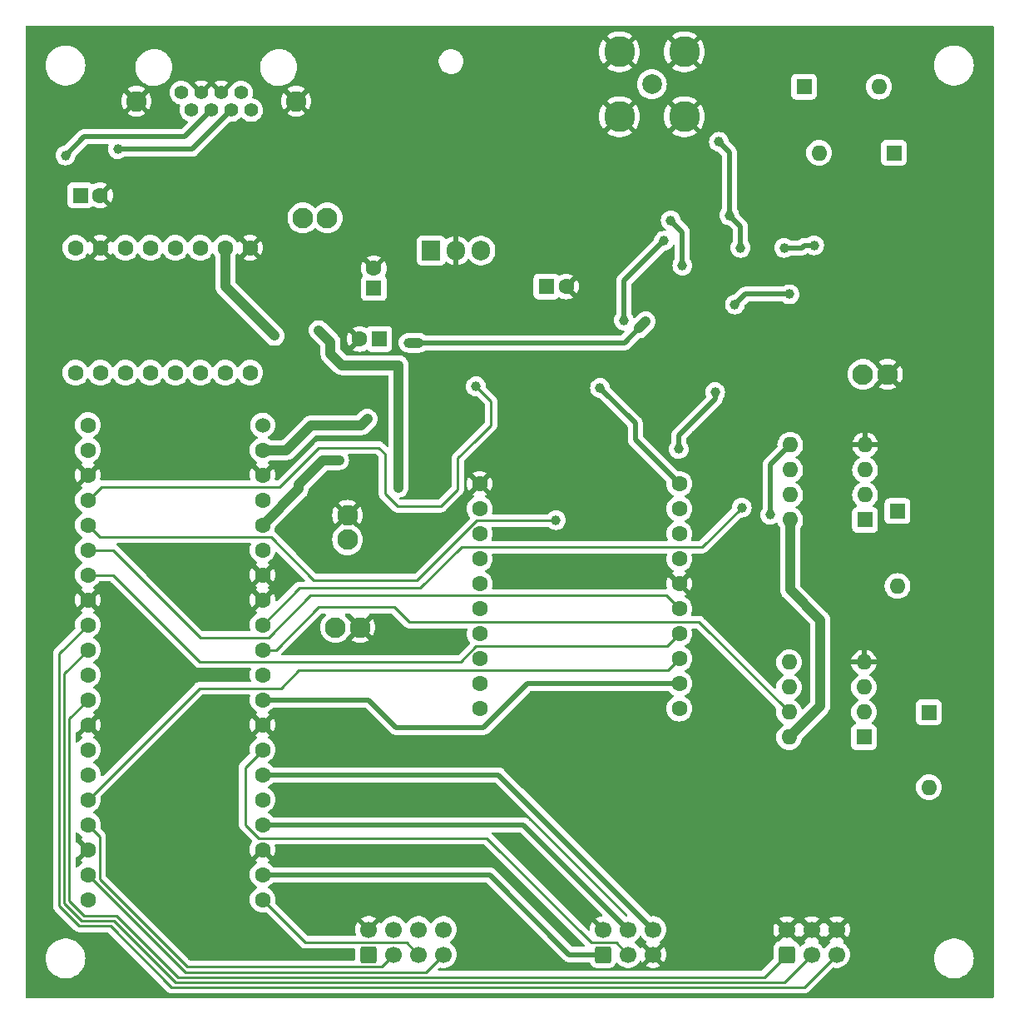
<source format=gbl>
G04 #@! TF.GenerationSoftware,KiCad,Pcbnew,7.0.1-3b83917a11~172~ubuntu22.04.1*
G04 #@! TF.CreationDate,2023-04-06T16:38:57-04:00*
G04 #@! TF.ProjectId,magloop_pico,6d61676c-6f6f-4705-9f70-69636f2e6b69,1.0*
G04 #@! TF.SameCoordinates,Original*
G04 #@! TF.FileFunction,Copper,L2,Bot*
G04 #@! TF.FilePolarity,Positive*
%FSLAX46Y46*%
G04 Gerber Fmt 4.6, Leading zero omitted, Abs format (unit mm)*
G04 Created by KiCad (PCBNEW 7.0.1-3b83917a11~172~ubuntu22.04.1) date 2023-04-06 16:38:57*
%MOMM*%
%LPD*%
G01*
G04 APERTURE LIST*
G04 Aperture macros list*
%AMRoundRect*
0 Rectangle with rounded corners*
0 $1 Rounding radius*
0 $2 $3 $4 $5 $6 $7 $8 $9 X,Y pos of 4 corners*
0 Add a 4 corners polygon primitive as box body*
4,1,4,$2,$3,$4,$5,$6,$7,$8,$9,$2,$3,0*
0 Add four circle primitives for the rounded corners*
1,1,$1+$1,$2,$3*
1,1,$1+$1,$4,$5*
1,1,$1+$1,$6,$7*
1,1,$1+$1,$8,$9*
0 Add four rect primitives between the rounded corners*
20,1,$1+$1,$2,$3,$4,$5,0*
20,1,$1+$1,$4,$5,$6,$7,0*
20,1,$1+$1,$6,$7,$8,$9,0*
20,1,$1+$1,$8,$9,$2,$3,0*%
G04 Aperture macros list end*
G04 #@! TA.AperFunction,ComponentPad*
%ADD10C,1.600000*%
G04 #@! TD*
G04 #@! TA.AperFunction,ComponentPad*
%ADD11R,1.600000X1.600000*%
G04 #@! TD*
G04 #@! TA.AperFunction,ComponentPad*
%ADD12O,1.600000X1.600000*%
G04 #@! TD*
G04 #@! TA.AperFunction,ComponentPad*
%ADD13RoundRect,0.250000X0.600000X-0.600000X0.600000X0.600000X-0.600000X0.600000X-0.600000X-0.600000X0*%
G04 #@! TD*
G04 #@! TA.AperFunction,ComponentPad*
%ADD14C,1.700000*%
G04 #@! TD*
G04 #@! TA.AperFunction,ComponentPad*
%ADD15R,1.905000X2.000000*%
G04 #@! TD*
G04 #@! TA.AperFunction,ComponentPad*
%ADD16O,1.905000X2.000000*%
G04 #@! TD*
G04 #@! TA.AperFunction,ComponentPad*
%ADD17C,1.524000*%
G04 #@! TD*
G04 #@! TA.AperFunction,ComponentPad*
%ADD18C,2.100000*%
G04 #@! TD*
G04 #@! TA.AperFunction,ComponentPad*
%ADD19C,1.397000*%
G04 #@! TD*
G04 #@! TA.AperFunction,ComponentPad*
%ADD20C,2.082800*%
G04 #@! TD*
G04 #@! TA.AperFunction,ComponentPad*
%ADD21C,2.000000*%
G04 #@! TD*
G04 #@! TA.AperFunction,ComponentPad*
%ADD22C,3.126000*%
G04 #@! TD*
G04 #@! TA.AperFunction,ViaPad*
%ADD23C,1.000000*%
G04 #@! TD*
G04 #@! TA.AperFunction,Conductor*
%ADD24C,1.016000*%
G04 #@! TD*
G04 #@! TA.AperFunction,Conductor*
%ADD25C,0.508000*%
G04 #@! TD*
G04 #@! TA.AperFunction,Conductor*
%ADD26C,0.254000*%
G04 #@! TD*
G04 APERTURE END LIST*
D10*
X113025000Y-72650000D03*
X110485000Y-72650000D03*
X107945000Y-72650000D03*
X105405000Y-72650000D03*
X102865000Y-72650000D03*
X100325000Y-72650000D03*
X97785000Y-72650000D03*
X95245000Y-72650000D03*
X95245000Y-85350000D03*
X97785000Y-85350000D03*
X100325000Y-85350000D03*
X102865000Y-85350000D03*
X105405000Y-85350000D03*
X107945000Y-85350000D03*
X110485000Y-85350000D03*
X113025000Y-85350000D03*
D11*
X169418000Y-56261000D03*
D12*
X177038000Y-56261000D03*
D11*
X178562000Y-62992000D03*
D12*
X170942000Y-62992000D03*
D11*
X182118000Y-119888000D03*
D12*
X182118000Y-127508000D03*
D13*
X125095000Y-144516500D03*
D14*
X125095000Y-141976500D03*
X127635000Y-144516500D03*
X127635000Y-141976500D03*
X130175000Y-144516500D03*
X130175000Y-141976500D03*
X132715000Y-144516500D03*
X132715000Y-141976500D03*
D10*
X136398000Y-96647000D03*
X136398000Y-99187000D03*
X136398000Y-101727000D03*
X136398000Y-104267000D03*
X136398000Y-106807000D03*
X136398000Y-109347000D03*
X136398000Y-111887000D03*
X136398000Y-114427000D03*
X136398000Y-116967000D03*
X136398000Y-119507000D03*
X156718000Y-119507000D03*
X156718000Y-116967000D03*
X156718000Y-114427000D03*
X156718000Y-111887000D03*
X156718000Y-109347000D03*
X156718000Y-106807000D03*
X156718000Y-104267000D03*
X156718000Y-101727000D03*
X156718000Y-99187000D03*
X156718000Y-96647000D03*
D11*
X175504000Y-122418000D03*
D12*
X175504000Y-119878000D03*
X175504000Y-117338000D03*
X175504000Y-114798000D03*
X167884000Y-114798000D03*
X167884000Y-117338000D03*
X167884000Y-119878000D03*
X167884000Y-122418000D03*
D11*
X178923000Y-99421000D03*
D12*
X178923000Y-107041000D03*
D11*
X175621000Y-100310000D03*
D12*
X175621000Y-97770000D03*
X175621000Y-95230000D03*
X175621000Y-92690000D03*
X168001000Y-92690000D03*
X168001000Y-95230000D03*
X168001000Y-97770000D03*
X168001000Y-100310000D03*
D11*
X125625000Y-76730112D03*
D10*
X125625000Y-74730112D03*
D15*
X131445000Y-72924000D03*
D16*
X133985000Y-72924000D03*
X136525000Y-72924000D03*
D11*
X143189888Y-76581000D03*
D10*
X145189888Y-76581000D03*
D11*
X126177113Y-81915000D03*
D10*
X124177113Y-81915000D03*
D13*
X148966000Y-144516500D03*
D14*
X148966000Y-141976500D03*
X151506000Y-144516500D03*
X151506000Y-141976500D03*
X154046000Y-144516500D03*
X154046000Y-141976500D03*
D10*
X96520000Y-90678000D03*
X96520000Y-93218000D03*
X96520000Y-95758000D03*
X96520000Y-98298000D03*
X96520000Y-100838000D03*
X96520000Y-103378000D03*
X96520000Y-105918000D03*
X96520000Y-108458000D03*
X96520000Y-110998000D03*
X96520000Y-113538000D03*
X96520000Y-116078000D03*
X96520000Y-118618000D03*
X96520000Y-121158000D03*
X96520000Y-123698000D03*
X96520000Y-126238000D03*
X96520000Y-128778000D03*
X96520000Y-131318000D03*
X96520000Y-133858000D03*
X96520000Y-136398000D03*
X96520000Y-138938000D03*
X114300000Y-138938000D03*
X114300000Y-136398000D03*
X114300000Y-133858000D03*
X114300000Y-131318000D03*
X114300000Y-128778000D03*
X114300000Y-126238000D03*
X114300000Y-123698000D03*
X114300000Y-121158000D03*
X114300000Y-118618000D03*
X114300000Y-116078000D03*
X114300000Y-113538000D03*
X114300000Y-110998000D03*
X114300000Y-108458000D03*
X114300000Y-105918000D03*
X114300000Y-103378000D03*
X114300000Y-100838000D03*
X114300000Y-98298000D03*
X114300000Y-95758000D03*
X114300000Y-93218000D03*
D17*
X114300000Y-90678000D03*
D11*
X95758000Y-67310000D03*
D10*
X97758000Y-67310000D03*
D18*
X124225000Y-111250000D03*
X121725000Y-111250000D03*
D13*
X167640000Y-144526000D03*
D14*
X167640000Y-141986000D03*
X170180000Y-144526000D03*
X170180000Y-141986000D03*
X172720000Y-144526000D03*
X172720000Y-141986000D03*
D19*
X106027416Y-56849118D03*
X107043416Y-58627118D03*
X108059416Y-56849118D03*
X109075416Y-58627118D03*
X110091416Y-56849118D03*
X111107416Y-58627118D03*
X112123416Y-56849118D03*
X113139416Y-58627118D03*
D20*
X101455416Y-57738118D03*
X117711416Y-57738118D03*
D21*
X153924000Y-56007000D03*
D22*
X157224000Y-59307000D03*
X150624000Y-59307000D03*
X157224000Y-52707000D03*
X150624000Y-52707000D03*
D18*
X122941000Y-102338000D03*
X122941000Y-99838000D03*
X118388000Y-69601000D03*
X120888000Y-69601000D03*
X175411000Y-85512500D03*
X177911000Y-85512500D03*
D23*
X128550000Y-78700000D03*
X130400000Y-123800000D03*
X116350000Y-127950000D03*
X163175000Y-83850000D03*
X145300000Y-83900000D03*
X154500000Y-91325000D03*
X120475000Y-94225000D03*
X157025000Y-74450000D03*
X156650000Y-93100000D03*
X126375000Y-86250000D03*
X101150000Y-90550000D03*
X110625000Y-79275000D03*
X148844000Y-118364000D03*
X170434000Y-107188000D03*
X166900000Y-86425000D03*
X182753000Y-103759000D03*
X163322000Y-75184000D03*
X173228000Y-97536000D03*
X178816000Y-57277000D03*
X117602000Y-79375000D03*
X142494000Y-97282000D03*
X166370000Y-133731000D03*
X130302000Y-97155000D03*
X142113000Y-91694000D03*
X139954000Y-123444000D03*
X125603000Y-68326000D03*
X146558000Y-105410000D03*
X148209000Y-80518000D03*
X182880000Y-92075000D03*
X140081000Y-133223000D03*
X171450000Y-148082000D03*
X130810000Y-137922000D03*
X179070000Y-75819000D03*
X183007000Y-64262000D03*
X158623000Y-112649000D03*
X149225000Y-75946000D03*
X110998000Y-144399000D03*
X90932000Y-122809000D03*
X180213000Y-146431000D03*
X129921000Y-87884000D03*
X104267000Y-95504000D03*
X157734000Y-80264000D03*
X112141000Y-116078000D03*
X104394000Y-141732000D03*
X108839000Y-75946000D03*
X115824000Y-124968000D03*
X108712000Y-110744000D03*
X126492000Y-100584000D03*
X100711000Y-64135000D03*
X96393000Y-76327000D03*
X165735000Y-104648000D03*
X152019000Y-66167000D03*
X186690000Y-103759000D03*
X104521000Y-106680000D03*
X170815000Y-124587000D03*
X98552000Y-114300000D03*
X143002000Y-66167000D03*
X181483000Y-56007000D03*
X122174000Y-144526000D03*
X104013000Y-113157000D03*
X147828000Y-97790000D03*
X130175000Y-103632000D03*
X181991000Y-51689000D03*
X107442000Y-54229000D03*
X114808000Y-141605000D03*
X169164000Y-113030000D03*
X183007000Y-71755000D03*
X186817000Y-92456000D03*
X171450000Y-65151000D03*
X173863000Y-54991000D03*
X156972000Y-132334000D03*
X138303000Y-105410000D03*
X185801000Y-64262000D03*
X124968000Y-96266000D03*
X106553000Y-81788000D03*
X178562000Y-116332000D03*
X179959000Y-90297000D03*
X134493000Y-143256000D03*
X135636000Y-88265000D03*
X144399000Y-130302000D03*
X104140000Y-75184000D03*
X97790000Y-147193000D03*
X179959000Y-81026000D03*
X139446000Y-129667000D03*
X164719000Y-63246000D03*
X166624000Y-67818000D03*
X172847000Y-113030000D03*
X143510000Y-69088000D03*
X176657000Y-64897000D03*
X175514000Y-132080000D03*
X170942000Y-51689000D03*
X137261600Y-80721200D03*
X173863000Y-61087000D03*
X110998000Y-128143000D03*
X153670000Y-82550000D03*
X165227000Y-80899000D03*
X153289000Y-95758000D03*
X172847000Y-70739000D03*
X154686000Y-118364000D03*
X101981000Y-110998000D03*
X96500000Y-83850000D03*
X103505000Y-66802000D03*
X139954000Y-52197000D03*
X166243000Y-124333000D03*
X120015000Y-105283000D03*
X91948000Y-141351000D03*
X98679000Y-128905000D03*
X134874000Y-128905000D03*
X111379000Y-54229000D03*
X116332000Y-65659000D03*
X185039000Y-59436000D03*
X173990000Y-75184000D03*
X139827000Y-63500000D03*
X160401000Y-120142000D03*
X180721000Y-69850000D03*
X176784000Y-108077000D03*
X112014000Y-90932000D03*
X145796000Y-143002000D03*
X158375000Y-91700000D03*
X103505000Y-119761000D03*
X153543000Y-70485000D03*
X130810000Y-134493000D03*
X186690000Y-80899000D03*
X108458000Y-118999000D03*
X160909000Y-145415000D03*
X138785600Y-80975200D03*
X182372000Y-78867000D03*
X145288000Y-87376000D03*
X116332000Y-101346000D03*
X97536000Y-51816000D03*
X130048000Y-92075000D03*
X130429000Y-112776000D03*
X99949000Y-77470000D03*
X167386000Y-75311000D03*
X135890000Y-68326000D03*
X116332000Y-134620000D03*
X146812000Y-91440000D03*
X185801000Y-71755000D03*
X174879000Y-80899000D03*
X119475000Y-85000000D03*
X142748000Y-145288000D03*
X158369000Y-94615000D03*
X104902000Y-122555000D03*
X107315000Y-95504000D03*
X118110000Y-140716000D03*
X120523000Y-72136000D03*
X186055000Y-122936000D03*
X187198000Y-140589000D03*
X90678000Y-74549000D03*
X119507000Y-113411000D03*
X99314000Y-70485000D03*
X101092000Y-103378000D03*
X163703000Y-128016000D03*
X153289000Y-139065000D03*
X145288000Y-80518000D03*
X158115000Y-86868000D03*
X167640000Y-80391000D03*
X142113000Y-118364000D03*
X94488000Y-59182000D03*
X91694000Y-56896000D03*
X161036000Y-110998000D03*
X90678000Y-107696000D03*
X148650000Y-86900000D03*
X162375000Y-78400000D03*
X167925000Y-77375000D03*
X129159000Y-82296000D03*
X153289000Y-80137000D03*
X130175000Y-82296000D03*
X152590500Y-80835500D03*
X99568000Y-62611000D03*
X94234000Y-63246000D03*
X167386000Y-72644000D03*
X170434000Y-72390000D03*
X163068000Y-99060000D03*
X136017000Y-86741000D03*
X144145000Y-100330000D03*
X165969000Y-99802000D03*
X115506500Y-81597500D03*
X114554000Y-80645000D03*
X122075000Y-94225000D03*
X124968000Y-90043000D03*
X123825000Y-90678000D03*
X120015000Y-81026000D03*
X128143000Y-97028000D03*
X121221500Y-82232500D03*
X128143000Y-95631000D03*
X151075000Y-80025000D03*
X155138000Y-71938000D03*
X155850000Y-69850000D03*
X160750000Y-61875000D03*
X162941000Y-72644000D03*
X161798000Y-69342000D03*
X160350000Y-87325000D03*
D24*
X120475000Y-94225000D02*
X122075000Y-94225000D01*
D25*
X156650000Y-91733472D02*
X156650000Y-93100000D01*
D24*
X120450000Y-94225000D02*
X120475000Y-94225000D01*
X120450000Y-94225000D02*
X120450000Y-94232000D01*
X120450000Y-94232000D02*
X117983000Y-96699000D01*
D25*
X156718000Y-96647000D02*
X152225000Y-92154000D01*
X152225000Y-90475000D02*
X148650000Y-86900000D01*
X152225000Y-92154000D02*
X152225000Y-90475000D01*
X163400000Y-77375000D02*
X162375000Y-78400000D01*
X167925000Y-77375000D02*
X163400000Y-77375000D01*
X151130000Y-82296000D02*
X152590500Y-80835500D01*
X130175000Y-82296000D02*
X151130000Y-82296000D01*
D24*
X153289000Y-80137000D02*
X152590500Y-80835500D01*
X129286000Y-82296000D02*
X130175000Y-82296000D01*
D25*
X99568000Y-62611000D02*
X107123534Y-62611000D01*
X107123534Y-62611000D02*
X111107416Y-58627118D01*
X106172000Y-61341000D02*
X96139000Y-61341000D01*
X96139000Y-61341000D02*
X94234000Y-63246000D01*
X109075416Y-58627118D02*
X106361534Y-61341000D01*
X106361534Y-61341000D02*
X106172000Y-61341000D01*
D26*
X99187480Y-141096520D02*
X105410480Y-147319520D01*
X94107480Y-115950520D02*
X94107480Y-139318520D01*
X94107480Y-139318520D02*
X95885480Y-141096520D01*
X105410480Y-147319520D02*
X167386480Y-147319520D01*
X95885480Y-141096520D02*
X99187480Y-141096520D01*
X167386480Y-147319520D02*
X170180000Y-144526000D01*
X96520000Y-113538000D02*
X94107480Y-115950520D01*
D25*
X145504663Y-144516500D02*
X137414000Y-136425837D01*
X148966000Y-144516500D02*
X145504663Y-144516500D01*
X137414000Y-136425837D02*
X137414000Y-136398000D01*
X114300000Y-136398000D02*
X137414000Y-136398000D01*
D26*
X150275480Y-143285980D02*
X147730980Y-143285980D01*
X137122489Y-132677489D02*
X113881489Y-132677489D01*
X113881489Y-132677489D02*
X112522000Y-131318000D01*
X114300000Y-123698000D02*
X112522480Y-125475520D01*
X112522480Y-125475520D02*
X112522480Y-131317520D01*
X151506000Y-144516500D02*
X150275480Y-143285980D01*
X112522480Y-131317520D02*
X112522000Y-131318000D01*
X147730980Y-143285980D02*
X137122489Y-132677489D01*
D25*
X151506000Y-141976500D02*
X140847500Y-131318000D01*
X140847500Y-131318000D02*
X114300000Y-131318000D01*
X154046000Y-141976500D02*
X138307500Y-126238000D01*
X114300000Y-126238000D02*
X138307500Y-126238000D01*
D26*
X130927500Y-146304000D02*
X106426000Y-146304000D01*
X106426000Y-146304000D02*
X96520000Y-136398000D01*
X132715000Y-144516500D02*
X130927500Y-146304000D01*
X126404480Y-145747020D02*
X106586762Y-145747020D01*
X97700511Y-132498511D02*
X96520000Y-131318000D01*
X127635000Y-144516500D02*
X126404480Y-145747020D01*
X97700511Y-136860769D02*
X97700511Y-132498511D01*
X106586762Y-145747020D02*
X97700511Y-136860769D01*
X118647980Y-143285980D02*
X128944480Y-143285980D01*
X114300000Y-138938000D02*
X118647980Y-143285980D01*
X128944480Y-143285980D02*
X130175000Y-144516500D01*
D25*
X169164000Y-72644000D02*
X169418000Y-72390000D01*
X169418000Y-72390000D02*
X170434000Y-72390000D01*
X167386000Y-72644000D02*
X169164000Y-72644000D01*
D26*
X134530511Y-103086489D02*
X159041511Y-103086489D01*
X114300000Y-110998000D02*
X118046500Y-107251500D01*
X130365500Y-107251500D02*
X134530511Y-103086489D01*
X159041511Y-103086489D02*
X163068000Y-99060000D01*
X118046500Y-107251500D02*
X130365500Y-107251500D01*
X167884000Y-119878000D02*
X158712489Y-110706489D01*
X115662000Y-113538000D02*
X120000000Y-109200000D01*
X120000000Y-109200000D02*
X127718511Y-109200000D01*
X114300000Y-113538000D02*
X115662000Y-113538000D01*
X129225000Y-110706489D02*
X158712489Y-110706489D01*
X127718511Y-109200000D02*
X129225000Y-110706489D01*
X167640000Y-144526000D02*
X165354000Y-146812000D01*
X96139000Y-140589000D02*
X99441960Y-140589000D01*
X94615000Y-120523000D02*
X94615000Y-120550000D01*
X96520000Y-118618000D02*
X94615000Y-120523000D01*
X99441960Y-140589000D02*
X105664480Y-146811520D01*
X165353520Y-146811520D02*
X165354000Y-146812000D01*
X94615000Y-139065000D02*
X96139000Y-140589000D01*
X94615000Y-120550000D02*
X94615000Y-139065000D01*
X105664480Y-146811520D02*
X165353520Y-146811520D01*
X95632920Y-141605000D02*
X98807920Y-141605000D01*
X169418960Y-147827040D02*
X172720000Y-144526000D01*
X93599960Y-113918040D02*
X93599960Y-139572040D01*
X96520000Y-110998000D02*
X93599960Y-113918040D01*
X105029960Y-147827040D02*
X169418960Y-147827040D01*
X93599960Y-139572040D02*
X95631960Y-141604040D01*
X98807920Y-141605000D02*
X105029960Y-147827040D01*
X95631960Y-141604040D02*
X95632920Y-141605000D01*
X134166252Y-94052748D02*
X134166252Y-97209252D01*
X96520000Y-98298000D02*
X97879489Y-96938511D01*
X132451752Y-98923752D02*
X134166252Y-97209252D01*
X126111000Y-92964000D02*
X126746000Y-93599000D01*
X97879489Y-96938511D02*
X116040489Y-96938511D01*
X116040489Y-96938511D02*
X120015000Y-92964000D01*
X126746000Y-93599000D02*
X126746000Y-97663000D01*
X132451752Y-98923752D02*
X128006752Y-98923752D01*
X128006752Y-98923752D02*
X126746000Y-97663000D01*
X137541000Y-88265000D02*
X137541000Y-90678000D01*
X120015000Y-92964000D02*
X126111000Y-92964000D01*
X136016520Y-92202480D02*
X134166252Y-94052748D01*
X136016520Y-92202480D02*
X137541000Y-90678000D01*
X136017000Y-86741000D02*
X137541000Y-88265000D01*
X130029504Y-106426000D02*
X119507000Y-106426000D01*
X144145000Y-100330000D02*
X144107489Y-100367511D01*
X97700511Y-102018511D02*
X115151489Y-102018511D01*
X119507000Y-106426000D02*
X115151489Y-102070489D01*
X115151489Y-102070489D02*
X115151489Y-102018511D01*
X96520000Y-100838000D02*
X97700511Y-102018511D01*
X136087993Y-100367511D02*
X130029504Y-106426000D01*
X144107489Y-100367511D02*
X136087993Y-100367511D01*
D24*
X171069000Y-119233000D02*
X167884000Y-122418000D01*
X168001000Y-107422000D02*
X171069000Y-110490000D01*
X168001000Y-100310000D02*
X168001000Y-107422000D01*
X171069000Y-110490000D02*
X171069000Y-119233000D01*
D25*
X165969000Y-94722000D02*
X165969000Y-99802000D01*
X168001000Y-92690000D02*
X165969000Y-94722000D01*
D24*
X117983000Y-96699000D02*
X117983000Y-97155000D01*
X114300000Y-100838000D02*
X117983000Y-97155000D01*
X110490000Y-76581000D02*
X110490000Y-72644000D01*
X115506500Y-81597500D02*
X110490000Y-76581000D01*
X119253000Y-90678000D02*
X124333000Y-90678000D01*
X114300000Y-93218000D02*
X116713000Y-93218000D01*
X116713000Y-93218000D02*
X119253000Y-90678000D01*
X124333000Y-90678000D02*
X124968000Y-90043000D01*
D25*
X141224000Y-116967000D02*
X136779000Y-121412000D01*
X125095000Y-118618000D02*
X127889000Y-121412000D01*
X136779000Y-121412000D02*
X127889000Y-121412000D01*
X156718000Y-116967000D02*
X141224000Y-116967000D01*
X114300000Y-118618000D02*
X125095000Y-118618000D01*
D26*
X155537489Y-115607511D02*
X118002015Y-115607511D01*
X116172037Y-117437489D02*
X107860511Y-117437489D01*
X156718000Y-114427000D02*
X155537489Y-115607511D01*
X118002015Y-115607511D02*
X116172037Y-117437489D01*
X107860511Y-117437489D02*
X96520000Y-128778000D01*
D24*
X121221500Y-83421500D02*
X122382000Y-84582000D01*
X122382000Y-84582000D02*
X128143000Y-84582000D01*
X121221500Y-82232500D02*
X121221500Y-83421500D01*
X121221500Y-82232500D02*
X120015000Y-81026000D01*
X128143000Y-84582000D02*
X128143000Y-97028000D01*
D25*
X151075000Y-76001000D02*
X155138000Y-71938000D01*
X151075000Y-80025000D02*
X151075000Y-76001000D01*
X157026500Y-71026500D02*
X157026500Y-74448500D01*
X155850000Y-69850000D02*
X157026500Y-71026500D01*
X161798000Y-62923000D02*
X160750000Y-61875000D01*
X162941000Y-72644000D02*
X162941000Y-70485000D01*
X161798000Y-69342000D02*
X161798000Y-62923000D01*
X162941000Y-70485000D02*
X161798000Y-69342000D01*
X160350000Y-88033472D02*
X160350000Y-87325000D01*
X156650000Y-91733472D02*
X160350000Y-88033472D01*
D26*
X99060000Y-105918000D02*
X96520000Y-105918000D01*
X135998504Y-113157000D02*
X155448000Y-113157000D01*
X107860511Y-114718511D02*
X99060000Y-105918000D01*
X134436993Y-114718511D02*
X135998504Y-113157000D01*
X107860511Y-114718511D02*
X134436993Y-114718511D01*
X155448000Y-113157000D02*
X156718000Y-111887000D01*
X119158963Y-107987511D02*
X114878474Y-112268000D01*
X99060000Y-103378000D02*
X96520000Y-103378000D01*
X155358511Y-107987511D02*
X119158963Y-107987511D01*
X114878474Y-112268000D02*
X107950000Y-112268000D01*
X107950000Y-112268000D02*
X99060000Y-103378000D01*
X156718000Y-109347000D02*
X155358511Y-107987511D01*
G04 #@! TA.AperFunction,Conductor*
G36*
X140527691Y-132090091D02*
G01*
X140568568Y-132117405D01*
X148865659Y-140414496D01*
X148899022Y-140473924D01*
X148896557Y-140542031D01*
X148858987Y-140598893D01*
X148797304Y-140627872D01*
X148631490Y-140655542D01*
X148418628Y-140728617D01*
X148220700Y-140835731D01*
X148200310Y-140851599D01*
X148200310Y-140851601D01*
X149236114Y-141887405D01*
X149268726Y-141943889D01*
X149268726Y-142009111D01*
X149236115Y-142065595D01*
X149055096Y-142246615D01*
X148998611Y-142279227D01*
X148933389Y-142279227D01*
X148876905Y-142246615D01*
X147842922Y-141212632D01*
X147767580Y-141327951D01*
X147677180Y-141534043D01*
X147621931Y-141752215D01*
X147604129Y-141967043D01*
X147578785Y-142032997D01*
X147521925Y-142074939D01*
X147451429Y-142079681D01*
X147389464Y-142045732D01*
X142747930Y-137404198D01*
X137639328Y-132295595D01*
X137608590Y-132245436D01*
X137603974Y-132186789D01*
X137626487Y-132132439D01*
X137671220Y-132094233D01*
X137728423Y-132080500D01*
X140479473Y-132080500D01*
X140527691Y-132090091D01*
G37*
G04 #@! TD.AperFunction*
G04 #@! TA.AperFunction,Conductor*
G36*
X137987691Y-127010091D02*
G01*
X138028568Y-127037405D01*
X151405223Y-140414061D01*
X151438586Y-140473489D01*
X151436121Y-140541597D01*
X151398550Y-140598458D01*
X151336866Y-140627438D01*
X151313775Y-140631291D01*
X151254596Y-140627002D01*
X151203942Y-140596104D01*
X141432443Y-130824605D01*
X141420471Y-130810752D01*
X141405899Y-130791179D01*
X141367333Y-130758818D01*
X141359230Y-130751392D01*
X141355268Y-130747430D01*
X141355265Y-130747427D01*
X141340276Y-130735575D01*
X141330561Y-130727893D01*
X141327724Y-130725582D01*
X141299675Y-130702047D01*
X141269353Y-130676604D01*
X141269350Y-130676602D01*
X141268363Y-130675774D01*
X141251683Y-130665147D01*
X141181459Y-130632401D01*
X141178161Y-130630804D01*
X141108921Y-130596031D01*
X141090232Y-130589534D01*
X141014365Y-130573869D01*
X141010790Y-130573076D01*
X140935378Y-130555204D01*
X140915696Y-130553193D01*
X140838246Y-130555447D01*
X140834582Y-130555500D01*
X115429066Y-130555500D01*
X115370885Y-130541263D01*
X115325854Y-130501771D01*
X115306198Y-130473700D01*
X115306194Y-130473696D01*
X115306193Y-130473694D01*
X115144303Y-130311804D01*
X114956747Y-130180475D01*
X114917541Y-130162193D01*
X114864524Y-130115697D01*
X114844792Y-130047997D01*
X114864526Y-129980297D01*
X114917542Y-129933805D01*
X114956749Y-129915523D01*
X115144300Y-129784198D01*
X115306198Y-129622300D01*
X115437523Y-129434749D01*
X115534284Y-129227243D01*
X115593543Y-129006087D01*
X115613498Y-128778000D01*
X115593543Y-128549913D01*
X115550162Y-128388014D01*
X115534284Y-128328756D01*
X115437522Y-128121249D01*
X115306195Y-127933696D01*
X115144303Y-127771804D01*
X114956748Y-127640476D01*
X114917543Y-127622195D01*
X114864525Y-127575700D01*
X114844792Y-127508000D01*
X114864525Y-127440300D01*
X114917543Y-127393805D01*
X114922163Y-127391650D01*
X114956749Y-127375523D01*
X115144300Y-127244198D01*
X115306198Y-127082300D01*
X115325854Y-127054228D01*
X115370885Y-127014737D01*
X115429066Y-127000500D01*
X137939473Y-127000500D01*
X137987691Y-127010091D01*
G37*
G04 #@! TD.AperFunction*
G04 #@! TA.AperFunction,Conductor*
G36*
X95431735Y-132072639D02*
G01*
X95479713Y-132113616D01*
X95513804Y-132162303D01*
X95675696Y-132324195D01*
X95675699Y-132324197D01*
X95675700Y-132324198D01*
X95863251Y-132455523D01*
X95902318Y-132473740D01*
X95903049Y-132474081D01*
X95956066Y-132520576D01*
X95975799Y-132588275D01*
X95956067Y-132655975D01*
X95903050Y-132702470D01*
X95863502Y-132720911D01*
X95792109Y-132770899D01*
X96520000Y-133498789D01*
X96520000Y-133498790D01*
X96790114Y-133768904D01*
X96822726Y-133825388D01*
X96822726Y-133890610D01*
X96790114Y-133947094D01*
X95792110Y-134945097D01*
X95792110Y-134945100D01*
X95863497Y-134995085D01*
X95903049Y-135013529D01*
X95956066Y-135060024D01*
X95975799Y-135127724D01*
X95956066Y-135195424D01*
X95903049Y-135241919D01*
X95863250Y-135260477D01*
X95675696Y-135391804D01*
X95513804Y-135553696D01*
X95479713Y-135602384D01*
X95431735Y-135643361D01*
X95369905Y-135655940D01*
X95309730Y-135636967D01*
X95266298Y-135591199D01*
X95250500Y-135530113D01*
X95250500Y-134707436D01*
X95269259Y-134641289D01*
X95319951Y-134594838D01*
X95387481Y-134581915D01*
X95432899Y-134585888D01*
X96160790Y-133858000D01*
X96160790Y-133857999D01*
X95432900Y-133130109D01*
X95387484Y-133134084D01*
X95319952Y-133121162D01*
X95269260Y-133074712D01*
X95250500Y-133008564D01*
X95250500Y-132185887D01*
X95266298Y-132124801D01*
X95309730Y-132079033D01*
X95369905Y-132060060D01*
X95431735Y-132072639D01*
G37*
G04 #@! TD.AperFunction*
G04 #@! TA.AperFunction,Conductor*
G36*
X120698858Y-109850145D02*
G01*
X120744111Y-109890677D01*
X120765138Y-109947673D01*
X120757051Y-110007883D01*
X120721730Y-110057310D01*
X120619567Y-110144567D01*
X120460248Y-110331104D01*
X120454030Y-110341251D01*
X120332073Y-110540267D01*
X120238194Y-110766908D01*
X120180928Y-111005442D01*
X120161681Y-111250000D01*
X120180928Y-111494557D01*
X120238194Y-111733091D01*
X120283432Y-111842303D01*
X120332073Y-111959732D01*
X120460248Y-112168896D01*
X120619567Y-112355433D01*
X120806104Y-112514752D01*
X121015268Y-112642927D01*
X121241908Y-112736805D01*
X121480443Y-112794072D01*
X121725000Y-112813319D01*
X121969557Y-112794072D01*
X122208092Y-112736805D01*
X122434732Y-112642927D01*
X122636210Y-112519462D01*
X123314747Y-112519462D01*
X123515491Y-112642479D01*
X123742062Y-112736327D01*
X123980520Y-112793576D01*
X124225000Y-112812817D01*
X124469479Y-112793576D01*
X124707937Y-112736327D01*
X124934508Y-112642479D01*
X125135251Y-112519462D01*
X125135252Y-112519461D01*
X124225001Y-111609210D01*
X124224999Y-111609210D01*
X123314747Y-112519460D01*
X123314747Y-112519462D01*
X122636210Y-112519462D01*
X122643896Y-112514752D01*
X122830433Y-112355433D01*
X122989752Y-112168896D01*
X123049793Y-112070916D01*
X123068125Y-112047663D01*
X123865789Y-111250001D01*
X124584210Y-111250001D01*
X125494461Y-112160252D01*
X125494462Y-112160251D01*
X125617479Y-111959508D01*
X125711327Y-111732937D01*
X125768576Y-111494479D01*
X125787817Y-111250000D01*
X125768576Y-111005520D01*
X125711327Y-110767062D01*
X125617479Y-110540491D01*
X125494462Y-110339747D01*
X125494460Y-110339747D01*
X124584210Y-111249999D01*
X124584210Y-111250001D01*
X123865789Y-111250001D01*
X123865790Y-111250000D01*
X123068126Y-110452337D01*
X123049788Y-110429075D01*
X122989752Y-110331104D01*
X122830433Y-110144567D01*
X122728269Y-110057310D01*
X122692949Y-110007883D01*
X122684862Y-109947673D01*
X122705889Y-109890677D01*
X122751142Y-109850145D01*
X122810101Y-109835500D01*
X123190121Y-109835500D01*
X123257357Y-109854938D01*
X123303847Y-109907256D01*
X123315248Y-109976311D01*
X123314747Y-109980538D01*
X124224999Y-110890790D01*
X124225001Y-110890790D01*
X125135251Y-109980538D01*
X125134751Y-109976311D01*
X125146152Y-109907256D01*
X125192642Y-109854938D01*
X125259878Y-109835500D01*
X127403089Y-109835500D01*
X127451307Y-109845091D01*
X127492184Y-109872405D01*
X128716183Y-111096404D01*
X128729300Y-111112776D01*
X128781280Y-111161588D01*
X128784091Y-111164312D01*
X128803905Y-111184126D01*
X128803906Y-111184127D01*
X128807121Y-111186621D01*
X128816139Y-111194323D01*
X128848494Y-111224706D01*
X128866335Y-111234514D01*
X128882853Y-111245365D01*
X128898933Y-111257838D01*
X128939658Y-111275461D01*
X128950303Y-111280676D01*
X128989197Y-111302058D01*
X129008918Y-111307121D01*
X129027609Y-111313521D01*
X129046292Y-111321606D01*
X129090114Y-111328546D01*
X129101741Y-111330954D01*
X129144717Y-111341989D01*
X129144718Y-111341989D01*
X129165066Y-111341989D01*
X129184775Y-111343539D01*
X129204879Y-111346724D01*
X129249055Y-111342548D01*
X129260914Y-111341989D01*
X135025170Y-111341989D01*
X135080898Y-111354983D01*
X135125133Y-111391285D01*
X135148749Y-111443408D01*
X135146877Y-111500600D01*
X135104457Y-111658912D01*
X135084502Y-111887000D01*
X135104457Y-112115087D01*
X135163715Y-112336243D01*
X135249151Y-112519460D01*
X135260477Y-112543749D01*
X135365471Y-112693696D01*
X135386209Y-112723312D01*
X135407666Y-112777321D01*
X135402601Y-112835215D01*
X135372091Y-112884678D01*
X134210662Y-114046108D01*
X134169788Y-114073420D01*
X134121570Y-114083011D01*
X116319910Y-114083011D01*
X116262707Y-114069278D01*
X116217974Y-114031072D01*
X116195461Y-113976722D01*
X116200077Y-113918075D01*
X116230815Y-113867916D01*
X118211732Y-111887000D01*
X120226326Y-109872405D01*
X120267204Y-109845091D01*
X120315422Y-109835500D01*
X120639899Y-109835500D01*
X120698858Y-109850145D01*
G37*
G04 #@! TD.AperFunction*
G04 #@! TA.AperFunction,Conductor*
G36*
X113056655Y-102669543D02*
G01*
X113102318Y-102712311D01*
X113121781Y-102771770D01*
X113110246Y-102833261D01*
X113065715Y-102928756D01*
X113006457Y-103149912D01*
X112986502Y-103378000D01*
X113006457Y-103606087D01*
X113065715Y-103827243D01*
X113162477Y-104034750D01*
X113293804Y-104222303D01*
X113455696Y-104384195D01*
X113455699Y-104384197D01*
X113455700Y-104384198D01*
X113643251Y-104515523D01*
X113682318Y-104533740D01*
X113683049Y-104534081D01*
X113736066Y-104580576D01*
X113755799Y-104648275D01*
X113736067Y-104715975D01*
X113683050Y-104762470D01*
X113643502Y-104780911D01*
X113572109Y-104830900D01*
X114299999Y-105558790D01*
X114300000Y-105558790D01*
X115027888Y-104830899D01*
X114956497Y-104780912D01*
X114916950Y-104762471D01*
X114863933Y-104715975D01*
X114844200Y-104648275D01*
X114863933Y-104580576D01*
X114916951Y-104534081D01*
X114917784Y-104533692D01*
X114956749Y-104515523D01*
X115144300Y-104384198D01*
X115306198Y-104222300D01*
X115437523Y-104034749D01*
X115534284Y-103827243D01*
X115578227Y-103663243D01*
X115610838Y-103606761D01*
X115667323Y-103574149D01*
X115732545Y-103574149D01*
X115789029Y-103606761D01*
X118583172Y-106400905D01*
X118613910Y-106451064D01*
X118618526Y-106509711D01*
X118596013Y-106564061D01*
X118551280Y-106602267D01*
X118494077Y-106616000D01*
X118130569Y-106616000D01*
X118109730Y-106613699D01*
X118044368Y-106615753D01*
X118038487Y-106615938D01*
X118034531Y-106616000D01*
X118006514Y-106616000D01*
X118002464Y-106616511D01*
X117990651Y-106617440D01*
X117946295Y-106618834D01*
X117926744Y-106624514D01*
X117907394Y-106628521D01*
X117887199Y-106631073D01*
X117845941Y-106647407D01*
X117834717Y-106651250D01*
X117792105Y-106663631D01*
X117774584Y-106673992D01*
X117756841Y-106682684D01*
X117737915Y-106690178D01*
X117702013Y-106716262D01*
X117692097Y-106722776D01*
X117653899Y-106745367D01*
X117639511Y-106759755D01*
X117624484Y-106772589D01*
X117608014Y-106784555D01*
X117579716Y-106818761D01*
X117571728Y-106827538D01*
X115826309Y-108572956D01*
X115774052Y-108604356D01*
X115713171Y-108607546D01*
X115657919Y-108581781D01*
X115621230Y-108533091D01*
X115611694Y-108472877D01*
X115612995Y-108458002D01*
X115593048Y-108230000D01*
X115533813Y-108008929D01*
X115437085Y-107801497D01*
X115387100Y-107730110D01*
X115387098Y-107730110D01*
X114300001Y-108817210D01*
X114299998Y-108817211D01*
X113572110Y-109545098D01*
X113572110Y-109545100D01*
X113643497Y-109595085D01*
X113683049Y-109613529D01*
X113736066Y-109660024D01*
X113755799Y-109727724D01*
X113736066Y-109795424D01*
X113683049Y-109841919D01*
X113643250Y-109860477D01*
X113455696Y-109991804D01*
X113293804Y-110153696D01*
X113162477Y-110341249D01*
X113065715Y-110548756D01*
X113006457Y-110769912D01*
X112986502Y-110998000D01*
X113006457Y-111226087D01*
X113065715Y-111447242D01*
X113068517Y-111453250D01*
X113080052Y-111514741D01*
X113060589Y-111574200D01*
X113014927Y-111616968D01*
X112954322Y-111632500D01*
X108265423Y-111632500D01*
X108217205Y-111622909D01*
X108176328Y-111595595D01*
X105038732Y-108457999D01*
X112987004Y-108457999D01*
X113006951Y-108685999D01*
X113066186Y-108907070D01*
X113162912Y-109114497D01*
X113212900Y-109185887D01*
X113940790Y-108458000D01*
X113940790Y-108457999D01*
X113212900Y-107730109D01*
X113162913Y-107801499D01*
X113066186Y-108008929D01*
X113006951Y-108230000D01*
X112987004Y-108457999D01*
X105038732Y-108457999D01*
X103951633Y-107370900D01*
X113572109Y-107370900D01*
X114299999Y-108098790D01*
X114300000Y-108098790D01*
X115027888Y-107370899D01*
X114956497Y-107320912D01*
X114916358Y-107302195D01*
X114863341Y-107255700D01*
X114843608Y-107188000D01*
X114863341Y-107120300D01*
X114916359Y-107073805D01*
X114956497Y-107055088D01*
X115027888Y-107005099D01*
X115027888Y-107005097D01*
X114300001Y-106277210D01*
X114300000Y-106277210D01*
X113572110Y-107005098D01*
X113572110Y-107005100D01*
X113643497Y-107055085D01*
X113683641Y-107073805D01*
X113736658Y-107120300D01*
X113756391Y-107188000D01*
X113736659Y-107255699D01*
X113683642Y-107302194D01*
X113643502Y-107320911D01*
X113572109Y-107370900D01*
X103951633Y-107370900D01*
X102498732Y-105917999D01*
X112987004Y-105917999D01*
X113006951Y-106145999D01*
X113066186Y-106367070D01*
X113162912Y-106574497D01*
X113212900Y-106645887D01*
X113940789Y-105918001D01*
X114659210Y-105918001D01*
X115387097Y-106645888D01*
X115387099Y-106645888D01*
X115437087Y-106574498D01*
X115533813Y-106367070D01*
X115593048Y-106145999D01*
X115612995Y-105917999D01*
X115593048Y-105690000D01*
X115533813Y-105468929D01*
X115437085Y-105261497D01*
X115387100Y-105190110D01*
X115387098Y-105190110D01*
X114659210Y-105918000D01*
X114659210Y-105918001D01*
X113940789Y-105918001D01*
X113940790Y-105918000D01*
X113940790Y-105917999D01*
X113212900Y-105190109D01*
X113162913Y-105261499D01*
X113066186Y-105468929D01*
X113006951Y-105690000D01*
X112987004Y-105917999D01*
X102498732Y-105917999D01*
X99568816Y-102988083D01*
X99555705Y-102971717D01*
X99503735Y-102922915D01*
X99500922Y-102920189D01*
X99481094Y-102900361D01*
X99480556Y-102899944D01*
X99477873Y-102897862D01*
X99468850Y-102890156D01*
X99449367Y-102871860D01*
X99416804Y-102821949D01*
X99410822Y-102762651D01*
X99432761Y-102707238D01*
X99477712Y-102668106D01*
X99535620Y-102654011D01*
X112996051Y-102654011D01*
X113056655Y-102669543D01*
G37*
G04 #@! TD.AperFunction*
G04 #@! TA.AperFunction,Conductor*
G36*
X188659000Y-50054881D02*
G01*
X188705119Y-50101000D01*
X188722000Y-50164000D01*
X188722000Y-148852500D01*
X188705119Y-148915500D01*
X188659000Y-148961619D01*
X188596000Y-148978500D01*
X90296000Y-148978500D01*
X90233000Y-148961619D01*
X90186881Y-148915500D01*
X90170000Y-148852500D01*
X90170000Y-144907000D01*
X92204769Y-144907000D01*
X92223668Y-145183309D01*
X92280018Y-145454481D01*
X92372766Y-145715449D01*
X92500185Y-145961355D01*
X92597765Y-146099594D01*
X92659903Y-146187623D01*
X92848942Y-146390035D01*
X93063782Y-146564821D01*
X93300422Y-146708724D01*
X93554452Y-146819065D01*
X93821141Y-146893788D01*
X93821147Y-146893788D01*
X93821148Y-146893789D01*
X94095516Y-146931500D01*
X94095520Y-146931500D01*
X94372480Y-146931500D01*
X94372484Y-146931500D01*
X94604783Y-146899571D01*
X94646859Y-146893788D01*
X94913548Y-146819065D01*
X95167578Y-146708724D01*
X95404218Y-146564821D01*
X95619058Y-146390035D01*
X95808097Y-146187623D01*
X95967814Y-145961356D01*
X96095234Y-145715448D01*
X96187982Y-145454480D01*
X96244331Y-145183314D01*
X96263231Y-144907000D01*
X96244331Y-144630686D01*
X96187982Y-144359520D01*
X96095234Y-144098552D01*
X95967814Y-143852644D01*
X95808097Y-143626377D01*
X95619058Y-143423965D01*
X95619057Y-143423964D01*
X95619055Y-143423962D01*
X95412252Y-143255715D01*
X95404218Y-143249179D01*
X95220674Y-143137564D01*
X95167582Y-143105278D01*
X95167579Y-143105276D01*
X95167578Y-143105276D01*
X94913548Y-142994935D01*
X94646859Y-142920212D01*
X94646857Y-142920211D01*
X94646851Y-142920210D01*
X94372484Y-142882500D01*
X94372480Y-142882500D01*
X94095520Y-142882500D01*
X94095516Y-142882500D01*
X93821148Y-142920210D01*
X93554451Y-142994935D01*
X93300417Y-143105278D01*
X93063780Y-143249180D01*
X92848944Y-143423962D01*
X92659903Y-143626376D01*
X92500185Y-143852644D01*
X92372766Y-144098550D01*
X92280018Y-144359518D01*
X92223668Y-144630690D01*
X92204769Y-144907000D01*
X90170000Y-144907000D01*
X90170000Y-113897919D01*
X92959725Y-113897919D01*
X92963901Y-113942096D01*
X92964460Y-113953954D01*
X92964460Y-139487971D01*
X92962159Y-139508809D01*
X92964398Y-139580051D01*
X92964460Y-139584009D01*
X92964460Y-139612023D01*
X92964971Y-139616072D01*
X92965900Y-139627888D01*
X92967294Y-139672245D01*
X92972974Y-139691795D01*
X92976982Y-139711150D01*
X92979532Y-139731336D01*
X92979532Y-139731338D01*
X92979533Y-139731339D01*
X92988991Y-139755229D01*
X92995866Y-139772592D01*
X92999709Y-139783819D01*
X93012090Y-139826432D01*
X93022452Y-139843954D01*
X93031149Y-139861707D01*
X93038640Y-139880627D01*
X93064724Y-139916529D01*
X93071235Y-139926441D01*
X93093826Y-139964638D01*
X93108214Y-139979026D01*
X93121052Y-139994057D01*
X93133018Y-140010527D01*
X93167213Y-140038815D01*
X93175994Y-140046806D01*
X95124104Y-141994917D01*
X95137218Y-142011285D01*
X95189185Y-142060085D01*
X95192027Y-142062840D01*
X95201129Y-142071942D01*
X95211826Y-142082639D01*
X95215051Y-142085141D01*
X95224070Y-142092844D01*
X95256415Y-142123218D01*
X95274248Y-142133022D01*
X95290769Y-142143873D01*
X95306854Y-142156350D01*
X95336665Y-142169250D01*
X95347577Y-142173972D01*
X95358238Y-142179195D01*
X95397117Y-142200569D01*
X95416833Y-142205632D01*
X95435537Y-142212036D01*
X95449158Y-142217930D01*
X95454212Y-142220117D01*
X95498034Y-142227057D01*
X95509661Y-142229465D01*
X95552637Y-142240500D01*
X95552638Y-142240500D01*
X95572987Y-142240500D01*
X95592696Y-142242050D01*
X95612800Y-142245235D01*
X95656975Y-142241059D01*
X95668834Y-142240500D01*
X98492498Y-142240500D01*
X98540716Y-142250091D01*
X98581593Y-142277405D01*
X104521143Y-148216955D01*
X104534260Y-148233327D01*
X104586240Y-148282139D01*
X104589051Y-148284863D01*
X104608866Y-148304678D01*
X104612081Y-148307172D01*
X104621099Y-148314874D01*
X104653454Y-148345257D01*
X104671295Y-148355065D01*
X104687813Y-148365916D01*
X104703893Y-148378389D01*
X104744618Y-148396012D01*
X104755263Y-148401227D01*
X104794157Y-148422609D01*
X104813878Y-148427672D01*
X104832569Y-148434072D01*
X104851252Y-148442157D01*
X104895074Y-148449097D01*
X104906701Y-148451505D01*
X104949677Y-148462540D01*
X104949678Y-148462540D01*
X104970026Y-148462540D01*
X104989735Y-148464090D01*
X105009839Y-148467275D01*
X105054015Y-148463099D01*
X105065874Y-148462540D01*
X169334891Y-148462540D01*
X169355729Y-148464840D01*
X169358676Y-148464747D01*
X169358679Y-148464748D01*
X169426972Y-148462601D01*
X169430929Y-148462540D01*
X169458938Y-148462540D01*
X169458943Y-148462540D01*
X169462989Y-148462028D01*
X169474808Y-148461098D01*
X169519165Y-148459705D01*
X169538704Y-148454027D01*
X169558062Y-148450018D01*
X169578259Y-148447467D01*
X169619515Y-148431132D01*
X169630725Y-148427293D01*
X169673353Y-148414909D01*
X169690867Y-148404550D01*
X169708627Y-148395850D01*
X169727546Y-148388360D01*
X169727546Y-148388359D01*
X169727548Y-148388359D01*
X169763459Y-148362267D01*
X169773359Y-148355764D01*
X169811558Y-148333174D01*
X169825946Y-148318785D01*
X169840981Y-148305944D01*
X169857447Y-148293982D01*
X169885748Y-148259769D01*
X169893717Y-148251013D01*
X172264182Y-145880548D01*
X172324919Y-145846877D01*
X172374441Y-145849465D01*
X172375066Y-145845725D01*
X172385362Y-145847443D01*
X172385365Y-145847444D01*
X172607431Y-145884500D01*
X172832566Y-145884500D01*
X172832569Y-145884500D01*
X173054635Y-145847444D01*
X173267574Y-145774342D01*
X173465576Y-145667189D01*
X173643240Y-145528906D01*
X173795722Y-145363268D01*
X173918860Y-145174791D01*
X174009296Y-144968616D01*
X174024900Y-144906999D01*
X182628769Y-144906999D01*
X182647668Y-145183309D01*
X182704018Y-145454481D01*
X182796766Y-145715449D01*
X182924185Y-145961355D01*
X183021765Y-146099594D01*
X183083903Y-146187623D01*
X183272942Y-146390035D01*
X183487782Y-146564821D01*
X183724422Y-146708724D01*
X183978452Y-146819065D01*
X184245141Y-146893788D01*
X184245147Y-146893788D01*
X184245148Y-146893789D01*
X184519516Y-146931500D01*
X184519520Y-146931500D01*
X184796480Y-146931500D01*
X184796484Y-146931500D01*
X185028783Y-146899571D01*
X185070859Y-146893788D01*
X185337548Y-146819065D01*
X185591578Y-146708724D01*
X185828218Y-146564821D01*
X186043058Y-146390035D01*
X186232097Y-146187623D01*
X186391814Y-145961356D01*
X186519234Y-145715448D01*
X186611982Y-145454480D01*
X186668331Y-145183314D01*
X186687231Y-144907000D01*
X186668331Y-144630686D01*
X186611982Y-144359520D01*
X186519234Y-144098552D01*
X186391814Y-143852644D01*
X186232097Y-143626377D01*
X186043058Y-143423965D01*
X186043057Y-143423964D01*
X186043055Y-143423962D01*
X185836252Y-143255715D01*
X185828218Y-143249179D01*
X185644674Y-143137564D01*
X185591582Y-143105278D01*
X185591579Y-143105276D01*
X185591578Y-143105276D01*
X185337548Y-142994935D01*
X185070859Y-142920212D01*
X185070857Y-142920211D01*
X185070851Y-142920210D01*
X184796484Y-142882500D01*
X184796480Y-142882500D01*
X184519520Y-142882500D01*
X184519516Y-142882500D01*
X184245148Y-142920210D01*
X183978451Y-142994935D01*
X183724417Y-143105278D01*
X183487780Y-143249180D01*
X183272944Y-143423962D01*
X183083903Y-143626376D01*
X182924185Y-143852644D01*
X182796766Y-144098550D01*
X182704018Y-144359518D01*
X182647668Y-144630690D01*
X182628769Y-144906999D01*
X174024900Y-144906999D01*
X174064564Y-144750368D01*
X174083156Y-144526000D01*
X174064564Y-144301632D01*
X174009296Y-144083384D01*
X173918860Y-143877209D01*
X173795722Y-143688732D01*
X173643240Y-143523094D01*
X173643239Y-143523093D01*
X173643237Y-143523091D01*
X173515880Y-143423965D01*
X173465576Y-143384811D01*
X173431792Y-143366528D01*
X173383521Y-143320212D01*
X173365762Y-143255715D01*
X173383521Y-143191217D01*
X173431793Y-143144901D01*
X173465303Y-143126765D01*
X173485688Y-143110899D01*
X173485689Y-143110898D01*
X172720001Y-142345210D01*
X172720000Y-142345210D01*
X171954310Y-143110899D01*
X171974697Y-143126767D01*
X172008206Y-143144901D01*
X172056478Y-143191217D01*
X172074237Y-143255714D01*
X172056478Y-143320212D01*
X172008207Y-143366528D01*
X171974423Y-143384811D01*
X171796762Y-143523091D01*
X171644278Y-143688731D01*
X171555483Y-143824643D01*
X171509969Y-143866541D01*
X171450000Y-143881727D01*
X171390031Y-143866541D01*
X171344517Y-143824643D01*
X171304647Y-143763618D01*
X171255722Y-143688732D01*
X171103240Y-143523094D01*
X171103239Y-143523093D01*
X171103237Y-143523091D01*
X170975880Y-143423965D01*
X170925576Y-143384811D01*
X170891792Y-143366528D01*
X170843521Y-143320212D01*
X170825762Y-143255715D01*
X170843521Y-143191217D01*
X170891793Y-143144901D01*
X170925303Y-143126765D01*
X170945688Y-143110899D01*
X170945689Y-143110898D01*
X170180001Y-142345210D01*
X170180000Y-142345210D01*
X169414310Y-143110899D01*
X169434697Y-143126767D01*
X169468206Y-143144901D01*
X169516478Y-143191217D01*
X169534237Y-143255714D01*
X169516478Y-143320212D01*
X169468207Y-143366528D01*
X169434423Y-143384811D01*
X169256762Y-143523091D01*
X169143484Y-143646143D01*
X169088900Y-143680901D01*
X169024263Y-143683983D01*
X168966621Y-143654575D01*
X168940835Y-143615186D01*
X168939846Y-143615797D01*
X168932115Y-143603264D01*
X168932115Y-143603262D01*
X168839030Y-143452348D01*
X168839028Y-143452346D01*
X168839027Y-143452344D01*
X168713655Y-143326972D01*
X168713652Y-143326970D01*
X168562738Y-143233885D01*
X168493511Y-143210945D01*
X168446561Y-143182880D01*
X168415928Y-143137562D01*
X168412844Y-143118053D01*
X167640001Y-142345210D01*
X167640000Y-142345210D01*
X166867152Y-143118056D01*
X166864068Y-143137564D01*
X166833435Y-143182881D01*
X166786486Y-143210946D01*
X166717264Y-143233884D01*
X166566344Y-143326972D01*
X166440972Y-143452344D01*
X166440970Y-143452348D01*
X166347885Y-143603262D01*
X166292113Y-143771574D01*
X166282268Y-143867946D01*
X166281500Y-143875459D01*
X166281500Y-144933576D01*
X166271909Y-144981794D01*
X166244595Y-145022671D01*
X165128152Y-146139115D01*
X165087275Y-146166429D01*
X165039057Y-146176020D01*
X132258402Y-146176020D01*
X132201199Y-146162287D01*
X132156466Y-146124081D01*
X132133953Y-146069731D01*
X132138569Y-146011084D01*
X132169306Y-145960925D01*
X132208827Y-145921404D01*
X132259181Y-145871049D01*
X132319867Y-145837390D01*
X132369444Y-145839949D01*
X132370066Y-145836225D01*
X132380362Y-145837943D01*
X132380365Y-145837944D01*
X132602431Y-145875000D01*
X132827566Y-145875000D01*
X132827569Y-145875000D01*
X133049635Y-145837944D01*
X133262574Y-145764842D01*
X133460576Y-145657689D01*
X133638240Y-145519406D01*
X133790722Y-145353768D01*
X133913860Y-145165291D01*
X134004296Y-144959116D01*
X134059564Y-144740868D01*
X134078156Y-144516500D01*
X134059564Y-144292132D01*
X134004296Y-144073884D01*
X133913860Y-143867709D01*
X133790722Y-143679232D01*
X133638240Y-143513594D01*
X133638239Y-143513593D01*
X133638237Y-143513591D01*
X133460579Y-143375313D01*
X133460577Y-143375312D01*
X133460576Y-143375311D01*
X133427317Y-143357312D01*
X133379047Y-143310998D01*
X133361288Y-143246500D01*
X133379047Y-143182002D01*
X133427317Y-143135687D01*
X133460576Y-143117689D01*
X133638240Y-142979406D01*
X133790722Y-142813768D01*
X133913860Y-142625291D01*
X134004296Y-142419116D01*
X134059564Y-142200868D01*
X134078156Y-141976500D01*
X134059564Y-141752132D01*
X134004296Y-141533884D01*
X133913860Y-141327709D01*
X133790722Y-141139232D01*
X133638240Y-140973594D01*
X133638239Y-140973593D01*
X133638237Y-140973591D01*
X133460578Y-140835312D01*
X133262573Y-140728157D01*
X133078723Y-140665042D01*
X133049635Y-140655056D01*
X132827569Y-140618000D01*
X132602431Y-140618000D01*
X132380365Y-140655056D01*
X132380362Y-140655056D01*
X132380362Y-140655057D01*
X132167426Y-140728157D01*
X131969421Y-140835312D01*
X131791762Y-140973591D01*
X131639275Y-141139235D01*
X131550481Y-141275143D01*
X131504968Y-141317041D01*
X131444998Y-141332227D01*
X131385029Y-141317041D01*
X131339516Y-141275142D01*
X131298676Y-141212632D01*
X131250722Y-141139232D01*
X131098240Y-140973594D01*
X131098239Y-140973593D01*
X131098237Y-140973591D01*
X130920578Y-140835312D01*
X130722573Y-140728157D01*
X130538723Y-140665042D01*
X130509635Y-140655056D01*
X130287569Y-140618000D01*
X130062431Y-140618000D01*
X129840365Y-140655056D01*
X129840362Y-140655056D01*
X129840362Y-140655057D01*
X129627426Y-140728157D01*
X129429421Y-140835312D01*
X129251762Y-140973591D01*
X129099275Y-141139235D01*
X129010481Y-141275143D01*
X128964968Y-141317041D01*
X128904998Y-141332227D01*
X128845029Y-141317041D01*
X128799516Y-141275142D01*
X128758676Y-141212632D01*
X128710722Y-141139232D01*
X128558240Y-140973594D01*
X128558239Y-140973593D01*
X128558237Y-140973591D01*
X128380578Y-140835312D01*
X128182573Y-140728157D01*
X127998723Y-140665042D01*
X127969635Y-140655056D01*
X127747569Y-140618000D01*
X127522431Y-140618000D01*
X127300365Y-140655056D01*
X127300362Y-140655056D01*
X127300362Y-140655057D01*
X127087426Y-140728157D01*
X126889421Y-140835312D01*
X126711762Y-140973591D01*
X126559278Y-141139231D01*
X126470183Y-141275602D01*
X126424669Y-141317500D01*
X126364700Y-141332686D01*
X126304731Y-141317500D01*
X126259218Y-141275602D01*
X126218077Y-141212632D01*
X126218075Y-141212632D01*
X125184094Y-142246614D01*
X125127610Y-142279226D01*
X125062388Y-142279226D01*
X125005904Y-142246614D01*
X123971922Y-141212632D01*
X123896580Y-141327951D01*
X123806180Y-141534043D01*
X123750931Y-141752216D01*
X123732346Y-141976500D01*
X123750931Y-142200783D01*
X123806179Y-142418954D01*
X123830266Y-142473867D01*
X123840448Y-142534885D01*
X123820361Y-142593396D01*
X123774847Y-142635294D01*
X123714878Y-142650480D01*
X118963403Y-142650480D01*
X118915185Y-142640889D01*
X118874308Y-142613575D01*
X117112334Y-140851601D01*
X124329310Y-140851601D01*
X125094999Y-141617290D01*
X125095000Y-141617290D01*
X125860689Y-140851600D01*
X125860688Y-140851599D01*
X125840302Y-140835732D01*
X125642371Y-140728617D01*
X125429508Y-140655542D01*
X125207530Y-140618500D01*
X124982470Y-140618500D01*
X124760491Y-140655542D01*
X124547628Y-140728617D01*
X124349700Y-140835731D01*
X124329310Y-140851599D01*
X124329310Y-140851601D01*
X117112334Y-140851601D01*
X115609749Y-139349016D01*
X115577137Y-139292531D01*
X115577137Y-139227310D01*
X115593543Y-139166087D01*
X115613498Y-138938000D01*
X115593543Y-138709913D01*
X115534284Y-138488757D01*
X115437523Y-138281251D01*
X115377787Y-138195940D01*
X115306195Y-138093696D01*
X115144303Y-137931804D01*
X114956748Y-137800476D01*
X114917543Y-137782195D01*
X114864525Y-137735700D01*
X114844792Y-137668000D01*
X114864525Y-137600300D01*
X114917543Y-137553805D01*
X114922163Y-137551650D01*
X114956749Y-137535523D01*
X115144300Y-137404198D01*
X115306198Y-137242300D01*
X115325854Y-137214228D01*
X115370885Y-137174737D01*
X115429066Y-137160500D01*
X137018136Y-137160500D01*
X137066354Y-137170091D01*
X137107231Y-137197405D01*
X144919721Y-145009896D01*
X144931689Y-145023743D01*
X144946264Y-145043321D01*
X144946265Y-145043322D01*
X144984825Y-145075677D01*
X144992922Y-145083097D01*
X144996898Y-145087073D01*
X145021615Y-145106617D01*
X145024439Y-145108917D01*
X145083802Y-145158728D01*
X145100481Y-145169353D01*
X145101642Y-145169894D01*
X145101643Y-145169895D01*
X145170745Y-145202117D01*
X145173946Y-145203666D01*
X145242097Y-145237894D01*
X145243248Y-145238472D01*
X145261927Y-145244964D01*
X145263187Y-145245224D01*
X145263189Y-145245225D01*
X145337890Y-145260648D01*
X145341308Y-145261406D01*
X145415540Y-145279000D01*
X145415543Y-145279000D01*
X145416792Y-145279296D01*
X145436466Y-145281306D01*
X145437752Y-145281268D01*
X145437754Y-145281269D01*
X145513917Y-145279052D01*
X145517581Y-145279000D01*
X147529802Y-145279000D01*
X147580827Y-145289794D01*
X147623110Y-145320327D01*
X147649406Y-145365367D01*
X147673883Y-145439234D01*
X147673884Y-145439236D01*
X147673885Y-145439238D01*
X147723335Y-145519408D01*
X147766972Y-145590155D01*
X147892344Y-145715527D01*
X147892346Y-145715528D01*
X147892348Y-145715530D01*
X148043262Y-145808615D01*
X148211574Y-145864387D01*
X148315455Y-145875000D01*
X149616544Y-145874999D01*
X149720426Y-145864387D01*
X149888738Y-145808615D01*
X150039652Y-145715530D01*
X150165030Y-145590152D01*
X150258115Y-145439238D01*
X150258115Y-145439235D01*
X150265846Y-145426703D01*
X150266835Y-145427313D01*
X150292619Y-145387926D01*
X150350262Y-145358517D01*
X150414900Y-145361598D01*
X150469482Y-145396355D01*
X150571843Y-145507547D01*
X150582762Y-145519408D01*
X150760421Y-145657687D01*
X150760424Y-145657689D01*
X150958426Y-145764842D01*
X151171365Y-145837944D01*
X151393431Y-145875000D01*
X151618566Y-145875000D01*
X151618569Y-145875000D01*
X151840635Y-145837944D01*
X152053574Y-145764842D01*
X152251576Y-145657689D01*
X152272505Y-145641399D01*
X153280310Y-145641399D01*
X153300697Y-145657267D01*
X153498628Y-145764382D01*
X153711491Y-145837457D01*
X153933470Y-145874500D01*
X154158530Y-145874500D01*
X154380508Y-145837457D01*
X154593368Y-145764383D01*
X154791305Y-145657264D01*
X154811688Y-145641399D01*
X154811689Y-145641398D01*
X154046001Y-144875710D01*
X154046000Y-144875710D01*
X153280310Y-145641399D01*
X152272505Y-145641399D01*
X152429240Y-145519406D01*
X152581722Y-145353768D01*
X152670816Y-145217398D01*
X152716329Y-145175500D01*
X152776299Y-145160314D01*
X152836268Y-145175500D01*
X152881782Y-145217398D01*
X152922922Y-145280366D01*
X153686789Y-144516501D01*
X154405210Y-144516501D01*
X155169076Y-145280367D01*
X155169077Y-145280366D01*
X155244418Y-145165051D01*
X155334819Y-144958957D01*
X155390068Y-144740783D01*
X155408653Y-144516500D01*
X155390068Y-144292216D01*
X155334819Y-144074043D01*
X155244417Y-143867946D01*
X155169076Y-143752632D01*
X154405210Y-144516500D01*
X154405210Y-144516501D01*
X153686789Y-144516501D01*
X153686790Y-144516500D01*
X152922921Y-143752632D01*
X152881782Y-143815601D01*
X152836268Y-143857499D01*
X152776299Y-143872685D01*
X152716330Y-143857499D01*
X152670816Y-143815601D01*
X152670517Y-143815143D01*
X152581722Y-143679232D01*
X152429240Y-143513594D01*
X152429239Y-143513593D01*
X152429237Y-143513591D01*
X152251579Y-143375313D01*
X152251577Y-143375312D01*
X152251576Y-143375311D01*
X152218317Y-143357312D01*
X152170047Y-143310998D01*
X152152288Y-143246500D01*
X152170047Y-143182002D01*
X152218317Y-143135687D01*
X152251576Y-143117689D01*
X152429240Y-142979406D01*
X152581722Y-142813768D01*
X152670518Y-142677854D01*
X152716031Y-142635958D01*
X152776000Y-142620772D01*
X152835969Y-142635958D01*
X152881481Y-142677854D01*
X152970278Y-142813768D01*
X153122762Y-142979408D01*
X153300422Y-143117688D01*
X153301102Y-143118056D01*
X153334205Y-143135970D01*
X153382477Y-143182285D01*
X153400237Y-143246782D01*
X153382479Y-143311280D01*
X153334208Y-143357597D01*
X153300700Y-143375730D01*
X153280310Y-143391599D01*
X153280310Y-143391601D01*
X154045999Y-144157290D01*
X154046000Y-144157290D01*
X154811689Y-143391600D01*
X154811688Y-143391599D01*
X154791300Y-143375730D01*
X154757792Y-143357597D01*
X154709521Y-143311281D01*
X154691762Y-143246782D01*
X154709522Y-143182285D01*
X154757791Y-143135971D01*
X154791576Y-143117689D01*
X154969240Y-142979406D01*
X155121722Y-142813768D01*
X155244860Y-142625291D01*
X155335296Y-142419116D01*
X155390564Y-142200868D01*
X155408369Y-141986000D01*
X166277346Y-141986000D01*
X166295931Y-142210283D01*
X166351180Y-142428456D01*
X166441580Y-142634548D01*
X166516922Y-142749866D01*
X167280789Y-141986001D01*
X167999210Y-141986001D01*
X168763076Y-142749867D01*
X168804516Y-142686439D01*
X168850030Y-142644541D01*
X168909999Y-142629355D01*
X168969968Y-142644541D01*
X169015482Y-142686439D01*
X169056922Y-142749866D01*
X169820788Y-141986001D01*
X170539210Y-141986001D01*
X171303076Y-142749867D01*
X171344516Y-142686439D01*
X171390030Y-142644541D01*
X171449999Y-142629355D01*
X171509968Y-142644541D01*
X171555482Y-142686439D01*
X171596922Y-142749866D01*
X172360789Y-141986001D01*
X173079210Y-141986001D01*
X173843076Y-142749867D01*
X173843077Y-142749866D01*
X173918418Y-142634551D01*
X174008819Y-142428457D01*
X174064068Y-142210283D01*
X174082653Y-141986000D01*
X174064068Y-141761716D01*
X174008819Y-141543543D01*
X173918417Y-141337446D01*
X173843076Y-141222132D01*
X173079210Y-141986000D01*
X173079210Y-141986001D01*
X172360789Y-141986001D01*
X172360790Y-141986000D01*
X171596921Y-141222132D01*
X171555482Y-141285560D01*
X171509968Y-141327458D01*
X171449999Y-141342644D01*
X171390030Y-141327458D01*
X171344516Y-141285560D01*
X171303076Y-141222132D01*
X170539210Y-141986000D01*
X170539210Y-141986001D01*
X169820788Y-141986001D01*
X169820789Y-141986000D01*
X169056921Y-141222132D01*
X169015482Y-141285560D01*
X168969968Y-141327458D01*
X168909999Y-141342644D01*
X168850030Y-141327458D01*
X168804516Y-141285560D01*
X168763076Y-141222132D01*
X167999210Y-141986000D01*
X167999210Y-141986001D01*
X167280789Y-141986001D01*
X167280790Y-141986000D01*
X166516922Y-141222133D01*
X166441580Y-141337451D01*
X166351180Y-141543543D01*
X166295931Y-141761716D01*
X166277346Y-141986000D01*
X155408369Y-141986000D01*
X155409156Y-141976500D01*
X155390564Y-141752132D01*
X155335296Y-141533884D01*
X155244860Y-141327709D01*
X155121722Y-141139232D01*
X154969240Y-140973594D01*
X154969239Y-140973593D01*
X154969237Y-140973591D01*
X154824711Y-140861101D01*
X166874310Y-140861101D01*
X167639999Y-141626790D01*
X167640000Y-141626790D01*
X168405688Y-140861101D01*
X169414310Y-140861101D01*
X170179999Y-141626790D01*
X170180000Y-141626790D01*
X170945688Y-140861101D01*
X171954310Y-140861101D01*
X172719999Y-141626790D01*
X172720000Y-141626790D01*
X173485689Y-140861100D01*
X173485688Y-140861099D01*
X173465302Y-140845232D01*
X173267371Y-140738117D01*
X173054508Y-140665042D01*
X172832530Y-140628000D01*
X172607470Y-140628000D01*
X172385491Y-140665042D01*
X172172628Y-140738117D01*
X171974700Y-140845231D01*
X171954310Y-140861099D01*
X171954310Y-140861101D01*
X170945688Y-140861101D01*
X170945689Y-140861100D01*
X170945688Y-140861099D01*
X170925302Y-140845232D01*
X170727371Y-140738117D01*
X170514508Y-140665042D01*
X170292530Y-140628000D01*
X170067470Y-140628000D01*
X169845491Y-140665042D01*
X169632628Y-140738117D01*
X169434700Y-140845231D01*
X169414310Y-140861099D01*
X169414310Y-140861101D01*
X168405688Y-140861101D01*
X168405689Y-140861100D01*
X168405688Y-140861099D01*
X168385302Y-140845232D01*
X168187371Y-140738117D01*
X167974508Y-140665042D01*
X167752530Y-140628000D01*
X167527470Y-140628000D01*
X167305491Y-140665042D01*
X167092628Y-140738117D01*
X166894700Y-140845231D01*
X166874310Y-140861099D01*
X166874310Y-140861101D01*
X154824711Y-140861101D01*
X154791578Y-140835312D01*
X154593573Y-140728157D01*
X154409723Y-140665042D01*
X154380635Y-140655056D01*
X154158569Y-140618000D01*
X153933431Y-140618000D01*
X153853774Y-140631291D01*
X153794595Y-140627002D01*
X153743942Y-140596104D01*
X140655837Y-127507999D01*
X180804502Y-127507999D01*
X180824457Y-127736087D01*
X180883715Y-127957243D01*
X180980477Y-128164750D01*
X181111804Y-128352303D01*
X181273696Y-128514195D01*
X181461249Y-128645522D01*
X181668756Y-128742284D01*
X181728015Y-128758162D01*
X181889913Y-128801543D01*
X182118000Y-128821498D01*
X182346087Y-128801543D01*
X182567243Y-128742284D01*
X182774749Y-128645523D01*
X182962300Y-128514198D01*
X183124198Y-128352300D01*
X183255523Y-128164749D01*
X183352284Y-127957243D01*
X183411543Y-127736087D01*
X183431498Y-127508000D01*
X183411543Y-127279913D01*
X183358593Y-127082303D01*
X183352284Y-127058756D01*
X183255522Y-126851249D01*
X183124195Y-126663696D01*
X182962303Y-126501804D01*
X182774750Y-126370477D01*
X182567243Y-126273715D01*
X182346087Y-126214457D01*
X182118000Y-126194502D01*
X181889912Y-126214457D01*
X181668756Y-126273715D01*
X181461249Y-126370477D01*
X181273696Y-126501804D01*
X181111804Y-126663696D01*
X180980477Y-126851249D01*
X180883715Y-127058756D01*
X180824457Y-127279912D01*
X180804502Y-127507999D01*
X140655837Y-127507999D01*
X138892443Y-125744605D01*
X138880471Y-125730752D01*
X138865899Y-125711179D01*
X138827333Y-125678818D01*
X138819230Y-125671392D01*
X138815268Y-125667430D01*
X138815267Y-125667429D01*
X138815265Y-125667427D01*
X138800276Y-125655575D01*
X138790561Y-125647893D01*
X138787724Y-125645582D01*
X138759675Y-125622047D01*
X138729353Y-125596604D01*
X138729350Y-125596602D01*
X138728363Y-125595774D01*
X138711683Y-125585147D01*
X138641459Y-125552401D01*
X138638161Y-125550804D01*
X138568921Y-125516031D01*
X138550232Y-125509534D01*
X138474365Y-125493869D01*
X138470790Y-125493076D01*
X138395378Y-125475204D01*
X138375696Y-125473193D01*
X138298246Y-125475447D01*
X138294582Y-125475500D01*
X115429066Y-125475500D01*
X115370885Y-125461263D01*
X115325854Y-125421771D01*
X115306198Y-125393700D01*
X115306194Y-125393696D01*
X115306193Y-125393694D01*
X115144303Y-125231804D01*
X114956748Y-125100476D01*
X114917543Y-125082195D01*
X114864525Y-125035700D01*
X114844792Y-124968000D01*
X114864525Y-124900300D01*
X114917543Y-124853805D01*
X114922163Y-124851650D01*
X114956749Y-124835523D01*
X115144300Y-124704198D01*
X115306198Y-124542300D01*
X115437523Y-124354749D01*
X115534284Y-124147243D01*
X115593543Y-123926087D01*
X115613498Y-123698000D01*
X115593543Y-123469913D01*
X115534284Y-123248757D01*
X115437523Y-123041251D01*
X115377787Y-122955940D01*
X115306195Y-122853696D01*
X115144303Y-122691804D01*
X114956748Y-122560476D01*
X114916951Y-122541919D01*
X114863933Y-122495424D01*
X114844200Y-122427724D01*
X114863933Y-122360024D01*
X114916951Y-122313529D01*
X114956497Y-122295088D01*
X115027888Y-122245099D01*
X115027888Y-122245097D01*
X114300001Y-121517210D01*
X114300000Y-121517210D01*
X113572110Y-122245098D01*
X113572110Y-122245100D01*
X113643497Y-122295085D01*
X113683049Y-122313529D01*
X113736066Y-122360024D01*
X113755799Y-122427724D01*
X113736066Y-122495424D01*
X113683049Y-122541919D01*
X113643250Y-122560477D01*
X113455696Y-122691804D01*
X113293804Y-122853696D01*
X113162477Y-123041249D01*
X113065715Y-123248756D01*
X113006457Y-123469912D01*
X112986502Y-123698000D01*
X113006457Y-123926089D01*
X113022861Y-123987311D01*
X113022860Y-124052533D01*
X112990249Y-124109017D01*
X112132555Y-124966710D01*
X112116194Y-124979818D01*
X112067408Y-125031769D01*
X112064658Y-125034607D01*
X112044836Y-125054429D01*
X112042332Y-125057658D01*
X112034637Y-125066667D01*
X112004260Y-125099016D01*
X111994454Y-125116853D01*
X111983605Y-125133369D01*
X111971129Y-125149453D01*
X111953502Y-125190184D01*
X111948284Y-125200836D01*
X111926910Y-125239717D01*
X111921850Y-125259426D01*
X111915447Y-125278128D01*
X111907363Y-125296809D01*
X111900421Y-125340639D01*
X111898014Y-125352260D01*
X111886980Y-125395238D01*
X111886980Y-125415586D01*
X111885429Y-125435297D01*
X111882245Y-125455399D01*
X111886421Y-125499576D01*
X111886980Y-125511434D01*
X111886980Y-131231784D01*
X111884252Y-131256482D01*
X111884552Y-131266020D01*
X111883064Y-131289675D01*
X111881764Y-131297879D01*
X111886421Y-131347133D01*
X111886888Y-131357047D01*
X111887761Y-131368147D01*
X111889334Y-131418205D01*
X111891651Y-131426178D01*
X111896093Y-131449464D01*
X111896971Y-131458751D01*
X111900164Y-131472049D01*
X111916062Y-131512205D01*
X111919903Y-131523424D01*
X111928175Y-131551896D01*
X111934131Y-131572394D01*
X111938354Y-131579534D01*
X111948450Y-131600988D01*
X111951508Y-131609481D01*
X111958032Y-131621802D01*
X111983137Y-131656357D01*
X111989653Y-131666276D01*
X112015866Y-131710599D01*
X112021727Y-131716460D01*
X112036842Y-131734729D01*
X112041826Y-131742063D01*
X112051397Y-131752580D01*
X112055535Y-131756003D01*
X112055538Y-131756007D01*
X112084188Y-131779709D01*
X112092956Y-131787688D01*
X113229766Y-132924499D01*
X113260275Y-132973959D01*
X113265340Y-133031853D01*
X113243883Y-133085863D01*
X113162912Y-133201500D01*
X113066186Y-133408929D01*
X113006951Y-133630000D01*
X112987004Y-133858000D01*
X113006951Y-134085999D01*
X113066186Y-134307070D01*
X113162912Y-134514497D01*
X113212900Y-134585888D01*
X114210904Y-133587885D01*
X114267388Y-133555273D01*
X114332610Y-133555273D01*
X114389094Y-133587885D01*
X115387097Y-134585888D01*
X115387099Y-134585888D01*
X115437087Y-134514498D01*
X115533813Y-134307070D01*
X115593048Y-134085999D01*
X115612995Y-133858000D01*
X115593048Y-133630002D01*
X115550605Y-133471601D01*
X115548733Y-133414408D01*
X115572349Y-133362285D01*
X115616584Y-133325983D01*
X115672312Y-133312989D01*
X136807067Y-133312989D01*
X136855285Y-133322580D01*
X136896162Y-133349894D01*
X147085172Y-143538905D01*
X147115910Y-143589064D01*
X147120526Y-143647711D01*
X147098013Y-143702061D01*
X147053280Y-143740267D01*
X146996077Y-143754000D01*
X145872691Y-143754000D01*
X145824473Y-143744409D01*
X145783596Y-143717095D01*
X138080042Y-136013541D01*
X138068069Y-135999687D01*
X138041057Y-135963403D01*
X138036854Y-135957401D01*
X138002085Y-135904538D01*
X137993801Y-135896723D01*
X137979202Y-135880317D01*
X137972398Y-135871178D01*
X137972397Y-135871177D01*
X137972394Y-135871173D01*
X137923930Y-135830508D01*
X137918453Y-135825635D01*
X137872434Y-135782218D01*
X137872433Y-135782217D01*
X137862561Y-135776517D01*
X137844574Y-135763922D01*
X137835852Y-135756603D01*
X137779314Y-135728208D01*
X137772865Y-135724731D01*
X137718065Y-135693093D01*
X137707154Y-135689826D01*
X137686751Y-135681720D01*
X137676568Y-135676606D01*
X137614994Y-135662013D01*
X137607916Y-135660116D01*
X137547306Y-135641971D01*
X137535930Y-135641308D01*
X137514210Y-135638127D01*
X137503124Y-135635500D01*
X137503123Y-135635500D01*
X137439856Y-135635500D01*
X137432530Y-135635287D01*
X137403324Y-135633586D01*
X137369363Y-135631608D01*
X137369362Y-135631608D01*
X137358144Y-135633586D01*
X137336266Y-135635500D01*
X115429066Y-135635500D01*
X115370885Y-135621263D01*
X115325854Y-135581771D01*
X115306198Y-135553700D01*
X115306194Y-135553696D01*
X115306193Y-135553694D01*
X115144303Y-135391804D01*
X114956748Y-135260476D01*
X114916951Y-135241919D01*
X114863933Y-135195424D01*
X114844200Y-135127724D01*
X114863933Y-135060024D01*
X114916951Y-135013529D01*
X114956497Y-134995088D01*
X115027888Y-134945099D01*
X115027888Y-134945097D01*
X114300001Y-134217210D01*
X114300000Y-134217210D01*
X113572110Y-134945098D01*
X113572110Y-134945100D01*
X113643497Y-134995085D01*
X113683049Y-135013529D01*
X113736066Y-135060024D01*
X113755799Y-135127724D01*
X113736066Y-135195424D01*
X113683049Y-135241919D01*
X113643250Y-135260477D01*
X113455696Y-135391804D01*
X113293804Y-135553696D01*
X113162477Y-135741249D01*
X113065715Y-135948756D01*
X113006457Y-136169912D01*
X112986502Y-136398000D01*
X113006457Y-136626087D01*
X113065715Y-136847243D01*
X113162477Y-137054750D01*
X113293804Y-137242303D01*
X113455696Y-137404195D01*
X113455699Y-137404197D01*
X113455700Y-137404198D01*
X113643251Y-137535523D01*
X113678359Y-137551894D01*
X113682457Y-137553805D01*
X113735474Y-137600300D01*
X113755207Y-137668000D01*
X113735474Y-137735700D01*
X113682457Y-137782195D01*
X113643250Y-137800477D01*
X113455696Y-137931804D01*
X113293804Y-138093696D01*
X113162477Y-138281249D01*
X113065715Y-138488756D01*
X113006457Y-138709912D01*
X112986502Y-138938000D01*
X113006457Y-139166087D01*
X113065715Y-139387243D01*
X113162477Y-139594750D01*
X113293804Y-139782303D01*
X113455696Y-139944195D01*
X113643249Y-140075522D01*
X113850756Y-140172284D01*
X113910014Y-140188162D01*
X114071913Y-140231543D01*
X114300000Y-140251498D01*
X114528087Y-140231543D01*
X114589308Y-140215138D01*
X114654532Y-140215137D01*
X114711017Y-140247749D01*
X118139163Y-143675895D01*
X118152280Y-143692267D01*
X118204260Y-143741079D01*
X118207071Y-143743803D01*
X118217268Y-143754000D01*
X118226886Y-143763618D01*
X118230101Y-143766112D01*
X118239119Y-143773814D01*
X118271474Y-143804197D01*
X118289315Y-143814005D01*
X118305833Y-143824856D01*
X118321913Y-143837329D01*
X118362638Y-143854952D01*
X118373283Y-143860167D01*
X118412177Y-143881549D01*
X118431898Y-143886612D01*
X118450589Y-143893012D01*
X118469272Y-143901097D01*
X118513094Y-143908037D01*
X118524721Y-143910445D01*
X118567697Y-143921480D01*
X118567698Y-143921480D01*
X118588046Y-143921480D01*
X118607755Y-143923030D01*
X118627859Y-143926215D01*
X118672035Y-143922039D01*
X118683894Y-143921480D01*
X123610500Y-143921480D01*
X123673500Y-143938361D01*
X123719619Y-143984480D01*
X123736500Y-144047480D01*
X123736501Y-144985520D01*
X123719620Y-145048520D01*
X123673501Y-145094639D01*
X123610501Y-145111520D01*
X106902185Y-145111520D01*
X106853967Y-145101929D01*
X106813090Y-145074615D01*
X98372916Y-136634441D01*
X98345602Y-136593564D01*
X98336011Y-136545346D01*
X98336011Y-132582585D01*
X98338312Y-132561739D01*
X98338219Y-132558794D01*
X98338220Y-132558792D01*
X98336072Y-132490480D01*
X98336011Y-132486523D01*
X98336011Y-132458535D01*
X98336011Y-132458528D01*
X98335500Y-132454486D01*
X98334569Y-132442659D01*
X98333176Y-132398306D01*
X98327498Y-132378762D01*
X98323488Y-132359400D01*
X98320938Y-132339212D01*
X98304600Y-132297948D01*
X98300759Y-132286727D01*
X98288380Y-132244119D01*
X98288380Y-132244118D01*
X98278016Y-132226594D01*
X98269322Y-132208846D01*
X98261829Y-132189921D01*
X98235751Y-132154029D01*
X98229232Y-132144105D01*
X98206789Y-132106155D01*
X98206646Y-132105913D01*
X98192251Y-132091518D01*
X98179415Y-132076488D01*
X98167454Y-132060025D01*
X98133259Y-132031736D01*
X98124480Y-132023747D01*
X97829749Y-131729016D01*
X97797137Y-131672531D01*
X97797137Y-131607310D01*
X97813543Y-131546087D01*
X97833498Y-131318000D01*
X97813543Y-131089913D01*
X97754284Y-130868757D01*
X97701373Y-130755289D01*
X97657522Y-130661249D01*
X97526195Y-130473696D01*
X97364303Y-130311804D01*
X97176747Y-130180475D01*
X97137541Y-130162193D01*
X97084524Y-130115697D01*
X97064792Y-130047997D01*
X97084526Y-129980297D01*
X97137542Y-129933805D01*
X97176749Y-129915523D01*
X97364300Y-129784198D01*
X97526198Y-129622300D01*
X97657523Y-129434749D01*
X97754284Y-129227243D01*
X97813543Y-129006087D01*
X97833498Y-128778000D01*
X97813543Y-128549913D01*
X97797136Y-128488686D01*
X97797136Y-128423467D01*
X97829746Y-128366984D01*
X105038731Y-121158000D01*
X112987004Y-121158000D01*
X113006951Y-121385999D01*
X113066186Y-121607070D01*
X113162912Y-121814497D01*
X113212900Y-121885887D01*
X113940789Y-121158001D01*
X114659210Y-121158001D01*
X115387097Y-121885888D01*
X115387099Y-121885888D01*
X115437087Y-121814498D01*
X115533813Y-121607070D01*
X115593048Y-121385999D01*
X115612995Y-121158000D01*
X115593048Y-120930000D01*
X115533813Y-120708929D01*
X115437085Y-120501497D01*
X115387100Y-120430110D01*
X115387098Y-120430110D01*
X114659210Y-121158000D01*
X114659210Y-121158001D01*
X113940789Y-121158001D01*
X113940790Y-121158000D01*
X113940790Y-121157999D01*
X113212900Y-120430109D01*
X113162913Y-120501499D01*
X113066186Y-120708929D01*
X113006951Y-120930000D01*
X112987004Y-121158000D01*
X105038731Y-121158000D01*
X108086837Y-118109894D01*
X108127715Y-118082580D01*
X108175933Y-118072989D01*
X112927170Y-118072989D01*
X112982898Y-118085983D01*
X113027133Y-118122285D01*
X113050749Y-118174408D01*
X113048877Y-118231600D01*
X113006457Y-118389912D01*
X112986502Y-118618000D01*
X113006457Y-118846087D01*
X113065715Y-119067243D01*
X113162477Y-119274750D01*
X113293804Y-119462303D01*
X113455696Y-119624195D01*
X113455699Y-119624197D01*
X113455700Y-119624198D01*
X113643251Y-119755523D01*
X113682318Y-119773740D01*
X113683049Y-119774081D01*
X113736066Y-119820576D01*
X113755799Y-119888275D01*
X113736067Y-119955975D01*
X113683050Y-120002470D01*
X113643502Y-120020911D01*
X113572109Y-120070900D01*
X114299999Y-120798790D01*
X114300000Y-120798790D01*
X115027888Y-120070899D01*
X114956497Y-120020912D01*
X114916950Y-120002471D01*
X114863933Y-119955975D01*
X114844200Y-119888275D01*
X114863933Y-119820576D01*
X114916951Y-119774081D01*
X114917784Y-119773692D01*
X114956749Y-119755523D01*
X115144300Y-119624198D01*
X115306198Y-119462300D01*
X115325854Y-119434228D01*
X115370885Y-119394737D01*
X115429066Y-119380500D01*
X124726973Y-119380500D01*
X124775191Y-119390091D01*
X124816067Y-119417404D01*
X126107591Y-120708929D01*
X127304058Y-121905396D01*
X127316026Y-121919243D01*
X127330602Y-121938822D01*
X127366277Y-121968757D01*
X127369162Y-121971177D01*
X127377259Y-121978597D01*
X127381235Y-121982573D01*
X127405952Y-122002117D01*
X127408767Y-122004409D01*
X127420420Y-122014188D01*
X127468139Y-122054228D01*
X127484816Y-122064851D01*
X127485976Y-122065392D01*
X127485980Y-122065395D01*
X127555039Y-122097597D01*
X127558338Y-122099195D01*
X127627582Y-122133971D01*
X127646258Y-122140463D01*
X127647526Y-122140724D01*
X127647527Y-122140725D01*
X127722211Y-122156145D01*
X127725668Y-122156911D01*
X127799877Y-122174500D01*
X127799879Y-122174500D01*
X127801124Y-122174795D01*
X127820804Y-122176806D01*
X127822090Y-122176768D01*
X127822092Y-122176769D01*
X127894060Y-122174675D01*
X127898270Y-122174553D01*
X127901933Y-122174500D01*
X136714271Y-122174500D01*
X136732531Y-122175830D01*
X136738503Y-122176704D01*
X136756672Y-122179366D01*
X136806815Y-122174979D01*
X136817797Y-122174500D01*
X136823411Y-122174500D01*
X136823412Y-122174500D01*
X136854688Y-122170843D01*
X136858318Y-122170472D01*
X136934240Y-122163831D01*
X136934245Y-122163829D01*
X136935528Y-122163717D01*
X136954827Y-122159439D01*
X136956037Y-122158998D01*
X136956042Y-122158998D01*
X137027703Y-122132915D01*
X137031052Y-122131751D01*
X137103440Y-122107765D01*
X137103446Y-122107761D01*
X137104663Y-122107358D01*
X137122463Y-122098741D01*
X137123536Y-122098034D01*
X137123539Y-122098034D01*
X137187245Y-122056132D01*
X137190264Y-122054209D01*
X137255149Y-122014188D01*
X137255149Y-122014187D01*
X137256248Y-122013510D01*
X137271578Y-122001022D01*
X137324787Y-121944623D01*
X137327307Y-121942028D01*
X141502932Y-117766405D01*
X141543810Y-117739091D01*
X141592028Y-117729500D01*
X155588934Y-117729500D01*
X155647115Y-117743737D01*
X155692145Y-117783228D01*
X155711802Y-117811300D01*
X155711806Y-117811305D01*
X155873696Y-117973195D01*
X155873699Y-117973197D01*
X155873700Y-117973198D01*
X156061251Y-118104523D01*
X156100457Y-118122805D01*
X156153473Y-118169298D01*
X156173207Y-118236997D01*
X156153475Y-118304697D01*
X156100459Y-118351193D01*
X156061251Y-118369476D01*
X155873696Y-118500804D01*
X155711804Y-118662696D01*
X155580477Y-118850249D01*
X155483715Y-119057756D01*
X155424457Y-119278912D01*
X155404502Y-119507000D01*
X155424457Y-119735087D01*
X155483715Y-119956243D01*
X155580477Y-120163750D01*
X155711804Y-120351303D01*
X155873696Y-120513195D01*
X155873699Y-120513197D01*
X155873700Y-120513198D01*
X155916563Y-120543211D01*
X156061249Y-120644522D01*
X156268756Y-120741284D01*
X156328014Y-120757162D01*
X156489913Y-120800543D01*
X156718000Y-120820498D01*
X156946087Y-120800543D01*
X157167243Y-120741284D01*
X157374749Y-120644523D01*
X157562300Y-120513198D01*
X157724198Y-120351300D01*
X157855523Y-120163749D01*
X157952284Y-119956243D01*
X158011543Y-119735087D01*
X158031498Y-119507000D01*
X158011543Y-119278913D01*
X157952284Y-119057757D01*
X157943706Y-119039362D01*
X157855522Y-118850249D01*
X157724195Y-118662696D01*
X157562303Y-118500804D01*
X157374748Y-118369476D01*
X157335543Y-118351195D01*
X157282525Y-118304700D01*
X157262792Y-118237000D01*
X157282525Y-118169300D01*
X157335543Y-118122805D01*
X157345611Y-118118110D01*
X157374749Y-118104523D01*
X157562300Y-117973198D01*
X157724198Y-117811300D01*
X157855523Y-117623749D01*
X157952284Y-117416243D01*
X158011543Y-117195087D01*
X158031498Y-116967000D01*
X158011543Y-116738913D01*
X157952284Y-116517757D01*
X157941066Y-116493700D01*
X157855522Y-116310249D01*
X157724195Y-116122696D01*
X157562303Y-115960804D01*
X157374748Y-115829476D01*
X157335543Y-115811195D01*
X157282525Y-115764700D01*
X157262792Y-115697000D01*
X157282525Y-115629300D01*
X157335543Y-115582805D01*
X157340163Y-115580650D01*
X157374749Y-115564523D01*
X157562300Y-115433198D01*
X157724198Y-115271300D01*
X157855523Y-115083749D01*
X157952284Y-114876243D01*
X158011543Y-114655087D01*
X158031498Y-114427000D01*
X158011543Y-114198913D01*
X157952284Y-113977757D01*
X157952280Y-113977749D01*
X157855522Y-113770249D01*
X157724195Y-113582696D01*
X157562303Y-113420804D01*
X157374748Y-113289476D01*
X157335543Y-113271195D01*
X157282525Y-113224700D01*
X157262792Y-113157000D01*
X157282525Y-113089300D01*
X157335543Y-113042805D01*
X157340163Y-113040650D01*
X157374749Y-113024523D01*
X157562300Y-112893198D01*
X157724198Y-112731300D01*
X157855523Y-112543749D01*
X157952284Y-112336243D01*
X158011543Y-112115087D01*
X158031498Y-111887000D01*
X158011543Y-111658913D01*
X157969123Y-111500600D01*
X157967251Y-111443408D01*
X157990867Y-111391285D01*
X158035102Y-111354983D01*
X158090830Y-111341989D01*
X158397067Y-111341989D01*
X158445285Y-111351580D01*
X158486162Y-111378894D01*
X166574250Y-119466982D01*
X166606862Y-119523466D01*
X166606862Y-119588688D01*
X166590457Y-119649912D01*
X166570502Y-119878000D01*
X166590457Y-120106087D01*
X166649715Y-120327243D01*
X166746477Y-120534750D01*
X166877804Y-120722303D01*
X167039696Y-120884195D01*
X167039699Y-120884197D01*
X167039700Y-120884198D01*
X167227251Y-121015523D01*
X167262359Y-121031894D01*
X167266457Y-121033805D01*
X167319474Y-121080300D01*
X167339207Y-121148000D01*
X167319474Y-121215700D01*
X167266457Y-121262195D01*
X167227250Y-121280477D01*
X167039696Y-121411804D01*
X166877804Y-121573696D01*
X166746477Y-121761249D01*
X166649715Y-121968756D01*
X166590457Y-122189912D01*
X166570502Y-122418000D01*
X166590457Y-122646087D01*
X166649715Y-122867243D01*
X166746477Y-123074750D01*
X166877804Y-123262303D01*
X167039696Y-123424195D01*
X167227249Y-123555522D01*
X167434756Y-123652284D01*
X167494014Y-123668162D01*
X167655913Y-123711543D01*
X167884000Y-123731498D01*
X168112087Y-123711543D01*
X168333243Y-123652284D01*
X168540749Y-123555523D01*
X168728300Y-123424198D01*
X168890198Y-123262300D01*
X169021523Y-123074749D01*
X169118284Y-122867243D01*
X169177543Y-122646087D01*
X169181607Y-122599626D01*
X169192933Y-122557359D01*
X169218030Y-122521516D01*
X171748093Y-119991454D01*
X171757248Y-119983157D01*
X171791251Y-119955253D01*
X171823082Y-119916467D01*
X171823081Y-119916467D01*
X171823083Y-119916466D01*
X171854651Y-119878000D01*
X174190502Y-119878000D01*
X174210457Y-120106087D01*
X174269715Y-120327243D01*
X174366477Y-120534750D01*
X174497804Y-120722303D01*
X174659696Y-120884195D01*
X174662999Y-120886508D01*
X174702768Y-120932072D01*
X174716724Y-120990919D01*
X174701653Y-121049490D01*
X174661025Y-121094291D01*
X174604202Y-121115000D01*
X174599593Y-121115495D01*
X174594799Y-121116011D01*
X174549131Y-121133044D01*
X174457794Y-121167111D01*
X174340738Y-121254738D01*
X174253111Y-121371794D01*
X174202011Y-121508799D01*
X174195500Y-121569362D01*
X174195500Y-123266638D01*
X174202011Y-123327200D01*
X174253111Y-123464205D01*
X174340738Y-123581261D01*
X174457794Y-123668888D01*
X174457795Y-123668888D01*
X174457796Y-123668889D01*
X174594799Y-123719989D01*
X174655362Y-123726500D01*
X176352638Y-123726500D01*
X176413201Y-123719989D01*
X176550204Y-123668889D01*
X176667261Y-123581261D01*
X176754889Y-123464204D01*
X176805989Y-123327201D01*
X176812500Y-123266638D01*
X176812500Y-121569362D01*
X176805989Y-121508799D01*
X176754889Y-121371796D01*
X176754888Y-121371794D01*
X176667261Y-121254738D01*
X176550205Y-121167111D01*
X176474536Y-121138888D01*
X176413201Y-121116011D01*
X176403796Y-121114999D01*
X176346973Y-121094290D01*
X176306346Y-121049488D01*
X176291275Y-120990916D01*
X176305233Y-120932069D01*
X176345002Y-120886507D01*
X176348300Y-120884198D01*
X176495860Y-120736638D01*
X180809500Y-120736638D01*
X180816011Y-120797201D01*
X180841561Y-120865702D01*
X180867111Y-120934205D01*
X180954738Y-121051261D01*
X181071794Y-121138888D01*
X181071795Y-121138888D01*
X181071796Y-121138889D01*
X181208799Y-121189989D01*
X181269362Y-121196500D01*
X182966638Y-121196500D01*
X183027201Y-121189989D01*
X183164204Y-121138889D01*
X183281261Y-121051261D01*
X183368889Y-120934204D01*
X183419989Y-120797201D01*
X183426500Y-120736638D01*
X183426500Y-119039362D01*
X183419989Y-118978799D01*
X183368889Y-118841796D01*
X183368888Y-118841794D01*
X183281261Y-118724738D01*
X183164205Y-118637111D01*
X183086155Y-118608000D01*
X183027201Y-118586011D01*
X182966638Y-118579500D01*
X181269362Y-118579500D01*
X181208799Y-118586011D01*
X181071794Y-118637111D01*
X180954738Y-118724738D01*
X180867111Y-118841794D01*
X180818348Y-118972532D01*
X180816011Y-118978799D01*
X180809500Y-119039362D01*
X180809500Y-120736638D01*
X176495860Y-120736638D01*
X176510198Y-120722300D01*
X176641523Y-120534749D01*
X176738284Y-120327243D01*
X176797543Y-120106087D01*
X176817498Y-119878000D01*
X176797543Y-119649913D01*
X176748876Y-119468287D01*
X176738284Y-119428756D01*
X176641522Y-119221249D01*
X176527042Y-119057756D01*
X176510198Y-119033700D01*
X176510197Y-119033699D01*
X176510195Y-119033696D01*
X176348303Y-118871804D01*
X176160748Y-118740476D01*
X176121543Y-118722195D01*
X176068525Y-118675700D01*
X176048792Y-118608000D01*
X176068525Y-118540300D01*
X176121543Y-118493805D01*
X176126163Y-118491650D01*
X176160749Y-118475523D01*
X176348300Y-118344198D01*
X176510198Y-118182300D01*
X176641523Y-117994749D01*
X176738284Y-117787243D01*
X176797543Y-117566087D01*
X176817498Y-117338000D01*
X176797543Y-117109913D01*
X176747272Y-116922300D01*
X176738284Y-116888756D01*
X176641522Y-116681249D01*
X176510195Y-116493696D01*
X176348303Y-116331804D01*
X176160748Y-116200476D01*
X176120951Y-116181919D01*
X176067933Y-116135424D01*
X176048200Y-116067724D01*
X176067933Y-116000024D01*
X176120951Y-115953529D01*
X176160497Y-115935088D01*
X176347981Y-115803810D01*
X176509810Y-115641981D01*
X176641087Y-115454498D01*
X176737813Y-115247070D01*
X176790082Y-115052000D01*
X174217918Y-115052000D01*
X174270186Y-115247070D01*
X174366912Y-115454498D01*
X174498189Y-115641981D01*
X174660018Y-115803810D01*
X174847501Y-115935087D01*
X174887049Y-115953529D01*
X174940066Y-116000024D01*
X174959799Y-116067724D01*
X174940066Y-116135424D01*
X174887049Y-116181919D01*
X174847250Y-116200477D01*
X174659696Y-116331804D01*
X174497804Y-116493696D01*
X174366477Y-116681249D01*
X174269715Y-116888756D01*
X174210457Y-117109912D01*
X174190502Y-117338000D01*
X174210457Y-117566087D01*
X174269715Y-117787243D01*
X174366477Y-117994750D01*
X174497804Y-118182303D01*
X174659696Y-118344195D01*
X174659699Y-118344197D01*
X174659700Y-118344198D01*
X174847251Y-118475523D01*
X174882359Y-118491894D01*
X174886457Y-118493805D01*
X174939474Y-118540300D01*
X174959207Y-118608000D01*
X174939474Y-118675700D01*
X174886457Y-118722195D01*
X174847250Y-118740477D01*
X174659696Y-118871804D01*
X174497804Y-119033696D01*
X174366477Y-119221249D01*
X174269715Y-119428756D01*
X174210457Y-119649912D01*
X174190502Y-119878000D01*
X171854651Y-119878000D01*
X171918278Y-119800470D01*
X172012667Y-119623880D01*
X172054674Y-119485401D01*
X172070792Y-119432269D01*
X172085500Y-119282934D01*
X172086107Y-119276774D01*
X172086107Y-119276768D01*
X172090418Y-119233000D01*
X172086107Y-119189232D01*
X172085500Y-119176880D01*
X172085500Y-114544000D01*
X174217917Y-114544000D01*
X175250000Y-114544000D01*
X175250000Y-113511917D01*
X175757999Y-113511917D01*
X175758000Y-113511918D01*
X175758000Y-114544000D01*
X176790082Y-114544000D01*
X176737813Y-114348929D01*
X176641087Y-114141501D01*
X176509810Y-113954018D01*
X176347981Y-113792189D01*
X176160498Y-113660912D01*
X175953070Y-113564186D01*
X175757999Y-113511917D01*
X175250000Y-113511917D01*
X175054929Y-113564186D01*
X174847501Y-113660912D01*
X174660018Y-113792189D01*
X174498189Y-113954018D01*
X174366912Y-114141501D01*
X174270186Y-114348929D01*
X174217917Y-114544000D01*
X172085500Y-114544000D01*
X172085500Y-110546120D01*
X172086107Y-110533768D01*
X172090418Y-110489999D01*
X172085500Y-110440067D01*
X172085500Y-110440066D01*
X172070792Y-110290730D01*
X172012668Y-110099123D01*
X172012667Y-110099122D01*
X172012667Y-110099120D01*
X171992697Y-110061759D01*
X171918278Y-109922530D01*
X171823083Y-109806534D01*
X171823080Y-109806531D01*
X171791252Y-109767748D01*
X171757246Y-109739840D01*
X171748085Y-109731536D01*
X169057548Y-107041000D01*
X177609502Y-107041000D01*
X177629457Y-107269087D01*
X177688715Y-107490243D01*
X177785477Y-107697750D01*
X177916804Y-107885303D01*
X178078696Y-108047195D01*
X178266249Y-108178522D01*
X178473756Y-108275284D01*
X178533015Y-108291162D01*
X178694913Y-108334543D01*
X178923000Y-108354498D01*
X179151087Y-108334543D01*
X179372243Y-108275284D01*
X179579749Y-108178523D01*
X179767300Y-108047198D01*
X179929198Y-107885300D01*
X180060523Y-107697749D01*
X180157284Y-107490243D01*
X180216543Y-107269087D01*
X180236498Y-107041000D01*
X180216543Y-106812913D01*
X180163188Y-106613792D01*
X180157284Y-106591756D01*
X180060522Y-106384249D01*
X179929195Y-106196696D01*
X179767303Y-106034804D01*
X179579750Y-105903477D01*
X179372243Y-105806715D01*
X179151087Y-105747457D01*
X178923000Y-105727502D01*
X178694912Y-105747457D01*
X178473756Y-105806715D01*
X178266249Y-105903477D01*
X178078696Y-106034804D01*
X177916804Y-106196696D01*
X177785477Y-106384249D01*
X177688715Y-106591756D01*
X177629457Y-106812912D01*
X177609502Y-107041000D01*
X169057548Y-107041000D01*
X169054405Y-107037857D01*
X169027091Y-106996980D01*
X169017500Y-106948762D01*
X169017500Y-101179315D01*
X169023332Y-101141426D01*
X169040287Y-101107044D01*
X169068967Y-101066085D01*
X169138523Y-100966749D01*
X169235284Y-100759243D01*
X169294543Y-100538087D01*
X169314498Y-100310000D01*
X169294543Y-100081913D01*
X169235284Y-99860757D01*
X169227353Y-99843749D01*
X169138522Y-99653249D01*
X169007195Y-99465696D01*
X168845303Y-99303804D01*
X168657748Y-99172476D01*
X168618543Y-99154195D01*
X168565525Y-99107700D01*
X168545792Y-99040000D01*
X168565525Y-98972300D01*
X168618543Y-98925805D01*
X168623163Y-98923650D01*
X168657749Y-98907523D01*
X168845300Y-98776198D01*
X169007198Y-98614300D01*
X169138523Y-98426749D01*
X169235284Y-98219243D01*
X169294543Y-97998087D01*
X169314498Y-97770000D01*
X174307502Y-97770000D01*
X174327457Y-97998087D01*
X174386715Y-98219243D01*
X174483477Y-98426750D01*
X174614804Y-98614303D01*
X174776696Y-98776195D01*
X174779999Y-98778508D01*
X174819768Y-98824072D01*
X174833724Y-98882919D01*
X174818653Y-98941490D01*
X174778025Y-98986291D01*
X174721202Y-99007000D01*
X174716593Y-99007495D01*
X174711799Y-99008011D01*
X174666131Y-99025044D01*
X174574794Y-99059111D01*
X174457738Y-99146738D01*
X174370111Y-99263794D01*
X174337241Y-99351923D01*
X174319011Y-99400799D01*
X174312500Y-99461362D01*
X174312500Y-101158638D01*
X174319011Y-101219201D01*
X174342282Y-101281592D01*
X174370111Y-101356205D01*
X174457738Y-101473261D01*
X174574794Y-101560888D01*
X174574795Y-101560888D01*
X174574796Y-101560889D01*
X174711799Y-101611989D01*
X174772362Y-101618500D01*
X176469638Y-101618500D01*
X176530201Y-101611989D01*
X176667204Y-101560889D01*
X176784261Y-101473261D01*
X176871889Y-101356204D01*
X176922989Y-101219201D01*
X176929500Y-101158638D01*
X176929500Y-100269638D01*
X177614500Y-100269638D01*
X177621011Y-100330201D01*
X177643053Y-100389298D01*
X177672111Y-100467205D01*
X177759738Y-100584261D01*
X177876794Y-100671888D01*
X177876795Y-100671888D01*
X177876796Y-100671889D01*
X178013799Y-100722989D01*
X178074362Y-100729500D01*
X179771638Y-100729500D01*
X179832201Y-100722989D01*
X179969204Y-100671889D01*
X180086261Y-100584261D01*
X180173889Y-100467204D01*
X180224989Y-100330201D01*
X180231500Y-100269638D01*
X180231500Y-98572362D01*
X180224989Y-98511799D01*
X180173889Y-98374796D01*
X180156579Y-98351672D01*
X180086261Y-98257738D01*
X179969205Y-98170111D01*
X179900702Y-98144560D01*
X179832201Y-98119011D01*
X179771638Y-98112500D01*
X178074362Y-98112500D01*
X178013799Y-98119011D01*
X177876794Y-98170111D01*
X177759738Y-98257738D01*
X177672111Y-98374794D01*
X177645732Y-98445519D01*
X177621011Y-98511799D01*
X177614500Y-98572362D01*
X177614500Y-100269638D01*
X176929500Y-100269638D01*
X176929500Y-99461362D01*
X176922989Y-99400799D01*
X176871889Y-99263796D01*
X176871888Y-99263794D01*
X176784261Y-99146738D01*
X176667205Y-99059111D01*
X176598702Y-99033560D01*
X176530201Y-99008011D01*
X176520796Y-99006999D01*
X176463973Y-98986290D01*
X176423346Y-98941488D01*
X176408275Y-98882916D01*
X176422233Y-98824069D01*
X176462002Y-98778507D01*
X176465300Y-98776198D01*
X176627198Y-98614300D01*
X176758523Y-98426749D01*
X176855284Y-98219243D01*
X176914543Y-97998087D01*
X176934498Y-97770000D01*
X176914543Y-97541913D01*
X176859975Y-97338265D01*
X176855284Y-97320756D01*
X176758522Y-97113249D01*
X176651232Y-96960024D01*
X176627198Y-96925700D01*
X176627197Y-96925699D01*
X176627195Y-96925696D01*
X176465303Y-96763804D01*
X176277748Y-96632476D01*
X176238543Y-96614195D01*
X176185525Y-96567700D01*
X176165792Y-96500000D01*
X176185525Y-96432300D01*
X176238543Y-96385805D01*
X176243163Y-96383650D01*
X176277749Y-96367523D01*
X176465300Y-96236198D01*
X176627198Y-96074300D01*
X176758523Y-95886749D01*
X176855284Y-95679243D01*
X176914543Y-95458087D01*
X176934498Y-95230000D01*
X176914543Y-95001913D01*
X176855284Y-94780757D01*
X176796685Y-94655091D01*
X176758522Y-94573249D01*
X176654204Y-94424269D01*
X176627198Y-94385700D01*
X176627197Y-94385699D01*
X176627195Y-94385696D01*
X176465303Y-94223804D01*
X176277748Y-94092476D01*
X176237951Y-94073919D01*
X176184933Y-94027424D01*
X176165200Y-93959724D01*
X176184933Y-93892024D01*
X176237951Y-93845529D01*
X176277497Y-93827088D01*
X176464981Y-93695810D01*
X176626810Y-93533981D01*
X176758087Y-93346498D01*
X176854813Y-93139070D01*
X176907082Y-92944000D01*
X174334918Y-92944000D01*
X174387186Y-93139070D01*
X174483912Y-93346498D01*
X174615189Y-93533981D01*
X174777018Y-93695810D01*
X174964501Y-93827087D01*
X175004049Y-93845529D01*
X175057066Y-93892024D01*
X175076799Y-93959724D01*
X175057066Y-94027424D01*
X175004049Y-94073919D01*
X174964250Y-94092477D01*
X174776696Y-94223804D01*
X174614804Y-94385696D01*
X174483477Y-94573249D01*
X174386715Y-94780756D01*
X174327457Y-95001912D01*
X174307502Y-95230000D01*
X174327457Y-95458087D01*
X174386715Y-95679243D01*
X174483477Y-95886750D01*
X174614804Y-96074303D01*
X174776696Y-96236195D01*
X174776699Y-96236197D01*
X174776700Y-96236198D01*
X174964251Y-96367523D01*
X174999359Y-96383894D01*
X175003457Y-96385805D01*
X175056474Y-96432300D01*
X175076207Y-96500000D01*
X175056474Y-96567700D01*
X175003457Y-96614195D01*
X174964250Y-96632477D01*
X174776696Y-96763804D01*
X174614804Y-96925696D01*
X174483477Y-97113249D01*
X174386715Y-97320756D01*
X174327457Y-97541912D01*
X174307502Y-97770000D01*
X169314498Y-97770000D01*
X169294543Y-97541913D01*
X169239975Y-97338265D01*
X169235284Y-97320756D01*
X169138522Y-97113249D01*
X169031232Y-96960024D01*
X169007198Y-96925700D01*
X169007197Y-96925699D01*
X169007195Y-96925696D01*
X168845303Y-96763804D01*
X168657748Y-96632476D01*
X168618543Y-96614195D01*
X168565525Y-96567700D01*
X168545792Y-96500000D01*
X168565525Y-96432300D01*
X168618543Y-96385805D01*
X168623163Y-96383650D01*
X168657749Y-96367523D01*
X168845300Y-96236198D01*
X169007198Y-96074300D01*
X169138523Y-95886749D01*
X169235284Y-95679243D01*
X169294543Y-95458087D01*
X169314498Y-95230000D01*
X169294543Y-95001913D01*
X169235284Y-94780757D01*
X169176685Y-94655091D01*
X169138522Y-94573249D01*
X169034204Y-94424269D01*
X169007198Y-94385700D01*
X169007197Y-94385699D01*
X169007195Y-94385696D01*
X168845303Y-94223804D01*
X168657748Y-94092476D01*
X168618543Y-94074195D01*
X168565525Y-94027700D01*
X168545792Y-93960000D01*
X168565525Y-93892300D01*
X168618543Y-93845805D01*
X168643595Y-93834123D01*
X168657749Y-93827523D01*
X168845300Y-93696198D01*
X169007198Y-93534300D01*
X169138523Y-93346749D01*
X169235284Y-93139243D01*
X169294543Y-92918087D01*
X169314498Y-92690000D01*
X169294543Y-92461913D01*
X169287600Y-92436000D01*
X174334917Y-92436000D01*
X175367000Y-92436000D01*
X175367000Y-91403917D01*
X175874999Y-91403917D01*
X175875000Y-91403918D01*
X175875000Y-92436000D01*
X176907082Y-92436000D01*
X176854813Y-92240929D01*
X176758087Y-92033501D01*
X176626810Y-91846018D01*
X176464981Y-91684189D01*
X176277498Y-91552912D01*
X176070070Y-91456186D01*
X175874999Y-91403917D01*
X175367000Y-91403917D01*
X175171929Y-91456186D01*
X174964501Y-91552912D01*
X174777018Y-91684189D01*
X174615189Y-91846018D01*
X174483912Y-92033501D01*
X174387186Y-92240929D01*
X174334917Y-92436000D01*
X169287600Y-92436000D01*
X169235284Y-92240757D01*
X169221782Y-92211802D01*
X169138522Y-92033249D01*
X169016745Y-91859334D01*
X169007198Y-91845700D01*
X169007197Y-91845699D01*
X169007195Y-91845696D01*
X168845303Y-91683804D01*
X168657750Y-91552477D01*
X168450243Y-91455715D01*
X168229087Y-91396457D01*
X168001000Y-91376502D01*
X167772912Y-91396457D01*
X167551756Y-91455715D01*
X167344249Y-91552477D01*
X167156696Y-91683804D01*
X166994804Y-91845696D01*
X166863477Y-92033249D01*
X166766715Y-92240756D01*
X166707457Y-92461912D01*
X166687502Y-92690000D01*
X166701299Y-92847712D01*
X166694179Y-92901787D01*
X166664873Y-92947787D01*
X165475602Y-94137058D01*
X165461754Y-94149027D01*
X165442180Y-94163600D01*
X165409821Y-94202163D01*
X165402406Y-94210255D01*
X165398426Y-94214235D01*
X165378885Y-94238947D01*
X165376576Y-94241781D01*
X165326783Y-94301124D01*
X165316142Y-94317825D01*
X165283394Y-94388053D01*
X165281798Y-94391350D01*
X165247032Y-94460574D01*
X165240535Y-94479265D01*
X165224866Y-94555148D01*
X165224073Y-94558722D01*
X165206204Y-94634121D01*
X165204193Y-94653803D01*
X165206447Y-94731254D01*
X165206500Y-94734918D01*
X165206500Y-99096317D01*
X165199135Y-99138765D01*
X165177899Y-99176250D01*
X165126406Y-99238994D01*
X165032758Y-99414197D01*
X164975091Y-99604298D01*
X164955619Y-99802000D01*
X164975091Y-99999701D01*
X165032758Y-100189802D01*
X165126406Y-100365007D01*
X165252431Y-100518568D01*
X165405992Y-100644593D01*
X165405996Y-100644595D01*
X165581196Y-100738241D01*
X165676247Y-100767074D01*
X165771298Y-100795908D01*
X165969000Y-100815380D01*
X166166701Y-100795908D01*
X166356804Y-100738241D01*
X166532004Y-100644595D01*
X166548160Y-100631336D01*
X166604522Y-100604958D01*
X166666636Y-100608772D01*
X166719349Y-100641850D01*
X166749801Y-100696121D01*
X166766713Y-100759238D01*
X166863477Y-100966749D01*
X166961713Y-101107044D01*
X166978668Y-101141426D01*
X166984500Y-101179315D01*
X166984500Y-107365872D01*
X166983893Y-107378224D01*
X166979580Y-107422000D01*
X166989290Y-107520568D01*
X166989290Y-107520570D01*
X166999207Y-107621269D01*
X167057332Y-107812878D01*
X167057333Y-107812880D01*
X167151722Y-107989469D01*
X167187859Y-108033502D01*
X167278749Y-108144254D01*
X167312757Y-108172163D01*
X167321920Y-108180468D01*
X170015595Y-110874144D01*
X170042909Y-110915021D01*
X170052500Y-110963239D01*
X170052500Y-118759761D01*
X170042909Y-118807979D01*
X170015597Y-118848853D01*
X169675219Y-119189232D01*
X169339678Y-119524773D01*
X169283194Y-119557384D01*
X169217971Y-119557384D01*
X169161487Y-119524772D01*
X169128876Y-119468287D01*
X169118284Y-119428757D01*
X169021522Y-119221249D01*
X168907042Y-119057756D01*
X168890198Y-119033700D01*
X168890197Y-119033699D01*
X168890195Y-119033696D01*
X168728303Y-118871804D01*
X168540748Y-118740476D01*
X168501543Y-118722195D01*
X168448525Y-118675700D01*
X168428792Y-118608000D01*
X168448525Y-118540300D01*
X168501543Y-118493805D01*
X168506163Y-118491650D01*
X168540749Y-118475523D01*
X168728300Y-118344198D01*
X168890198Y-118182300D01*
X169021523Y-117994749D01*
X169118284Y-117787243D01*
X169177543Y-117566087D01*
X169197498Y-117338000D01*
X169177543Y-117109913D01*
X169127272Y-116922300D01*
X169118284Y-116888756D01*
X169021522Y-116681249D01*
X168890195Y-116493696D01*
X168728303Y-116331804D01*
X168540748Y-116200476D01*
X168501543Y-116182195D01*
X168448525Y-116135700D01*
X168428792Y-116068000D01*
X168448525Y-116000300D01*
X168501543Y-115953805D01*
X168506163Y-115951650D01*
X168540749Y-115935523D01*
X168728300Y-115804198D01*
X168890198Y-115642300D01*
X169021523Y-115454749D01*
X169118284Y-115247243D01*
X169177543Y-115026087D01*
X169197498Y-114798000D01*
X169177543Y-114569913D01*
X169118284Y-114348757D01*
X169064521Y-114233462D01*
X169021522Y-114141249D01*
X168902837Y-113971750D01*
X168890198Y-113953700D01*
X168890197Y-113953699D01*
X168890195Y-113953696D01*
X168728303Y-113791804D01*
X168540750Y-113660477D01*
X168333243Y-113563715D01*
X168112087Y-113504457D01*
X167884000Y-113484502D01*
X167655912Y-113504457D01*
X167434756Y-113563715D01*
X167227249Y-113660477D01*
X167039696Y-113791804D01*
X166877804Y-113953696D01*
X166746477Y-114141249D01*
X166649715Y-114348756D01*
X166590457Y-114569912D01*
X166570502Y-114798000D01*
X166590457Y-115026087D01*
X166649715Y-115247243D01*
X166746477Y-115454750D01*
X166877804Y-115642303D01*
X167039696Y-115804195D01*
X167039699Y-115804197D01*
X167039700Y-115804198D01*
X167227251Y-115935523D01*
X167262359Y-115951894D01*
X167266457Y-115953805D01*
X167319474Y-116000300D01*
X167339207Y-116068000D01*
X167319474Y-116135700D01*
X167266457Y-116182195D01*
X167227250Y-116200477D01*
X167039696Y-116331804D01*
X166877804Y-116493696D01*
X166746477Y-116681249D01*
X166649715Y-116888756D01*
X166590457Y-117109912D01*
X166570502Y-117338002D01*
X166571756Y-117352333D01*
X166562218Y-117412546D01*
X166525528Y-117461233D01*
X166470276Y-117486997D01*
X166409396Y-117483806D01*
X166357140Y-117452407D01*
X159221305Y-110316572D01*
X159208194Y-110300206D01*
X159156224Y-110251404D01*
X159153411Y-110248678D01*
X159133583Y-110228850D01*
X159133045Y-110228433D01*
X159130362Y-110226351D01*
X159121338Y-110218644D01*
X159088995Y-110188272D01*
X159088992Y-110188270D01*
X159071161Y-110178467D01*
X159054643Y-110167617D01*
X159038556Y-110155139D01*
X159035221Y-110153696D01*
X158997825Y-110137513D01*
X158987167Y-110132291D01*
X158948291Y-110110919D01*
X158928575Y-110105857D01*
X158909869Y-110099452D01*
X158891198Y-110091372D01*
X158847362Y-110084429D01*
X158835739Y-110082021D01*
X158792773Y-110070989D01*
X158792771Y-110070989D01*
X158772423Y-110070989D01*
X158752713Y-110069438D01*
X158732610Y-110066254D01*
X158732609Y-110066254D01*
X158688433Y-110070430D01*
X158676575Y-110070989D01*
X158021949Y-110070989D01*
X157961345Y-110055457D01*
X157915682Y-110012689D01*
X157896219Y-109953230D01*
X157907754Y-109891739D01*
X157952284Y-109796243D01*
X157959919Y-109767748D01*
X158011543Y-109575087D01*
X158031498Y-109347000D01*
X158011543Y-109118913D01*
X157968162Y-108957015D01*
X157952284Y-108897756D01*
X157855522Y-108690249D01*
X157724195Y-108502696D01*
X157562303Y-108340804D01*
X157374748Y-108209476D01*
X157334951Y-108190919D01*
X157281933Y-108144424D01*
X157262200Y-108076724D01*
X157281933Y-108009024D01*
X157334951Y-107962529D01*
X157374497Y-107944088D01*
X157445888Y-107894099D01*
X157445888Y-107894098D01*
X156718000Y-107166211D01*
X156718000Y-107166210D01*
X156358791Y-106807001D01*
X157077210Y-106807001D01*
X157805097Y-107534888D01*
X157805099Y-107534888D01*
X157855087Y-107463498D01*
X157951813Y-107256070D01*
X158011048Y-107034999D01*
X158030995Y-106807000D01*
X158011048Y-106579000D01*
X157951813Y-106357929D01*
X157855085Y-106150497D01*
X157805100Y-106079110D01*
X157805098Y-106079110D01*
X157077210Y-106807000D01*
X157077210Y-106807001D01*
X156358791Y-106807001D01*
X155630900Y-106079109D01*
X155580913Y-106150499D01*
X155484186Y-106357929D01*
X155424951Y-106579000D01*
X155405004Y-106807000D01*
X155424951Y-107035001D01*
X155466823Y-107191272D01*
X155469240Y-107245545D01*
X155448581Y-107295791D01*
X155408687Y-107332669D01*
X155356975Y-107349323D01*
X155338404Y-107351078D01*
X155334454Y-107351452D01*
X155322597Y-107352011D01*
X137770830Y-107352011D01*
X137715102Y-107339017D01*
X137670867Y-107302715D01*
X137647251Y-107250592D01*
X137649123Y-107193400D01*
X137668710Y-107120300D01*
X137691543Y-107035087D01*
X137711498Y-106807000D01*
X137691543Y-106578913D01*
X137634826Y-106367243D01*
X137632284Y-106357756D01*
X137535522Y-106150249D01*
X137404195Y-105962696D01*
X137242303Y-105800804D01*
X137054748Y-105669476D01*
X137015543Y-105651195D01*
X136962525Y-105604700D01*
X136942792Y-105537000D01*
X136962525Y-105469300D01*
X137015543Y-105422805D01*
X137020163Y-105420650D01*
X137054749Y-105404523D01*
X137242300Y-105273198D01*
X137404198Y-105111300D01*
X137535523Y-104923749D01*
X137632284Y-104716243D01*
X137691543Y-104495087D01*
X137711498Y-104267000D01*
X137691543Y-104038913D01*
X137649123Y-103880600D01*
X137647251Y-103823408D01*
X137670867Y-103771285D01*
X137715102Y-103734983D01*
X137770830Y-103721989D01*
X155345170Y-103721989D01*
X155400898Y-103734983D01*
X155445133Y-103771285D01*
X155468749Y-103823408D01*
X155466877Y-103880600D01*
X155424457Y-104038912D01*
X155404502Y-104267000D01*
X155424457Y-104495087D01*
X155483715Y-104716243D01*
X155580477Y-104923750D01*
X155711804Y-105111303D01*
X155873696Y-105273195D01*
X155873699Y-105273197D01*
X155873700Y-105273198D01*
X156061251Y-105404523D01*
X156100318Y-105422740D01*
X156101049Y-105423081D01*
X156154066Y-105469576D01*
X156173799Y-105537275D01*
X156154067Y-105604975D01*
X156101050Y-105651470D01*
X156061502Y-105669911D01*
X155990109Y-105719900D01*
X156717999Y-106447790D01*
X156718000Y-106447790D01*
X157445888Y-105719899D01*
X157374497Y-105669912D01*
X157334950Y-105651471D01*
X157281933Y-105604975D01*
X157262200Y-105537275D01*
X157281933Y-105469576D01*
X157334951Y-105423081D01*
X157335784Y-105422692D01*
X157374749Y-105404523D01*
X157562300Y-105273198D01*
X157724198Y-105111300D01*
X157855523Y-104923749D01*
X157952284Y-104716243D01*
X158011543Y-104495087D01*
X158031498Y-104267000D01*
X158011543Y-104038913D01*
X157969123Y-103880600D01*
X157967251Y-103823408D01*
X157990867Y-103771285D01*
X158035102Y-103734983D01*
X158090830Y-103721989D01*
X158957442Y-103721989D01*
X158978280Y-103724289D01*
X158981227Y-103724196D01*
X158981230Y-103724197D01*
X159049523Y-103722050D01*
X159053480Y-103721989D01*
X159081489Y-103721989D01*
X159081494Y-103721989D01*
X159085540Y-103721477D01*
X159097359Y-103720547D01*
X159141716Y-103719154D01*
X159161255Y-103713476D01*
X159180613Y-103709467D01*
X159200810Y-103706916D01*
X159242066Y-103690581D01*
X159253276Y-103686742D01*
X159295904Y-103674358D01*
X159313418Y-103663999D01*
X159331178Y-103655299D01*
X159350097Y-103647809D01*
X159350097Y-103647808D01*
X159350099Y-103647808D01*
X159386010Y-103621716D01*
X159395910Y-103615213D01*
X159434109Y-103592623D01*
X159448497Y-103578234D01*
X159463532Y-103565393D01*
X159479998Y-103553431D01*
X159508299Y-103519218D01*
X159516268Y-103510462D01*
X162921493Y-100105237D01*
X162968139Y-100075699D01*
X163022936Y-100068941D01*
X163068000Y-100073380D01*
X163068001Y-100073379D01*
X163068002Y-100073380D01*
X163265701Y-100053908D01*
X163265701Y-100053907D01*
X163455804Y-99996241D01*
X163631004Y-99902595D01*
X163631005Y-99902593D01*
X163631007Y-99902593D01*
X163784568Y-99776568D01*
X163910593Y-99623007D01*
X163915711Y-99613432D01*
X164004241Y-99447804D01*
X164061908Y-99257701D01*
X164081380Y-99060000D01*
X164081292Y-99059111D01*
X164061908Y-98862298D01*
X164004241Y-98672197D01*
X164004241Y-98672196D01*
X163910595Y-98496996D01*
X163910593Y-98496992D01*
X163784568Y-98343431D01*
X163631007Y-98217406D01*
X163455802Y-98123758D01*
X163265701Y-98066091D01*
X163068000Y-98046619D01*
X162870298Y-98066091D01*
X162680197Y-98123758D01*
X162504992Y-98217406D01*
X162351431Y-98343431D01*
X162225406Y-98496992D01*
X162131758Y-98672197D01*
X162074091Y-98862298D01*
X162054619Y-99060000D01*
X162059057Y-99105062D01*
X162052298Y-99159860D01*
X162022759Y-99206506D01*
X158815183Y-102414084D01*
X158774306Y-102441398D01*
X158726088Y-102450989D01*
X158021949Y-102450989D01*
X157961345Y-102435457D01*
X157915682Y-102392689D01*
X157896219Y-102333230D01*
X157907754Y-102271739D01*
X157952284Y-102176243D01*
X157952429Y-102175700D01*
X158011543Y-101955087D01*
X158031498Y-101727000D01*
X158011543Y-101498913D01*
X157952284Y-101277757D01*
X157927403Y-101224400D01*
X157867740Y-101096451D01*
X157855523Y-101070251D01*
X157852607Y-101066087D01*
X157724195Y-100882696D01*
X157562303Y-100720804D01*
X157374748Y-100589476D01*
X157335543Y-100571195D01*
X157282525Y-100524700D01*
X157262792Y-100457000D01*
X157282525Y-100389300D01*
X157335543Y-100342805D01*
X157362572Y-100330201D01*
X157374749Y-100324523D01*
X157562300Y-100193198D01*
X157724198Y-100031300D01*
X157855523Y-99843749D01*
X157952284Y-99636243D01*
X158011543Y-99415087D01*
X158031498Y-99187000D01*
X158011543Y-98958913D01*
X157963203Y-98778508D01*
X157952284Y-98737756D01*
X157855522Y-98530249D01*
X157746672Y-98374796D01*
X157724198Y-98342700D01*
X157724197Y-98342699D01*
X157724195Y-98342696D01*
X157562303Y-98180804D01*
X157374748Y-98049476D01*
X157335543Y-98031195D01*
X157282525Y-97984700D01*
X157262792Y-97917000D01*
X157282525Y-97849300D01*
X157335543Y-97802805D01*
X157358133Y-97792271D01*
X157374749Y-97784523D01*
X157562300Y-97653198D01*
X157724198Y-97491300D01*
X157855523Y-97303749D01*
X157952284Y-97096243D01*
X158011543Y-96875087D01*
X158031498Y-96647000D01*
X158011543Y-96418913D01*
X157962584Y-96236195D01*
X157952284Y-96197756D01*
X157855522Y-95990249D01*
X157724195Y-95802696D01*
X157562303Y-95640804D01*
X157374750Y-95509477D01*
X157167243Y-95412715D01*
X156946087Y-95353457D01*
X156934234Y-95352420D01*
X156718000Y-95333502D01*
X156717998Y-95333502D01*
X156560286Y-95347299D01*
X156506211Y-95340179D01*
X156460211Y-95310873D01*
X154249338Y-93100000D01*
X155636619Y-93100000D01*
X155656091Y-93297701D01*
X155713758Y-93487802D01*
X155807406Y-93663007D01*
X155933431Y-93816568D01*
X156086992Y-93942593D01*
X156086996Y-93942595D01*
X156262196Y-94036241D01*
X156348101Y-94062300D01*
X156452298Y-94093908D01*
X156650000Y-94113380D01*
X156847701Y-94093908D01*
X157037804Y-94036241D01*
X157213004Y-93942595D01*
X157213005Y-93942593D01*
X157213007Y-93942593D01*
X157366568Y-93816568D01*
X157492593Y-93663007D01*
X157495520Y-93657531D01*
X157586241Y-93487804D01*
X157643908Y-93297701D01*
X157663380Y-93100000D01*
X157643908Y-92902299D01*
X157632797Y-92865672D01*
X157605771Y-92776577D01*
X157586241Y-92712196D01*
X157492595Y-92536996D01*
X157451040Y-92486361D01*
X157441101Y-92474250D01*
X157419865Y-92436765D01*
X157412500Y-92394317D01*
X157412500Y-92101499D01*
X157422091Y-92053281D01*
X157449405Y-92012404D01*
X159143341Y-90318468D01*
X160843401Y-88618407D01*
X160857240Y-88606447D01*
X160876822Y-88591870D01*
X160909178Y-88553307D01*
X160916608Y-88545201D01*
X160920573Y-88541237D01*
X160940123Y-88516510D01*
X160942395Y-88513720D01*
X160991396Y-88455325D01*
X160991398Y-88455320D01*
X160992227Y-88454333D01*
X161002847Y-88437664D01*
X161003391Y-88436496D01*
X161003395Y-88436492D01*
X161035630Y-88367361D01*
X161037166Y-88364187D01*
X161071394Y-88296038D01*
X161071395Y-88296032D01*
X161071971Y-88294886D01*
X161078463Y-88276211D01*
X161078723Y-88274949D01*
X161078725Y-88274946D01*
X161094135Y-88200309D01*
X161094920Y-88196769D01*
X161112795Y-88121349D01*
X161114806Y-88101669D01*
X161113396Y-88053200D01*
X161112837Y-88033997D01*
X161119545Y-87989618D01*
X161141382Y-87950406D01*
X161192595Y-87888004D01*
X161286241Y-87712804D01*
X161343908Y-87522701D01*
X161363380Y-87325000D01*
X161359716Y-87287804D01*
X161343908Y-87127298D01*
X161315074Y-87032247D01*
X161286241Y-86937196D01*
X161203267Y-86781962D01*
X161192593Y-86761992D01*
X161066568Y-86608431D01*
X160913007Y-86482406D01*
X160737802Y-86388758D01*
X160547701Y-86331091D01*
X160350000Y-86311619D01*
X160152298Y-86331091D01*
X159962197Y-86388758D01*
X159786992Y-86482406D01*
X159633431Y-86608431D01*
X159507406Y-86761992D01*
X159413758Y-86937197D01*
X159356091Y-87127298D01*
X159336619Y-87324999D01*
X159356091Y-87522701D01*
X159413758Y-87712803D01*
X159431909Y-87746762D01*
X159446516Y-87797917D01*
X159438710Y-87850540D01*
X159409881Y-87895251D01*
X156156602Y-91148530D01*
X156142754Y-91160499D01*
X156123180Y-91175072D01*
X156123178Y-91175073D01*
X156123178Y-91175074D01*
X156113322Y-91186820D01*
X156090821Y-91213635D01*
X156083406Y-91221727D01*
X156079426Y-91225707D01*
X156059885Y-91250419D01*
X156057576Y-91253253D01*
X156007783Y-91312596D01*
X155997142Y-91329297D01*
X155964394Y-91399525D01*
X155962798Y-91402822D01*
X155928032Y-91472046D01*
X155921535Y-91490737D01*
X155905866Y-91566620D01*
X155905073Y-91570194D01*
X155887204Y-91645593D01*
X155885193Y-91665275D01*
X155887447Y-91742726D01*
X155887500Y-91746390D01*
X155887500Y-92394317D01*
X155880135Y-92436765D01*
X155858899Y-92474250D01*
X155807406Y-92536994D01*
X155713758Y-92712197D01*
X155656091Y-92902298D01*
X155636619Y-93100000D01*
X154249338Y-93100000D01*
X153024405Y-91875067D01*
X152997091Y-91834190D01*
X152987500Y-91785972D01*
X152987500Y-90539728D01*
X152988830Y-90521468D01*
X152992366Y-90497325D01*
X152988797Y-90456532D01*
X152987979Y-90447196D01*
X152987500Y-90436215D01*
X152987500Y-90430591D01*
X152987500Y-90430588D01*
X152983839Y-90399273D01*
X152983470Y-90395658D01*
X152976830Y-90319759D01*
X152976828Y-90319754D01*
X152976716Y-90318468D01*
X152972439Y-90299171D01*
X152971998Y-90297960D01*
X152971998Y-90297958D01*
X152945903Y-90226264D01*
X152944723Y-90222867D01*
X152920359Y-90149336D01*
X152911739Y-90131532D01*
X152869152Y-90066781D01*
X152867183Y-90063690D01*
X152826514Y-89997756D01*
X152814017Y-89982417D01*
X152757640Y-89929227D01*
X152755012Y-89926674D01*
X149688162Y-86859824D01*
X149663354Y-86824601D01*
X149651864Y-86783078D01*
X149643908Y-86702298D01*
X149595676Y-86543299D01*
X149586241Y-86512196D01*
X149492595Y-86336996D01*
X149492593Y-86336992D01*
X149366568Y-86183431D01*
X149213007Y-86057406D01*
X149037802Y-85963758D01*
X148847701Y-85906091D01*
X148650000Y-85886619D01*
X148452298Y-85906091D01*
X148262197Y-85963758D01*
X148086992Y-86057406D01*
X147933431Y-86183431D01*
X147807406Y-86336992D01*
X147713758Y-86512197D01*
X147656091Y-86702298D01*
X147636619Y-86899999D01*
X147656091Y-87097701D01*
X147713758Y-87287802D01*
X147807406Y-87463007D01*
X147933431Y-87616568D01*
X148086992Y-87742593D01*
X148094792Y-87746762D01*
X148262196Y-87836241D01*
X148284402Y-87842977D01*
X148452298Y-87893908D01*
X148533079Y-87901864D01*
X148574602Y-87913354D01*
X148609825Y-87938162D01*
X151425595Y-90753933D01*
X151452909Y-90794810D01*
X151462500Y-90843028D01*
X151462500Y-92089271D01*
X151461170Y-92107531D01*
X151457634Y-92131670D01*
X151462021Y-92181816D01*
X151462500Y-92192797D01*
X151462500Y-92198416D01*
X151466155Y-92229695D01*
X151466527Y-92233336D01*
X151473279Y-92310511D01*
X151477565Y-92329843D01*
X151504070Y-92402666D01*
X151505256Y-92406078D01*
X151527188Y-92472262D01*
X151529638Y-92479656D01*
X151538260Y-92497466D01*
X151580850Y-92562221D01*
X151582818Y-92565311D01*
X151623489Y-92631248D01*
X151635983Y-92646584D01*
X151692375Y-92699787D01*
X151695004Y-92702341D01*
X155381873Y-96389211D01*
X155411179Y-96435211D01*
X155418299Y-96489286D01*
X155404502Y-96646998D01*
X155404502Y-96647000D01*
X155424449Y-96874999D01*
X155424457Y-96875087D01*
X155483715Y-97096243D01*
X155580477Y-97303750D01*
X155711804Y-97491303D01*
X155873696Y-97653195D01*
X155873699Y-97653197D01*
X155873700Y-97653198D01*
X156061251Y-97784523D01*
X156077867Y-97792271D01*
X156100457Y-97802805D01*
X156153474Y-97849300D01*
X156173207Y-97917000D01*
X156153474Y-97984700D01*
X156100457Y-98031195D01*
X156061250Y-98049477D01*
X155873696Y-98180804D01*
X155711804Y-98342696D01*
X155580477Y-98530249D01*
X155483715Y-98737756D01*
X155424457Y-98958912D01*
X155404502Y-99187000D01*
X155424457Y-99415087D01*
X155483715Y-99636243D01*
X155580477Y-99843750D01*
X155711804Y-100031303D01*
X155873696Y-100193195D01*
X155873699Y-100193197D01*
X155873700Y-100193198D01*
X156061251Y-100324523D01*
X156100457Y-100342805D01*
X156153473Y-100389298D01*
X156173207Y-100456997D01*
X156153475Y-100524697D01*
X156100459Y-100571193D01*
X156061251Y-100589476D01*
X155873696Y-100720804D01*
X155711804Y-100882696D01*
X155580477Y-101070249D01*
X155483715Y-101277756D01*
X155424457Y-101498912D01*
X155404502Y-101727000D01*
X155424457Y-101955087D01*
X155483715Y-102176243D01*
X155528246Y-102271739D01*
X155539781Y-102333230D01*
X155520318Y-102392689D01*
X155474655Y-102435457D01*
X155414051Y-102450989D01*
X137701949Y-102450989D01*
X137641345Y-102435457D01*
X137595682Y-102392689D01*
X137576219Y-102333230D01*
X137587754Y-102271739D01*
X137632284Y-102176243D01*
X137632429Y-102175700D01*
X137691543Y-101955087D01*
X137711498Y-101727000D01*
X137691543Y-101498913D01*
X137632284Y-101277757D01*
X137607403Y-101224400D01*
X137587754Y-101182261D01*
X137576219Y-101120770D01*
X137595682Y-101061311D01*
X137641345Y-101018543D01*
X137701949Y-101003011D01*
X143333092Y-101003011D01*
X143386963Y-101015108D01*
X143418194Y-101039480D01*
X143418839Y-101038695D01*
X143581995Y-101172595D01*
X143628734Y-101197577D01*
X143757196Y-101266241D01*
X143852247Y-101295074D01*
X143947298Y-101323908D01*
X144145000Y-101343380D01*
X144342701Y-101323908D01*
X144532804Y-101266241D01*
X144708004Y-101172595D01*
X144708005Y-101172593D01*
X144708007Y-101172593D01*
X144861568Y-101046568D01*
X144987593Y-100893007D01*
X144987595Y-100893004D01*
X145081241Y-100717804D01*
X145138908Y-100527701D01*
X145158380Y-100330000D01*
X145138908Y-100132299D01*
X145130699Y-100105239D01*
X145097635Y-99996241D01*
X145081241Y-99942196D01*
X144987595Y-99766996D01*
X144987593Y-99766992D01*
X144861568Y-99613431D01*
X144708007Y-99487406D01*
X144549445Y-99402654D01*
X144532804Y-99393759D01*
X144532803Y-99393758D01*
X144532802Y-99393758D01*
X144342701Y-99336091D01*
X144145000Y-99316619D01*
X143947298Y-99336091D01*
X143757197Y-99393758D01*
X143581995Y-99487404D01*
X143428432Y-99613431D01*
X143399969Y-99648113D01*
X143368921Y-99685945D01*
X143325396Y-99719913D01*
X143271524Y-99732011D01*
X137770830Y-99732011D01*
X137715102Y-99719017D01*
X137670867Y-99682715D01*
X137647251Y-99630592D01*
X137649123Y-99573400D01*
X137661329Y-99527845D01*
X137691543Y-99415087D01*
X137711498Y-99187000D01*
X137691543Y-98958913D01*
X137643203Y-98778508D01*
X137632284Y-98737756D01*
X137535522Y-98530249D01*
X137426672Y-98374796D01*
X137404198Y-98342700D01*
X137404197Y-98342699D01*
X137404195Y-98342696D01*
X137242303Y-98180804D01*
X137054748Y-98049476D01*
X137014951Y-98030919D01*
X136961933Y-97984424D01*
X136942200Y-97916724D01*
X136961933Y-97849024D01*
X137014951Y-97802529D01*
X137054497Y-97784088D01*
X137125888Y-97734099D01*
X137125888Y-97734097D01*
X136398001Y-97006210D01*
X136398000Y-97006210D01*
X135670110Y-97734098D01*
X135670110Y-97734100D01*
X135741497Y-97784085D01*
X135781049Y-97802529D01*
X135834066Y-97849024D01*
X135853799Y-97916724D01*
X135834066Y-97984424D01*
X135781049Y-98030919D01*
X135741250Y-98049477D01*
X135553696Y-98180804D01*
X135391804Y-98342696D01*
X135260477Y-98530249D01*
X135163715Y-98737756D01*
X135104457Y-98958912D01*
X135084502Y-99187000D01*
X135104457Y-99415087D01*
X135163715Y-99636243D01*
X135229150Y-99776568D01*
X135260477Y-99843749D01*
X135367253Y-99996241D01*
X135386209Y-100023312D01*
X135407666Y-100077321D01*
X135402601Y-100135216D01*
X135372091Y-100184678D01*
X129803176Y-105753595D01*
X129762299Y-105780909D01*
X129714081Y-105790500D01*
X119822422Y-105790500D01*
X119774204Y-105780909D01*
X119733327Y-105753595D01*
X117751017Y-103771285D01*
X116317733Y-102338000D01*
X121377681Y-102338000D01*
X121396928Y-102582557D01*
X121454194Y-102821091D01*
X121516586Y-102971717D01*
X121548073Y-103047732D01*
X121676248Y-103256896D01*
X121835567Y-103443433D01*
X122022104Y-103602752D01*
X122231268Y-103730927D01*
X122457908Y-103824805D01*
X122696443Y-103882072D01*
X122941000Y-103901319D01*
X123185557Y-103882072D01*
X123424092Y-103824805D01*
X123650732Y-103730927D01*
X123859896Y-103602752D01*
X124046433Y-103443433D01*
X124205752Y-103256896D01*
X124333927Y-103047732D01*
X124427805Y-102821092D01*
X124485072Y-102582557D01*
X124504319Y-102338000D01*
X124485072Y-102093443D01*
X124427805Y-101854908D01*
X124333927Y-101628268D01*
X124205752Y-101419104D01*
X124046433Y-101232567D01*
X123859896Y-101073248D01*
X123859894Y-101073246D01*
X123859892Y-101073245D01*
X123761921Y-101013208D01*
X123738660Y-100994871D01*
X122941000Y-100197210D01*
X122143332Y-100994876D01*
X122120072Y-101013212D01*
X122022107Y-101073245D01*
X121894467Y-101182261D01*
X121835567Y-101232567D01*
X121676248Y-101419104D01*
X121643061Y-101473261D01*
X121548073Y-101628267D01*
X121454194Y-101854908D01*
X121396928Y-102093442D01*
X121377681Y-102338000D01*
X116317733Y-102338000D01*
X115750583Y-101770850D01*
X115733296Y-101749275D01*
X115731077Y-101745779D01*
X115731077Y-101745778D01*
X115726630Y-101738771D01*
X115715861Y-101717635D01*
X115712808Y-101709923D01*
X115679683Y-101664330D01*
X115675247Y-101657803D01*
X115645042Y-101610208D01*
X115638990Y-101604525D01*
X115623308Y-101586737D01*
X115618431Y-101580024D01*
X115575013Y-101544106D01*
X115569074Y-101538870D01*
X115529763Y-101501954D01*
X115499919Y-101459066D01*
X115490039Y-101407759D01*
X115501820Y-101356861D01*
X115534284Y-101287243D01*
X115593543Y-101066087D01*
X115597607Y-101019626D01*
X115608933Y-100977359D01*
X115634030Y-100941516D01*
X116737546Y-99838000D01*
X121378182Y-99838000D01*
X121397423Y-100082479D01*
X121454672Y-100320937D01*
X121548520Y-100547508D01*
X121671536Y-100748251D01*
X121671538Y-100748251D01*
X122581790Y-99838001D01*
X123300210Y-99838001D01*
X124210461Y-100748252D01*
X124210462Y-100748251D01*
X124333479Y-100547508D01*
X124427327Y-100320937D01*
X124484576Y-100082479D01*
X124503817Y-99838000D01*
X124484576Y-99593520D01*
X124427327Y-99355062D01*
X124333479Y-99128491D01*
X124210462Y-98927747D01*
X124210460Y-98927747D01*
X123300210Y-99837999D01*
X123300210Y-99838001D01*
X122581790Y-99838001D01*
X122581790Y-99837999D01*
X121671538Y-98927747D01*
X121671536Y-98927747D01*
X121548519Y-99128493D01*
X121454672Y-99355062D01*
X121397423Y-99593520D01*
X121378182Y-99838000D01*
X116737546Y-99838000D01*
X118007008Y-98568538D01*
X122030747Y-98568538D01*
X122940999Y-99478790D01*
X122941001Y-99478790D01*
X123851251Y-98568538D01*
X123851251Y-98568536D01*
X123650508Y-98445520D01*
X123423937Y-98351672D01*
X123185479Y-98294423D01*
X122941000Y-98275182D01*
X122696520Y-98294423D01*
X122458062Y-98351672D01*
X122231493Y-98445519D01*
X122030747Y-98568536D01*
X122030747Y-98568538D01*
X118007008Y-98568538D01*
X118662087Y-97913459D01*
X118671229Y-97905172D01*
X118705252Y-97877252D01*
X118781352Y-97784523D01*
X118832279Y-97722469D01*
X118926668Y-97545879D01*
X118984792Y-97354269D01*
X119004356Y-97155635D01*
X119015846Y-97114115D01*
X119040649Y-97078897D01*
X120841145Y-95278402D01*
X120882020Y-95251091D01*
X120930238Y-95241500D01*
X122124937Y-95241500D01*
X122274269Y-95226792D01*
X122274268Y-95226792D01*
X122465880Y-95168667D01*
X122642469Y-95074278D01*
X122797252Y-94947252D01*
X122924278Y-94792469D01*
X123018667Y-94615880D01*
X123076792Y-94424269D01*
X123096418Y-94225000D01*
X123076792Y-94025731D01*
X123069815Y-94002732D01*
X123018668Y-93834123D01*
X123018667Y-93834122D01*
X123018667Y-93834120D01*
X122992355Y-93784894D01*
X122977516Y-93722408D01*
X122995404Y-93660723D01*
X123041373Y-93615869D01*
X123103478Y-93599500D01*
X125795577Y-93599500D01*
X125843795Y-93609091D01*
X125884673Y-93636405D01*
X126073596Y-93825329D01*
X126100909Y-93866206D01*
X126110500Y-93914424D01*
X126110500Y-97578931D01*
X126108199Y-97599769D01*
X126110438Y-97671011D01*
X126110500Y-97674969D01*
X126110500Y-97702983D01*
X126111011Y-97707032D01*
X126111940Y-97718848D01*
X126113334Y-97763205D01*
X126119014Y-97782755D01*
X126123022Y-97802110D01*
X126125572Y-97822296D01*
X126141906Y-97863552D01*
X126145749Y-97874779D01*
X126158130Y-97917392D01*
X126168492Y-97934914D01*
X126177189Y-97952667D01*
X126184680Y-97971587D01*
X126210764Y-98007489D01*
X126217275Y-98017401D01*
X126239866Y-98055598D01*
X126254254Y-98069986D01*
X126267091Y-98085015D01*
X126279058Y-98101487D01*
X126305979Y-98123758D01*
X126313253Y-98129775D01*
X126322034Y-98137766D01*
X127497936Y-99313669D01*
X127511050Y-99330037D01*
X127563017Y-99378837D01*
X127565858Y-99381591D01*
X127585658Y-99401391D01*
X127588883Y-99403893D01*
X127597902Y-99411596D01*
X127630247Y-99441970D01*
X127648080Y-99451774D01*
X127664601Y-99462625D01*
X127680686Y-99475102D01*
X127703724Y-99485071D01*
X127721409Y-99492724D01*
X127732070Y-99497947D01*
X127770949Y-99519321D01*
X127790665Y-99524384D01*
X127809369Y-99530788D01*
X127822990Y-99536682D01*
X127828044Y-99538869D01*
X127871866Y-99545809D01*
X127883493Y-99548217D01*
X127926469Y-99559252D01*
X127926470Y-99559252D01*
X127946819Y-99559252D01*
X127966528Y-99560802D01*
X127986632Y-99563987D01*
X128030807Y-99559811D01*
X128042666Y-99559252D01*
X132367683Y-99559252D01*
X132388521Y-99561552D01*
X132391468Y-99561459D01*
X132391471Y-99561460D01*
X132459764Y-99559313D01*
X132463721Y-99559252D01*
X132491730Y-99559252D01*
X132491735Y-99559252D01*
X132495781Y-99558740D01*
X132507600Y-99557810D01*
X132551957Y-99556417D01*
X132571496Y-99550739D01*
X132590854Y-99546730D01*
X132611051Y-99544179D01*
X132652307Y-99527844D01*
X132663517Y-99524005D01*
X132706145Y-99511621D01*
X132723659Y-99501262D01*
X132741419Y-99492562D01*
X132760338Y-99485072D01*
X132760338Y-99485071D01*
X132760340Y-99485071D01*
X132796251Y-99458979D01*
X132806151Y-99452476D01*
X132844350Y-99429886D01*
X132858738Y-99415497D01*
X132873773Y-99402656D01*
X132890239Y-99390694D01*
X132918529Y-99356495D01*
X132926520Y-99347715D01*
X133743986Y-98530249D01*
X134556169Y-97718065D01*
X134572533Y-97704957D01*
X134574552Y-97702806D01*
X134574555Y-97702805D01*
X134621355Y-97652966D01*
X134624046Y-97650189D01*
X134643891Y-97630346D01*
X134646390Y-97627123D01*
X134654090Y-97618107D01*
X134684469Y-97585758D01*
X134694280Y-97567909D01*
X134705123Y-97551403D01*
X134717601Y-97535319D01*
X134735228Y-97494582D01*
X134740429Y-97483964D01*
X134761821Y-97445055D01*
X134766883Y-97425335D01*
X134773285Y-97406639D01*
X134781369Y-97387960D01*
X134788309Y-97344135D01*
X134790714Y-97332517D01*
X134801752Y-97289534D01*
X134801752Y-97269186D01*
X134803303Y-97249475D01*
X134806487Y-97229373D01*
X134802311Y-97185196D01*
X134801752Y-97173338D01*
X134801752Y-96647000D01*
X135085004Y-96647000D01*
X135104951Y-96874999D01*
X135164186Y-97096070D01*
X135260912Y-97303497D01*
X135310900Y-97374887D01*
X136038789Y-96647001D01*
X136757210Y-96647001D01*
X137485097Y-97374888D01*
X137485099Y-97374888D01*
X137535087Y-97303498D01*
X137631813Y-97096070D01*
X137691048Y-96874999D01*
X137710995Y-96647000D01*
X137691048Y-96419000D01*
X137631813Y-96197929D01*
X137535085Y-95990497D01*
X137485100Y-95919110D01*
X137485098Y-95919110D01*
X136757210Y-96647000D01*
X136757210Y-96647001D01*
X136038789Y-96647001D01*
X136038790Y-96647000D01*
X136038790Y-96646999D01*
X135310900Y-95919109D01*
X135260913Y-95990499D01*
X135164186Y-96197929D01*
X135104951Y-96419000D01*
X135085004Y-96647000D01*
X134801752Y-96647000D01*
X134801752Y-95559900D01*
X135670109Y-95559900D01*
X136397999Y-96287790D01*
X136398000Y-96287790D01*
X137125888Y-95559899D01*
X137054497Y-95509912D01*
X136847070Y-95413186D01*
X136625999Y-95353951D01*
X136398000Y-95334004D01*
X136170000Y-95353951D01*
X135948929Y-95413186D01*
X135741499Y-95509913D01*
X135670109Y-95559900D01*
X134801752Y-95559900D01*
X134801752Y-94368170D01*
X134811343Y-94319952D01*
X134838654Y-94279077D01*
X136494159Y-92623574D01*
X136494160Y-92623571D01*
X136505124Y-92612608D01*
X136505128Y-92612602D01*
X137930915Y-91186815D01*
X137947284Y-91173702D01*
X137949300Y-91171554D01*
X137949303Y-91171553D01*
X137996118Y-91121698D01*
X137998809Y-91118921D01*
X138018638Y-91099094D01*
X138021129Y-91095882D01*
X138028818Y-91086877D01*
X138059217Y-91054506D01*
X138069025Y-91036664D01*
X138079872Y-91020150D01*
X138092349Y-91004067D01*
X138109980Y-90963322D01*
X138115177Y-90952712D01*
X138136569Y-90913803D01*
X138141631Y-90894083D01*
X138148033Y-90875387D01*
X138156117Y-90856708D01*
X138163057Y-90812883D01*
X138165462Y-90801265D01*
X138176500Y-90758282D01*
X138176500Y-90737934D01*
X138178051Y-90718223D01*
X138181235Y-90698121D01*
X138177059Y-90653944D01*
X138176500Y-90642086D01*
X138176500Y-88349069D01*
X138178800Y-88328231D01*
X138178707Y-88325283D01*
X138178708Y-88325281D01*
X138176561Y-88257001D01*
X138176500Y-88253044D01*
X138176500Y-88225021D01*
X138176500Y-88225017D01*
X138175988Y-88220966D01*
X138175057Y-88209136D01*
X138174724Y-88198533D01*
X138173664Y-88164795D01*
X138167983Y-88145241D01*
X138163979Y-88125907D01*
X138161427Y-88105701D01*
X138145083Y-88064422D01*
X138141249Y-88053223D01*
X138128868Y-88010607D01*
X138118508Y-87993090D01*
X138109811Y-87975336D01*
X138102319Y-87956412D01*
X138076237Y-87920513D01*
X138069721Y-87910592D01*
X138047136Y-87872404D01*
X138047135Y-87872403D01*
X138047134Y-87872401D01*
X138032740Y-87858007D01*
X138019904Y-87842977D01*
X138007943Y-87826514D01*
X137973748Y-87798225D01*
X137964969Y-87790236D01*
X137062239Y-86887506D01*
X137032699Y-86840858D01*
X137025941Y-86786061D01*
X137030380Y-86741000D01*
X137026568Y-86702299D01*
X137010908Y-86543298D01*
X136976963Y-86431396D01*
X136953241Y-86353196D01*
X136859595Y-86177996D01*
X136859593Y-86177992D01*
X136733568Y-86024431D01*
X136580007Y-85898406D01*
X136404802Y-85804758D01*
X136214701Y-85747091D01*
X136017000Y-85727619D01*
X135819298Y-85747091D01*
X135629197Y-85804758D01*
X135453992Y-85898406D01*
X135300431Y-86024431D01*
X135174406Y-86177992D01*
X135080758Y-86353197D01*
X135023091Y-86543298D01*
X135003619Y-86741000D01*
X135023091Y-86938701D01*
X135080758Y-87128802D01*
X135174406Y-87304007D01*
X135300431Y-87457568D01*
X135453992Y-87583593D01*
X135453996Y-87583595D01*
X135629196Y-87677241D01*
X135724247Y-87706074D01*
X135819298Y-87734908D01*
X136016997Y-87754380D01*
X136016998Y-87754379D01*
X136017000Y-87754380D01*
X136062062Y-87749941D01*
X136116859Y-87756699D01*
X136163507Y-87786239D01*
X136868595Y-88491327D01*
X136895909Y-88532204D01*
X136905500Y-88580422D01*
X136905500Y-90362577D01*
X136895909Y-90410795D01*
X136868594Y-90451672D01*
X135538881Y-91781386D01*
X135538877Y-91781390D01*
X134181196Y-93139070D01*
X133776330Y-93543936D01*
X133759962Y-93557050D01*
X133711180Y-93608997D01*
X133708430Y-93611835D01*
X133688608Y-93631657D01*
X133686104Y-93634886D01*
X133678409Y-93643895D01*
X133648032Y-93676244D01*
X133638226Y-93694081D01*
X133627377Y-93710597D01*
X133614901Y-93726681D01*
X133597274Y-93767412D01*
X133592056Y-93778064D01*
X133570682Y-93816945D01*
X133565622Y-93836654D01*
X133559219Y-93855356D01*
X133551135Y-93874037D01*
X133544193Y-93917867D01*
X133541786Y-93929488D01*
X133530752Y-93972466D01*
X133530752Y-93992814D01*
X133529201Y-94012525D01*
X133526017Y-94032627D01*
X133530193Y-94076804D01*
X133530752Y-94088662D01*
X133530752Y-96893829D01*
X133521161Y-96942047D01*
X133493847Y-96982924D01*
X132225424Y-98251347D01*
X132184547Y-98278661D01*
X132136329Y-98288252D01*
X128322175Y-98288252D01*
X128273957Y-98278661D01*
X128233080Y-98251347D01*
X128229555Y-98247822D01*
X128195711Y-98186333D01*
X128200016Y-98116278D01*
X128241132Y-98059394D01*
X128306297Y-98033334D01*
X128342269Y-98029792D01*
X128533880Y-97971667D01*
X128710469Y-97877278D01*
X128865252Y-97750252D01*
X128992278Y-97595469D01*
X129086667Y-97418880D01*
X129144792Y-97227269D01*
X129157714Y-97096070D01*
X129159500Y-97077937D01*
X129159500Y-85512500D01*
X173847681Y-85512500D01*
X173855778Y-85615381D01*
X173866928Y-85757057D01*
X173924194Y-85995591D01*
X173949799Y-86057405D01*
X174018073Y-86222232D01*
X174146248Y-86431396D01*
X174305567Y-86617933D01*
X174492104Y-86777252D01*
X174701268Y-86905427D01*
X174927908Y-86999305D01*
X175166443Y-87056572D01*
X175411000Y-87075819D01*
X175655557Y-87056572D01*
X175894092Y-86999305D01*
X176120732Y-86905427D01*
X176322210Y-86781962D01*
X177000747Y-86781962D01*
X177201491Y-86904979D01*
X177428062Y-86998827D01*
X177666520Y-87056076D01*
X177911000Y-87075317D01*
X178155479Y-87056076D01*
X178393937Y-86998827D01*
X178620508Y-86904979D01*
X178821251Y-86781962D01*
X178821252Y-86781961D01*
X177911001Y-85871710D01*
X177910999Y-85871710D01*
X177000747Y-86781960D01*
X177000747Y-86781962D01*
X176322210Y-86781962D01*
X176329896Y-86777252D01*
X176516433Y-86617933D01*
X176675752Y-86431396D01*
X176735793Y-86333416D01*
X176754125Y-86310163D01*
X177551789Y-85512501D01*
X178270210Y-85512501D01*
X179180461Y-86422752D01*
X179180462Y-86422751D01*
X179303479Y-86222008D01*
X179397327Y-85995437D01*
X179454576Y-85756979D01*
X179473817Y-85512499D01*
X179454576Y-85268020D01*
X179397327Y-85029562D01*
X179303479Y-84802991D01*
X179180462Y-84602247D01*
X179180460Y-84602247D01*
X178270210Y-85512499D01*
X178270210Y-85512501D01*
X177551789Y-85512501D01*
X177551790Y-85512500D01*
X176754126Y-84714837D01*
X176735788Y-84691575D01*
X176699240Y-84631934D01*
X176675752Y-84593604D01*
X176516433Y-84407067D01*
X176329896Y-84247748D01*
X176322210Y-84243038D01*
X177000747Y-84243038D01*
X177910999Y-85153290D01*
X177911001Y-85153290D01*
X178821251Y-84243038D01*
X178821251Y-84243036D01*
X178620508Y-84120020D01*
X178393937Y-84026172D01*
X178155479Y-83968923D01*
X177911000Y-83949682D01*
X177666520Y-83968923D01*
X177428062Y-84026172D01*
X177201493Y-84120019D01*
X177000747Y-84243036D01*
X177000747Y-84243038D01*
X176322210Y-84243038D01*
X176120732Y-84119573D01*
X175968358Y-84056457D01*
X175894091Y-84025694D01*
X175655557Y-83968428D01*
X175411000Y-83949181D01*
X175166442Y-83968428D01*
X174927908Y-84025694D01*
X174701267Y-84119573D01*
X174584513Y-84191120D01*
X174492104Y-84247748D01*
X174305567Y-84407067D01*
X174146248Y-84593604D01*
X174140952Y-84602247D01*
X174018073Y-84802767D01*
X173924194Y-85029408D01*
X173866928Y-85267942D01*
X173866928Y-85267943D01*
X173847681Y-85512500D01*
X129159500Y-85512500D01*
X129159500Y-84638122D01*
X129160107Y-84625771D01*
X129164418Y-84581998D01*
X129144792Y-84382730D01*
X129102416Y-84243036D01*
X129086667Y-84191120D01*
X128992278Y-84014531D01*
X128928764Y-83937139D01*
X128865252Y-83859747D01*
X128770948Y-83782355D01*
X128710469Y-83732722D01*
X128533880Y-83638333D01*
X128533879Y-83638332D01*
X128533878Y-83638332D01*
X128342269Y-83580207D01*
X128192934Y-83565500D01*
X128186771Y-83564893D01*
X128142999Y-83560581D01*
X128099229Y-83564893D01*
X128086878Y-83565500D01*
X122855238Y-83565500D01*
X122807020Y-83555909D01*
X122766143Y-83528595D01*
X122274905Y-83037357D01*
X122247591Y-82996480D01*
X122238000Y-82948262D01*
X122238000Y-82288631D01*
X122238607Y-82276280D01*
X122242919Y-82232499D01*
X122223292Y-82033231D01*
X122187427Y-81915000D01*
X122864117Y-81915000D01*
X122884064Y-82142999D01*
X122943299Y-82364070D01*
X123040025Y-82571497D01*
X123090013Y-82642887D01*
X123817903Y-81915000D01*
X123817903Y-81914999D01*
X123090013Y-81187109D01*
X123040026Y-81258499D01*
X122943299Y-81465929D01*
X122884064Y-81687000D01*
X122864117Y-81915000D01*
X122187427Y-81915000D01*
X122185363Y-81908196D01*
X122165167Y-81841620D01*
X122119718Y-81756591D01*
X122107106Y-81732996D01*
X122070779Y-81665031D01*
X121978073Y-81552069D01*
X121978072Y-81552068D01*
X121943752Y-81510248D01*
X121909735Y-81482331D01*
X121900584Y-81474036D01*
X121254448Y-80827899D01*
X123449222Y-80827899D01*
X124177113Y-81555789D01*
X124177113Y-81555790D01*
X124447227Y-81825904D01*
X124479839Y-81882388D01*
X124479839Y-81947610D01*
X124447227Y-82004094D01*
X123449223Y-83002097D01*
X123449223Y-83002100D01*
X123520610Y-83052085D01*
X123728042Y-83148813D01*
X123949113Y-83208048D01*
X124177113Y-83227995D01*
X124405112Y-83208048D01*
X124626183Y-83148813D01*
X124833612Y-83052087D01*
X124839021Y-83048300D01*
X124898983Y-83026115D01*
X124962115Y-83036216D01*
X125012162Y-83076004D01*
X125013852Y-83078262D01*
X125130907Y-83165888D01*
X125130908Y-83165888D01*
X125130909Y-83165889D01*
X125267912Y-83216989D01*
X125328475Y-83223500D01*
X127025751Y-83223500D01*
X127086314Y-83216989D01*
X127223317Y-83165889D01*
X127340374Y-83078261D01*
X127428002Y-82961204D01*
X127479102Y-82824201D01*
X127485613Y-82763638D01*
X127485613Y-82295999D01*
X128145619Y-82295999D01*
X128165091Y-82493701D01*
X128222758Y-82683802D01*
X128316406Y-82859007D01*
X128442431Y-83012568D01*
X128595992Y-83138593D01*
X128631951Y-83157813D01*
X128771196Y-83232241D01*
X128866247Y-83261074D01*
X128961298Y-83289908D01*
X129158997Y-83309380D01*
X129158998Y-83309379D01*
X129159000Y-83309380D01*
X129169342Y-83308361D01*
X129194047Y-83308361D01*
X129236065Y-83312500D01*
X129236066Y-83312500D01*
X130224934Y-83312500D01*
X130224937Y-83312500D01*
X130374269Y-83297792D01*
X130400259Y-83289908D01*
X130565880Y-83239667D01*
X130742469Y-83145278D01*
X130813360Y-83087098D01*
X130850844Y-83065865D01*
X130893292Y-83058500D01*
X151065271Y-83058500D01*
X151083531Y-83059830D01*
X151089503Y-83060704D01*
X151107672Y-83063366D01*
X151157815Y-83058979D01*
X151168797Y-83058500D01*
X151174411Y-83058500D01*
X151174412Y-83058500D01*
X151205688Y-83054843D01*
X151209318Y-83054472D01*
X151285240Y-83047831D01*
X151285245Y-83047829D01*
X151286528Y-83047717D01*
X151305827Y-83043439D01*
X151307037Y-83042998D01*
X151307042Y-83042998D01*
X151378703Y-83016915D01*
X151382052Y-83015751D01*
X151454440Y-82991765D01*
X151454446Y-82991761D01*
X151455663Y-82991358D01*
X151473463Y-82982741D01*
X151474536Y-82982034D01*
X151474539Y-82982034D01*
X151538245Y-82940132D01*
X151541264Y-82938209D01*
X151606149Y-82898188D01*
X151606149Y-82898187D01*
X151607248Y-82897510D01*
X151622578Y-82885022D01*
X151675786Y-82828624D01*
X151678306Y-82826029D01*
X152621760Y-81882575D01*
X152656980Y-81857770D01*
X152698501Y-81846280D01*
X152789769Y-81837291D01*
X152981379Y-81779167D01*
X153157969Y-81684778D01*
X153273965Y-81589583D01*
X154043083Y-80820465D01*
X154138278Y-80704470D01*
X154232667Y-80527880D01*
X154290791Y-80336269D01*
X154310418Y-80137000D01*
X154305034Y-80082333D01*
X154290791Y-79937730D01*
X154243480Y-79781767D01*
X154232667Y-79746121D01*
X154174445Y-79637194D01*
X154138278Y-79569530D01*
X154011251Y-79414748D01*
X153856469Y-79287721D01*
X153679877Y-79193332D01*
X153488269Y-79135208D01*
X153288999Y-79115581D01*
X153089735Y-79135208D01*
X153089732Y-79135208D01*
X153089731Y-79135209D01*
X152898120Y-79193333D01*
X152898117Y-79193334D01*
X152721530Y-79287721D01*
X152605534Y-79382917D01*
X152239023Y-79749427D01*
X152183533Y-79781767D01*
X152119312Y-79782555D01*
X152063046Y-79751586D01*
X152029354Y-79696908D01*
X152011241Y-79637196D01*
X151917595Y-79461996D01*
X151890871Y-79429433D01*
X151866101Y-79399250D01*
X151844865Y-79361765D01*
X151837500Y-79319317D01*
X151837500Y-78400000D01*
X161361619Y-78400000D01*
X161381091Y-78597701D01*
X161438758Y-78787802D01*
X161532406Y-78963007D01*
X161658431Y-79116568D01*
X161811992Y-79242593D01*
X161811996Y-79242595D01*
X161987196Y-79336241D01*
X162071338Y-79361765D01*
X162177298Y-79393908D01*
X162375000Y-79413380D01*
X162572701Y-79393908D01*
X162762804Y-79336241D01*
X162938004Y-79242595D01*
X162938005Y-79242593D01*
X162938007Y-79242593D01*
X163091568Y-79116568D01*
X163217593Y-78963007D01*
X163217595Y-78963004D01*
X163311241Y-78787804D01*
X163368908Y-78597701D01*
X163376864Y-78516920D01*
X163388354Y-78475398D01*
X163413159Y-78440177D01*
X163678933Y-78174404D01*
X163719811Y-78147091D01*
X163768029Y-78137500D01*
X167219317Y-78137500D01*
X167261765Y-78144865D01*
X167299250Y-78166101D01*
X167329433Y-78190871D01*
X167361996Y-78217595D01*
X167537196Y-78311241D01*
X167632247Y-78340074D01*
X167727298Y-78368908D01*
X167925000Y-78388380D01*
X168122701Y-78368908D01*
X168312804Y-78311241D01*
X168488004Y-78217595D01*
X168488005Y-78217593D01*
X168488007Y-78217593D01*
X168641568Y-78091568D01*
X168767593Y-77938007D01*
X168791118Y-77893995D01*
X168861241Y-77762804D01*
X168918908Y-77572701D01*
X168938380Y-77375000D01*
X168934062Y-77331163D01*
X168918908Y-77177298D01*
X168890074Y-77082247D01*
X168861241Y-76987196D01*
X168767595Y-76811996D01*
X168767593Y-76811992D01*
X168641568Y-76658431D01*
X168488007Y-76532406D01*
X168312802Y-76438758D01*
X168122701Y-76381091D01*
X167925000Y-76361619D01*
X167727298Y-76381091D01*
X167537197Y-76438758D01*
X167361994Y-76532406D01*
X167299250Y-76583899D01*
X167261765Y-76605135D01*
X167219317Y-76612500D01*
X163464729Y-76612500D01*
X163446469Y-76611170D01*
X163422329Y-76607634D01*
X163422328Y-76607634D01*
X163381911Y-76611170D01*
X163372184Y-76612021D01*
X163361203Y-76612500D01*
X163355588Y-76612500D01*
X163325956Y-76615962D01*
X163324302Y-76616156D01*
X163320663Y-76616527D01*
X163243492Y-76623279D01*
X163224153Y-76627566D01*
X163151341Y-76654067D01*
X163147888Y-76655267D01*
X163075560Y-76679235D01*
X163075558Y-76679235D01*
X163074351Y-76679636D01*
X163056525Y-76688265D01*
X162991783Y-76730846D01*
X162988696Y-76732813D01*
X162922762Y-76773483D01*
X162907413Y-76785987D01*
X162854246Y-76842340D01*
X162851693Y-76844968D01*
X162334822Y-77361838D01*
X162299599Y-77386645D01*
X162258078Y-77398135D01*
X162177297Y-77406091D01*
X161987197Y-77463758D01*
X161811992Y-77557406D01*
X161658431Y-77683431D01*
X161532406Y-77836992D01*
X161438758Y-78012197D01*
X161381091Y-78202298D01*
X161361619Y-78400000D01*
X151837500Y-78400000D01*
X151837500Y-76369027D01*
X151847091Y-76320809D01*
X151874405Y-76279932D01*
X153506636Y-74647701D01*
X155178177Y-72976159D01*
X155213397Y-72951354D01*
X155254919Y-72939864D01*
X155335701Y-72931908D01*
X155525804Y-72874241D01*
X155701004Y-72780595D01*
X155701005Y-72780593D01*
X155701007Y-72780593D01*
X155854568Y-72654568D01*
X155980593Y-72501007D01*
X156026878Y-72414414D01*
X156072165Y-72366378D01*
X156135526Y-72347834D01*
X156199566Y-72363875D01*
X156246704Y-72410097D01*
X156264000Y-72473810D01*
X156264000Y-73742489D01*
X156256635Y-73784937D01*
X156235399Y-73822422D01*
X156182406Y-73886993D01*
X156088758Y-74062197D01*
X156031091Y-74252298D01*
X156011619Y-74450000D01*
X156031091Y-74647701D01*
X156088758Y-74837802D01*
X156182406Y-75013007D01*
X156308431Y-75166568D01*
X156461992Y-75292593D01*
X156461996Y-75292595D01*
X156637196Y-75386241D01*
X156732247Y-75415074D01*
X156827298Y-75443908D01*
X157025000Y-75463380D01*
X157222701Y-75443908D01*
X157412804Y-75386241D01*
X157588004Y-75292595D01*
X157588005Y-75292593D01*
X157588007Y-75292593D01*
X157741568Y-75166568D01*
X157867593Y-75013007D01*
X157874425Y-75000226D01*
X157961241Y-74837804D01*
X158018908Y-74647701D01*
X158038380Y-74450000D01*
X158030982Y-74374888D01*
X158018908Y-74252298D01*
X157971300Y-74095356D01*
X157961241Y-74062196D01*
X157908486Y-73963498D01*
X157867595Y-73886995D01*
X157817601Y-73826078D01*
X157796365Y-73788592D01*
X157789000Y-73746144D01*
X157789000Y-71091228D01*
X157790330Y-71072968D01*
X157793866Y-71048825D01*
X157789480Y-70998698D01*
X157789000Y-70987715D01*
X157789000Y-70982091D01*
X157785343Y-70950807D01*
X157784970Y-70947158D01*
X157784702Y-70944091D01*
X157778330Y-70871259D01*
X157778328Y-70871254D01*
X157778216Y-70869968D01*
X157773938Y-70850668D01*
X157747430Y-70777838D01*
X157746226Y-70774374D01*
X157722265Y-70702059D01*
X157722264Y-70702057D01*
X157721861Y-70700841D01*
X157713244Y-70683042D01*
X157712535Y-70681964D01*
X157712534Y-70681961D01*
X157670637Y-70618260D01*
X157668733Y-70615271D01*
X157628688Y-70550350D01*
X157628687Y-70550349D01*
X157628010Y-70549251D01*
X157615517Y-70533917D01*
X157559140Y-70480727D01*
X157556512Y-70478174D01*
X156888162Y-69809824D01*
X156863354Y-69774601D01*
X156851864Y-69733078D01*
X156843908Y-69652298D01*
X156786241Y-69462197D01*
X156786241Y-69462196D01*
X156692595Y-69286996D01*
X156692593Y-69286992D01*
X156566568Y-69133431D01*
X156413007Y-69007406D01*
X156237802Y-68913758D01*
X156047701Y-68856091D01*
X155850000Y-68836619D01*
X155652298Y-68856091D01*
X155462197Y-68913758D01*
X155286992Y-69007406D01*
X155133431Y-69133431D01*
X155007406Y-69286992D01*
X154913758Y-69462197D01*
X154856091Y-69652298D01*
X154836619Y-69849999D01*
X154856091Y-70047701D01*
X154913758Y-70237802D01*
X155007406Y-70413007D01*
X155133431Y-70566568D01*
X155286993Y-70692593D01*
X155286994Y-70692593D01*
X155286996Y-70692595D01*
X155291314Y-70694903D01*
X155294146Y-70696417D01*
X155343455Y-70743826D01*
X155360726Y-70810013D01*
X155340869Y-70875470D01*
X155289738Y-70920907D01*
X155222400Y-70932932D01*
X155138000Y-70924619D01*
X154940298Y-70944091D01*
X154750197Y-71001758D01*
X154574992Y-71095406D01*
X154421431Y-71221431D01*
X154295406Y-71374992D01*
X154201758Y-71550197D01*
X154144091Y-71740297D01*
X154136135Y-71821079D01*
X154124645Y-71862600D01*
X154099837Y-71897823D01*
X150581602Y-75416058D01*
X150567754Y-75428027D01*
X150548180Y-75442600D01*
X150515821Y-75481163D01*
X150508406Y-75489255D01*
X150504426Y-75493235D01*
X150484885Y-75517947D01*
X150482576Y-75520781D01*
X150432783Y-75580124D01*
X150422142Y-75596825D01*
X150389394Y-75667053D01*
X150387798Y-75670350D01*
X150353032Y-75739574D01*
X150346535Y-75758265D01*
X150330866Y-75834148D01*
X150330073Y-75837722D01*
X150312204Y-75913121D01*
X150310193Y-75932803D01*
X150312447Y-76010254D01*
X150312500Y-76013918D01*
X150312500Y-79319317D01*
X150305135Y-79361765D01*
X150283899Y-79399250D01*
X150232406Y-79461994D01*
X150138758Y-79637197D01*
X150081091Y-79827298D01*
X150061619Y-80024999D01*
X150081091Y-80222701D01*
X150138758Y-80412802D01*
X150232406Y-80588007D01*
X150358431Y-80741568D01*
X150511992Y-80867593D01*
X150511996Y-80867595D01*
X150687196Y-80961241D01*
X150782247Y-80990074D01*
X150877298Y-81018908D01*
X151023154Y-81033274D01*
X151088323Y-81059335D01*
X151129439Y-81116219D01*
X151133743Y-81186274D01*
X151099900Y-81247762D01*
X150851064Y-81496597D01*
X150810190Y-81523909D01*
X150761972Y-81533500D01*
X130893292Y-81533500D01*
X130850844Y-81526135D01*
X130813360Y-81504901D01*
X130742469Y-81446722D01*
X130565880Y-81352333D01*
X130565879Y-81352332D01*
X130565878Y-81352332D01*
X130374269Y-81294207D01*
X130224937Y-81279500D01*
X130224934Y-81279500D01*
X129236066Y-81279500D01*
X129236061Y-81279500D01*
X129194042Y-81283638D01*
X129169343Y-81283638D01*
X129159000Y-81282619D01*
X128961298Y-81302091D01*
X128771197Y-81359758D01*
X128595992Y-81453406D01*
X128442431Y-81579431D01*
X128316406Y-81732992D01*
X128222758Y-81908197D01*
X128165091Y-82098298D01*
X128145619Y-82295999D01*
X127485613Y-82295999D01*
X127485613Y-81066362D01*
X127479102Y-81005799D01*
X127428002Y-80868796D01*
X127427103Y-80867595D01*
X127340374Y-80751738D01*
X127223318Y-80664111D01*
X127145598Y-80635123D01*
X127086314Y-80613011D01*
X127025751Y-80606500D01*
X125328475Y-80606500D01*
X125267912Y-80613011D01*
X125130907Y-80664111D01*
X125013851Y-80751739D01*
X125012159Y-80754000D01*
X124962112Y-80793785D01*
X124898982Y-80803885D01*
X124839021Y-80781700D01*
X124833612Y-80777912D01*
X124626183Y-80681186D01*
X124405112Y-80621951D01*
X124177113Y-80602004D01*
X123949113Y-80621951D01*
X123728042Y-80681186D01*
X123520612Y-80777913D01*
X123449222Y-80827899D01*
X121254448Y-80827899D01*
X120698471Y-80271922D01*
X120698465Y-80271917D01*
X120582469Y-80176722D01*
X120405879Y-80082333D01*
X120405876Y-80082332D01*
X120214270Y-80024208D01*
X120015000Y-80004580D01*
X119815729Y-80024208D01*
X119624123Y-80082332D01*
X119447532Y-80176721D01*
X119292747Y-80303747D01*
X119165722Y-80458531D01*
X119078373Y-80621951D01*
X119071332Y-80635123D01*
X119013208Y-80826729D01*
X118993580Y-81026000D01*
X119013208Y-81225270D01*
X119065676Y-81398231D01*
X119071333Y-81416879D01*
X119165722Y-81593469D01*
X119260917Y-81709465D01*
X120168097Y-82616645D01*
X120195409Y-82657520D01*
X120205000Y-82705738D01*
X120205000Y-83365372D01*
X120204393Y-83377724D01*
X120200080Y-83421500D01*
X120209903Y-83521220D01*
X120209903Y-83521221D01*
X120219707Y-83620770D01*
X120277832Y-83812378D01*
X120277833Y-83812380D01*
X120372222Y-83988969D01*
X120435735Y-84066360D01*
X120499249Y-84143754D01*
X120533257Y-84171663D01*
X120542420Y-84179968D01*
X121623536Y-85261084D01*
X121631831Y-85270235D01*
X121659748Y-85304252D01*
X121814531Y-85431278D01*
X121897469Y-85475609D01*
X121991117Y-85525666D01*
X121991119Y-85525666D01*
X121991120Y-85525667D01*
X122063756Y-85547701D01*
X122163924Y-85578087D01*
X122182731Y-85583792D01*
X122381999Y-85603419D01*
X122381999Y-85603418D01*
X122382000Y-85603419D01*
X122406374Y-85601018D01*
X122425780Y-85599107D01*
X122438131Y-85598500D01*
X127000500Y-85598500D01*
X127063500Y-85615381D01*
X127109619Y-85661500D01*
X127126500Y-85724500D01*
X127126500Y-92776577D01*
X127112767Y-92833780D01*
X127074561Y-92878513D01*
X127020211Y-92901026D01*
X126961564Y-92896410D01*
X126911405Y-92865672D01*
X126619816Y-92574083D01*
X126606705Y-92557717D01*
X126554735Y-92508915D01*
X126551922Y-92506189D01*
X126532094Y-92486361D01*
X126530461Y-92485094D01*
X126528873Y-92483862D01*
X126519849Y-92476155D01*
X126515703Y-92472262D01*
X126487506Y-92445783D01*
X126487503Y-92445781D01*
X126469672Y-92435978D01*
X126453154Y-92425128D01*
X126437067Y-92412650D01*
X126413995Y-92402666D01*
X126396336Y-92395024D01*
X126385678Y-92389802D01*
X126346802Y-92368430D01*
X126327086Y-92363368D01*
X126308380Y-92356963D01*
X126289709Y-92348883D01*
X126245873Y-92341940D01*
X126234250Y-92339532D01*
X126191284Y-92328500D01*
X126191282Y-92328500D01*
X126170934Y-92328500D01*
X126151224Y-92326949D01*
X126131121Y-92323765D01*
X126131120Y-92323765D01*
X126086944Y-92327941D01*
X126075086Y-92328500D01*
X120099069Y-92328500D01*
X120078231Y-92326199D01*
X120007002Y-92328438D01*
X120003044Y-92328500D01*
X119975015Y-92328500D01*
X119970957Y-92329012D01*
X119959144Y-92329941D01*
X119914795Y-92331335D01*
X119895254Y-92337013D01*
X119875894Y-92341022D01*
X119855703Y-92343572D01*
X119814443Y-92359908D01*
X119803216Y-92363751D01*
X119760606Y-92376130D01*
X119743085Y-92386492D01*
X119725341Y-92395185D01*
X119706412Y-92402680D01*
X119670520Y-92428757D01*
X119660603Y-92435271D01*
X119622401Y-92457865D01*
X119608003Y-92472262D01*
X119592978Y-92485094D01*
X119576513Y-92497057D01*
X119548220Y-92531256D01*
X119540233Y-92540032D01*
X115814161Y-96266106D01*
X115773284Y-96293420D01*
X115725066Y-96303011D01*
X115672312Y-96303011D01*
X115616584Y-96290017D01*
X115572349Y-96253715D01*
X115548733Y-96201592D01*
X115550605Y-96144399D01*
X115593048Y-95985997D01*
X115612995Y-95757999D01*
X115593048Y-95530000D01*
X115533813Y-95308929D01*
X115437085Y-95101497D01*
X115387100Y-95030110D01*
X115387097Y-95030110D01*
X114389094Y-96028114D01*
X114332610Y-96060726D01*
X114267388Y-96060726D01*
X114210904Y-96028114D01*
X113212900Y-95030109D01*
X113162913Y-95101499D01*
X113066186Y-95308929D01*
X113006951Y-95530000D01*
X112987004Y-95757999D01*
X113006951Y-95985997D01*
X113049395Y-96144399D01*
X113051267Y-96201592D01*
X113027651Y-96253715D01*
X112983416Y-96290017D01*
X112927688Y-96303011D01*
X97963563Y-96303011D01*
X97942716Y-96300709D01*
X97896479Y-96302162D01*
X97839471Y-96290511D01*
X97793776Y-96254488D01*
X97769140Y-96201774D01*
X97770816Y-96143612D01*
X97813048Y-95986003D01*
X97832995Y-95757999D01*
X97813048Y-95530000D01*
X97753813Y-95308929D01*
X97657085Y-95101497D01*
X97607100Y-95030110D01*
X97607098Y-95030110D01*
X96520001Y-96117210D01*
X96519998Y-96117211D01*
X95792110Y-96845098D01*
X95792110Y-96845100D01*
X95863497Y-96895085D01*
X95903049Y-96913529D01*
X95956066Y-96960024D01*
X95975799Y-97027724D01*
X95956066Y-97095424D01*
X95903049Y-97141919D01*
X95863250Y-97160477D01*
X95675696Y-97291804D01*
X95513804Y-97453696D01*
X95382477Y-97641249D01*
X95285715Y-97848756D01*
X95226457Y-98069912D01*
X95206502Y-98298000D01*
X95226457Y-98526087D01*
X95285715Y-98747243D01*
X95382477Y-98954750D01*
X95513804Y-99142303D01*
X95675696Y-99304195D01*
X95675699Y-99304197D01*
X95675700Y-99304198D01*
X95863251Y-99435523D01*
X95877075Y-99441969D01*
X95902457Y-99453805D01*
X95955474Y-99500300D01*
X95975207Y-99568000D01*
X95955474Y-99635700D01*
X95902457Y-99682195D01*
X95863250Y-99700477D01*
X95675696Y-99831804D01*
X95513804Y-99993696D01*
X95382477Y-100181249D01*
X95285715Y-100388756D01*
X95226457Y-100609912D01*
X95206502Y-100838000D01*
X95226457Y-101066087D01*
X95285715Y-101287243D01*
X95382477Y-101494750D01*
X95513804Y-101682303D01*
X95675696Y-101844195D01*
X95675699Y-101844197D01*
X95675700Y-101844198D01*
X95863251Y-101975523D01*
X95898359Y-101991894D01*
X95902457Y-101993805D01*
X95955474Y-102040300D01*
X95975207Y-102108000D01*
X95955474Y-102175700D01*
X95902457Y-102222195D01*
X95863250Y-102240477D01*
X95675696Y-102371804D01*
X95513804Y-102533696D01*
X95382477Y-102721249D01*
X95285715Y-102928756D01*
X95226457Y-103149912D01*
X95206502Y-103378000D01*
X95226457Y-103606087D01*
X95285715Y-103827243D01*
X95382477Y-104034750D01*
X95513804Y-104222303D01*
X95675696Y-104384195D01*
X95675699Y-104384197D01*
X95675700Y-104384198D01*
X95863251Y-104515523D01*
X95898359Y-104531894D01*
X95902457Y-104533805D01*
X95955474Y-104580300D01*
X95975207Y-104648000D01*
X95955474Y-104715700D01*
X95902457Y-104762195D01*
X95863250Y-104780477D01*
X95675696Y-104911804D01*
X95513804Y-105073696D01*
X95382477Y-105261249D01*
X95285715Y-105468756D01*
X95226457Y-105689912D01*
X95206502Y-105918000D01*
X95226457Y-106146087D01*
X95285715Y-106367243D01*
X95382477Y-106574750D01*
X95513804Y-106762303D01*
X95675696Y-106924195D01*
X95675699Y-106924197D01*
X95675700Y-106924198D01*
X95863251Y-107055523D01*
X95902318Y-107073740D01*
X95903049Y-107074081D01*
X95956066Y-107120576D01*
X95975799Y-107188275D01*
X95956067Y-107255975D01*
X95903050Y-107302470D01*
X95863502Y-107320911D01*
X95792109Y-107370900D01*
X96519999Y-108098790D01*
X96520000Y-108098790D01*
X97247888Y-107370899D01*
X97176497Y-107320912D01*
X97136950Y-107302471D01*
X97083933Y-107255975D01*
X97064200Y-107188275D01*
X97083933Y-107120576D01*
X97136951Y-107074081D01*
X97137784Y-107073692D01*
X97176749Y-107055523D01*
X97364300Y-106924198D01*
X97526198Y-106762300D01*
X97634780Y-106607228D01*
X97679813Y-106567737D01*
X97737993Y-106553500D01*
X98744578Y-106553500D01*
X98792796Y-106563091D01*
X98833673Y-106590405D01*
X107351695Y-115108428D01*
X107364809Y-115124796D01*
X107416776Y-115173596D01*
X107419617Y-115176350D01*
X107439417Y-115196150D01*
X107442642Y-115198652D01*
X107451661Y-115206355D01*
X107484005Y-115236728D01*
X107501836Y-115246531D01*
X107518360Y-115257385D01*
X107534444Y-115269861D01*
X107575185Y-115287491D01*
X107585824Y-115292704D01*
X107624703Y-115314078D01*
X107624705Y-115314078D01*
X107624708Y-115314080D01*
X107644423Y-115319141D01*
X107663125Y-115325545D01*
X107681802Y-115333627D01*
X107681803Y-115333628D01*
X107725625Y-115340568D01*
X107737252Y-115342976D01*
X107780228Y-115354011D01*
X107780229Y-115354011D01*
X107800577Y-115354011D01*
X107820286Y-115355561D01*
X107840390Y-115358746D01*
X107884566Y-115354570D01*
X107896425Y-115354011D01*
X112996051Y-115354011D01*
X113056655Y-115369543D01*
X113102318Y-115412311D01*
X113121781Y-115471770D01*
X113110246Y-115533261D01*
X113065715Y-115628756D01*
X113006457Y-115849912D01*
X112986502Y-116078000D01*
X113006457Y-116306087D01*
X113065715Y-116527243D01*
X113110246Y-116622739D01*
X113121781Y-116684230D01*
X113102318Y-116743689D01*
X113056655Y-116786457D01*
X112996051Y-116801989D01*
X107944580Y-116801989D01*
X107923742Y-116799688D01*
X107852513Y-116801927D01*
X107848555Y-116801989D01*
X107820526Y-116801989D01*
X107816468Y-116802501D01*
X107804655Y-116803430D01*
X107760303Y-116804824D01*
X107740763Y-116810501D01*
X107721413Y-116814509D01*
X107701213Y-116817061D01*
X107659948Y-116833399D01*
X107648721Y-116837242D01*
X107606119Y-116849619D01*
X107588602Y-116859979D01*
X107570855Y-116868673D01*
X107551922Y-116876169D01*
X107516024Y-116902251D01*
X107506106Y-116908766D01*
X107467911Y-116931354D01*
X107453514Y-116945751D01*
X107438489Y-116958583D01*
X107422024Y-116970546D01*
X107393731Y-117004745D01*
X107385744Y-117013521D01*
X98046859Y-126352406D01*
X97994602Y-126383806D01*
X97933721Y-126386996D01*
X97878468Y-126361230D01*
X97841780Y-126312541D01*
X97832244Y-126252329D01*
X97833498Y-126238000D01*
X97813543Y-126009913D01*
X97754284Y-125788757D01*
X97701373Y-125675289D01*
X97657522Y-125581249D01*
X97526195Y-125393696D01*
X97364303Y-125231804D01*
X97176748Y-125100476D01*
X97137543Y-125082195D01*
X97084525Y-125035700D01*
X97064792Y-124968000D01*
X97084525Y-124900300D01*
X97137543Y-124853805D01*
X97142163Y-124851650D01*
X97176749Y-124835523D01*
X97364300Y-124704198D01*
X97526198Y-124542300D01*
X97657523Y-124354749D01*
X97754284Y-124147243D01*
X97813543Y-123926087D01*
X97833498Y-123698000D01*
X97813543Y-123469913D01*
X97754284Y-123248757D01*
X97657523Y-123041251D01*
X97597787Y-122955940D01*
X97526195Y-122853696D01*
X97364303Y-122691804D01*
X97176748Y-122560476D01*
X97136951Y-122541919D01*
X97083933Y-122495424D01*
X97064200Y-122427724D01*
X97083933Y-122360024D01*
X97136951Y-122313529D01*
X97176497Y-122295088D01*
X97247888Y-122245099D01*
X97247888Y-122245097D01*
X96520001Y-121517210D01*
X96520000Y-121517210D01*
X95792110Y-122245098D01*
X95792110Y-122245100D01*
X95863497Y-122295085D01*
X95903049Y-122313529D01*
X95956066Y-122360024D01*
X95975799Y-122427724D01*
X95956066Y-122495424D01*
X95903049Y-122541919D01*
X95863250Y-122560477D01*
X95675696Y-122691804D01*
X95513804Y-122853696D01*
X95479713Y-122902384D01*
X95431735Y-122943361D01*
X95369905Y-122955940D01*
X95309730Y-122936967D01*
X95266298Y-122891199D01*
X95250500Y-122830113D01*
X95250500Y-122007436D01*
X95269259Y-121941289D01*
X95319951Y-121894838D01*
X95387481Y-121881915D01*
X95432900Y-121885888D01*
X96160788Y-121158001D01*
X96879210Y-121158001D01*
X97607097Y-121885888D01*
X97607099Y-121885888D01*
X97657087Y-121814498D01*
X97753813Y-121607070D01*
X97813048Y-121385999D01*
X97832995Y-121158000D01*
X97813048Y-120930000D01*
X97753813Y-120708929D01*
X97657085Y-120501497D01*
X97607100Y-120430110D01*
X97607098Y-120430110D01*
X96879210Y-121158000D01*
X96879210Y-121158001D01*
X96160788Y-121158001D01*
X96520000Y-120798790D01*
X96520000Y-120798789D01*
X97247888Y-120070899D01*
X97176497Y-120020912D01*
X97136950Y-120002471D01*
X97083933Y-119955975D01*
X97064200Y-119888275D01*
X97083933Y-119820576D01*
X97136951Y-119774081D01*
X97137784Y-119773692D01*
X97176749Y-119755523D01*
X97364300Y-119624198D01*
X97526198Y-119462300D01*
X97657523Y-119274749D01*
X97754284Y-119067243D01*
X97813543Y-118846087D01*
X97833498Y-118618000D01*
X97813543Y-118389913D01*
X97755798Y-118174408D01*
X97754284Y-118168756D01*
X97657522Y-117961249D01*
X97526195Y-117773696D01*
X97364303Y-117611804D01*
X97176748Y-117480476D01*
X97137543Y-117462195D01*
X97084525Y-117415700D01*
X97064792Y-117348000D01*
X97084525Y-117280300D01*
X97137543Y-117233805D01*
X97142163Y-117231650D01*
X97176749Y-117215523D01*
X97364300Y-117084198D01*
X97526198Y-116922300D01*
X97657523Y-116734749D01*
X97754284Y-116527243D01*
X97813543Y-116306087D01*
X97833498Y-116078000D01*
X97813543Y-115849913D01*
X97757913Y-115642300D01*
X97754284Y-115628756D01*
X97657522Y-115421249D01*
X97542783Y-115257386D01*
X97526198Y-115233700D01*
X97526197Y-115233699D01*
X97526195Y-115233696D01*
X97364303Y-115071804D01*
X97176748Y-114940476D01*
X97137543Y-114922195D01*
X97084525Y-114875700D01*
X97064792Y-114808000D01*
X97084525Y-114740300D01*
X97137543Y-114693805D01*
X97142163Y-114691650D01*
X97176749Y-114675523D01*
X97364300Y-114544198D01*
X97526198Y-114382300D01*
X97657523Y-114194749D01*
X97754284Y-113987243D01*
X97813543Y-113766087D01*
X97833498Y-113538000D01*
X97813543Y-113309913D01*
X97763000Y-113121284D01*
X97754284Y-113088756D01*
X97657522Y-112881249D01*
X97562564Y-112745636D01*
X97526198Y-112693700D01*
X97526197Y-112693699D01*
X97526195Y-112693696D01*
X97364303Y-112531804D01*
X97176748Y-112400476D01*
X97137543Y-112382195D01*
X97084525Y-112335700D01*
X97064792Y-112268000D01*
X97084525Y-112200300D01*
X97137543Y-112153805D01*
X97142163Y-112151650D01*
X97176749Y-112135523D01*
X97364300Y-112004198D01*
X97526198Y-111842300D01*
X97657523Y-111654749D01*
X97754284Y-111447243D01*
X97813543Y-111226087D01*
X97833498Y-110998000D01*
X97813543Y-110769913D01*
X97754284Y-110548757D01*
X97753054Y-110546120D01*
X97657522Y-110341249D01*
X97543540Y-110178467D01*
X97526198Y-110153700D01*
X97526197Y-110153699D01*
X97526195Y-110153696D01*
X97364303Y-109991804D01*
X97176748Y-109860476D01*
X97136951Y-109841919D01*
X97083933Y-109795424D01*
X97064200Y-109727724D01*
X97083933Y-109660024D01*
X97136951Y-109613529D01*
X97176497Y-109595088D01*
X97247888Y-109545099D01*
X97247888Y-109545097D01*
X96520001Y-108817210D01*
X96520000Y-108817210D01*
X95792110Y-109545098D01*
X95792110Y-109545100D01*
X95863497Y-109595085D01*
X95903049Y-109613529D01*
X95956066Y-109660024D01*
X95975799Y-109727724D01*
X95956066Y-109795424D01*
X95903049Y-109841919D01*
X95863250Y-109860477D01*
X95675696Y-109991804D01*
X95513804Y-110153696D01*
X95382477Y-110341249D01*
X95285715Y-110548756D01*
X95226457Y-110769912D01*
X95206502Y-110998000D01*
X95226457Y-111226089D01*
X95242861Y-111287311D01*
X95242860Y-111352533D01*
X95210249Y-111409016D01*
X93210038Y-113409227D01*
X93193671Y-113422341D01*
X93144888Y-113474289D01*
X93142138Y-113477127D01*
X93122316Y-113496949D01*
X93119812Y-113500178D01*
X93112117Y-113509187D01*
X93081740Y-113541536D01*
X93071934Y-113559373D01*
X93061085Y-113575889D01*
X93048609Y-113591973D01*
X93030982Y-113632704D01*
X93025764Y-113643356D01*
X93004390Y-113682237D01*
X92999330Y-113701946D01*
X92992927Y-113720648D01*
X92984843Y-113739329D01*
X92977901Y-113783159D01*
X92975494Y-113794780D01*
X92964460Y-113837758D01*
X92964460Y-113858106D01*
X92962909Y-113877817D01*
X92959725Y-113897919D01*
X90170000Y-113897919D01*
X90170000Y-108457999D01*
X95207004Y-108457999D01*
X95226951Y-108685999D01*
X95286186Y-108907070D01*
X95382912Y-109114497D01*
X95432900Y-109185887D01*
X96160789Y-108458001D01*
X96879210Y-108458001D01*
X97607097Y-109185888D01*
X97607099Y-109185888D01*
X97657087Y-109114498D01*
X97753813Y-108907070D01*
X97813048Y-108685999D01*
X97832995Y-108457999D01*
X97813048Y-108230000D01*
X97753813Y-108008929D01*
X97657085Y-107801497D01*
X97607100Y-107730110D01*
X97607098Y-107730110D01*
X96879210Y-108458000D01*
X96879210Y-108458001D01*
X96160789Y-108458001D01*
X96160790Y-108458000D01*
X96160790Y-108457999D01*
X95432900Y-107730109D01*
X95382913Y-107801499D01*
X95286186Y-108008929D01*
X95226951Y-108230000D01*
X95207004Y-108457999D01*
X90170000Y-108457999D01*
X90170000Y-95757999D01*
X95207004Y-95757999D01*
X95226951Y-95985999D01*
X95286186Y-96207070D01*
X95382912Y-96414497D01*
X95432900Y-96485887D01*
X96160790Y-95758000D01*
X96160790Y-95757999D01*
X95432900Y-95030109D01*
X95382913Y-95101499D01*
X95286186Y-95308929D01*
X95226951Y-95530000D01*
X95207004Y-95757999D01*
X90170000Y-95757999D01*
X90170000Y-93218000D01*
X95206502Y-93218000D01*
X95226457Y-93446087D01*
X95285715Y-93667243D01*
X95382477Y-93874750D01*
X95513804Y-94062303D01*
X95675696Y-94224195D01*
X95675699Y-94224197D01*
X95675700Y-94224198D01*
X95863251Y-94355523D01*
X95890373Y-94368170D01*
X95903049Y-94374081D01*
X95956066Y-94420576D01*
X95975799Y-94488275D01*
X95956067Y-94555975D01*
X95903050Y-94602470D01*
X95863502Y-94620911D01*
X95792109Y-94670900D01*
X96519999Y-95398790D01*
X96520000Y-95398790D01*
X97247888Y-94670899D01*
X97176497Y-94620912D01*
X97136950Y-94602471D01*
X97083933Y-94555975D01*
X97064200Y-94488275D01*
X97083933Y-94420576D01*
X97136951Y-94374081D01*
X97149627Y-94368170D01*
X97176749Y-94355523D01*
X97364300Y-94224198D01*
X97526198Y-94062300D01*
X97657523Y-93874749D01*
X97754284Y-93667243D01*
X97813543Y-93446087D01*
X97833498Y-93218000D01*
X112986502Y-93218000D01*
X113006457Y-93446087D01*
X113065715Y-93667243D01*
X113162477Y-93874750D01*
X113293804Y-94062303D01*
X113455696Y-94224195D01*
X113455699Y-94224197D01*
X113455700Y-94224198D01*
X113643251Y-94355523D01*
X113670373Y-94368170D01*
X113683049Y-94374081D01*
X113736066Y-94420576D01*
X113755799Y-94488275D01*
X113736067Y-94555975D01*
X113683050Y-94602470D01*
X113643502Y-94620911D01*
X113572109Y-94670900D01*
X114299999Y-95398790D01*
X114300000Y-95398790D01*
X115027888Y-94670899D01*
X114956497Y-94620912D01*
X114916950Y-94602471D01*
X114863933Y-94555975D01*
X114844200Y-94488275D01*
X114863933Y-94420576D01*
X114916951Y-94374081D01*
X114929627Y-94368170D01*
X114956749Y-94355523D01*
X115097043Y-94257287D01*
X115131426Y-94240332D01*
X115169315Y-94234500D01*
X116656872Y-94234500D01*
X116669222Y-94235106D01*
X116685189Y-94236679D01*
X116712999Y-94239419D01*
X116712999Y-94239418D01*
X116713000Y-94239419D01*
X116812720Y-94229596D01*
X116912269Y-94219792D01*
X117103880Y-94161667D01*
X117280469Y-94067278D01*
X117435252Y-93940252D01*
X117463172Y-93906229D01*
X117471459Y-93897087D01*
X119637142Y-91731405D01*
X119678020Y-91704091D01*
X119726238Y-91694500D01*
X124276872Y-91694500D01*
X124289222Y-91695106D01*
X124305189Y-91696679D01*
X124332999Y-91699419D01*
X124332999Y-91699418D01*
X124333000Y-91699419D01*
X124432720Y-91689596D01*
X124532269Y-91679792D01*
X124723880Y-91621667D01*
X124900469Y-91527278D01*
X125055252Y-91400252D01*
X125083160Y-91366244D01*
X125091454Y-91357092D01*
X125722083Y-90726465D01*
X125817279Y-90610469D01*
X125911668Y-90433879D01*
X125969792Y-90242269D01*
X125989419Y-90043000D01*
X125969792Y-89843731D01*
X125911668Y-89652120D01*
X125851994Y-89540477D01*
X125817279Y-89475529D01*
X125690252Y-89320747D01*
X125535470Y-89193720D01*
X125358882Y-89099333D01*
X125358881Y-89099332D01*
X125358880Y-89099332D01*
X125167269Y-89041208D01*
X125167266Y-89041207D01*
X125167264Y-89041207D01*
X124968000Y-89021580D01*
X124768730Y-89041207D01*
X124577122Y-89099331D01*
X124400531Y-89193720D01*
X124284534Y-89288917D01*
X124188995Y-89384457D01*
X123948854Y-89624597D01*
X123907980Y-89651909D01*
X123859762Y-89661500D01*
X119309120Y-89661500D01*
X119296768Y-89660893D01*
X119253000Y-89656581D01*
X119209232Y-89660893D01*
X119209220Y-89660893D01*
X119053733Y-89676207D01*
X118847481Y-89738772D01*
X118837165Y-89747671D01*
X118685530Y-89828721D01*
X118649588Y-89858219D01*
X118649587Y-89858219D01*
X118530749Y-89955746D01*
X118502837Y-89989757D01*
X118494533Y-89998918D01*
X116328857Y-92164595D01*
X116287980Y-92191909D01*
X116239762Y-92201500D01*
X115169315Y-92201500D01*
X115131426Y-92195668D01*
X115097044Y-92178713D01*
X114956749Y-92080477D01*
X114872584Y-92041230D01*
X114819566Y-91994734D01*
X114799834Y-91927034D01*
X114819567Y-91859334D01*
X114872582Y-91812841D01*
X114937677Y-91782488D01*
X115119781Y-91654977D01*
X115276977Y-91497781D01*
X115404488Y-91315677D01*
X115498440Y-91114196D01*
X115555978Y-90899463D01*
X115575353Y-90678000D01*
X115555978Y-90456537D01*
X115554674Y-90451672D01*
X115518982Y-90318468D01*
X115498440Y-90241804D01*
X115404488Y-90040324D01*
X115375495Y-89998918D01*
X115276974Y-89858215D01*
X115119784Y-89701025D01*
X114937678Y-89573512D01*
X114866833Y-89540477D01*
X114736196Y-89479560D01*
X114721152Y-89475529D01*
X114521467Y-89422022D01*
X114344292Y-89406521D01*
X114300000Y-89402647D01*
X114299999Y-89402647D01*
X114078532Y-89422022D01*
X113863807Y-89479559D01*
X113863806Y-89479559D01*
X113863804Y-89479560D01*
X113803442Y-89507707D01*
X113662322Y-89573512D01*
X113480215Y-89701025D01*
X113323025Y-89858215D01*
X113195512Y-90040322D01*
X113144108Y-90150559D01*
X113107645Y-90228756D01*
X113101559Y-90241807D01*
X113044022Y-90456532D01*
X113024647Y-90678000D01*
X113044022Y-90899467D01*
X113080788Y-91036674D01*
X113101560Y-91114196D01*
X113153558Y-91225707D01*
X113195512Y-91315678D01*
X113323025Y-91497784D01*
X113480215Y-91654974D01*
X113480218Y-91654976D01*
X113480219Y-91654977D01*
X113662323Y-91782488D01*
X113727414Y-91812840D01*
X113780432Y-91859334D01*
X113800165Y-91927034D01*
X113780433Y-91994734D01*
X113727416Y-92041229D01*
X113643252Y-92080475D01*
X113455696Y-92211804D01*
X113293804Y-92373696D01*
X113162477Y-92561249D01*
X113065715Y-92768756D01*
X113006457Y-92989912D01*
X112986502Y-93218000D01*
X97833498Y-93218000D01*
X97813543Y-92989913D01*
X97770162Y-92828014D01*
X97754284Y-92768756D01*
X97657522Y-92561249D01*
X97527900Y-92376131D01*
X97526198Y-92373700D01*
X97526197Y-92373699D01*
X97526195Y-92373696D01*
X97364303Y-92211804D01*
X97176748Y-92080476D01*
X97137543Y-92062195D01*
X97084525Y-92015700D01*
X97064792Y-91948000D01*
X97084525Y-91880300D01*
X97137543Y-91833805D01*
X97142163Y-91831650D01*
X97176749Y-91815523D01*
X97364300Y-91684198D01*
X97526198Y-91522300D01*
X97657523Y-91334749D01*
X97754284Y-91127243D01*
X97813543Y-90906087D01*
X97833498Y-90678000D01*
X97813543Y-90449913D01*
X97754284Y-90228757D01*
X97752350Y-90224610D01*
X97657522Y-90021249D01*
X97543364Y-89858215D01*
X97526198Y-89833700D01*
X97526197Y-89833699D01*
X97526195Y-89833696D01*
X97364303Y-89671804D01*
X97176750Y-89540477D01*
X96969243Y-89443715D01*
X96748087Y-89384457D01*
X96520000Y-89364502D01*
X96291912Y-89384457D01*
X96070756Y-89443715D01*
X95863249Y-89540477D01*
X95675696Y-89671804D01*
X95513804Y-89833696D01*
X95382477Y-90021249D01*
X95285715Y-90228756D01*
X95226457Y-90449912D01*
X95206502Y-90678000D01*
X95226457Y-90906087D01*
X95285715Y-91127243D01*
X95382477Y-91334750D01*
X95513804Y-91522303D01*
X95675696Y-91684195D01*
X95675699Y-91684197D01*
X95675700Y-91684198D01*
X95863251Y-91815523D01*
X95898359Y-91831894D01*
X95902457Y-91833805D01*
X95955474Y-91880300D01*
X95975207Y-91948000D01*
X95955474Y-92015700D01*
X95902457Y-92062195D01*
X95863250Y-92080477D01*
X95675696Y-92211804D01*
X95513804Y-92373696D01*
X95382477Y-92561249D01*
X95285715Y-92768756D01*
X95226457Y-92989912D01*
X95206502Y-93218000D01*
X90170000Y-93218000D01*
X90170000Y-85349999D01*
X93931502Y-85349999D01*
X93951457Y-85578087D01*
X94010715Y-85799243D01*
X94107477Y-86006750D01*
X94238804Y-86194303D01*
X94400696Y-86356195D01*
X94588249Y-86487522D01*
X94795756Y-86584284D01*
X94855014Y-86600162D01*
X95016913Y-86643543D01*
X95245000Y-86663498D01*
X95473087Y-86643543D01*
X95694243Y-86584284D01*
X95901749Y-86487523D01*
X96089300Y-86356198D01*
X96251198Y-86194300D01*
X96382523Y-86006749D01*
X96400804Y-85967543D01*
X96447300Y-85914525D01*
X96515000Y-85894792D01*
X96582700Y-85914525D01*
X96629195Y-85967543D01*
X96647476Y-86006748D01*
X96778804Y-86194303D01*
X96940696Y-86356195D01*
X97128249Y-86487522D01*
X97335756Y-86584284D01*
X97395014Y-86600162D01*
X97556913Y-86643543D01*
X97785000Y-86663498D01*
X98013087Y-86643543D01*
X98234243Y-86584284D01*
X98441749Y-86487523D01*
X98629300Y-86356198D01*
X98791198Y-86194300D01*
X98922523Y-86006749D01*
X98940804Y-85967543D01*
X98987300Y-85914525D01*
X99055000Y-85894792D01*
X99122700Y-85914525D01*
X99169195Y-85967543D01*
X99187476Y-86006748D01*
X99318804Y-86194303D01*
X99480696Y-86356195D01*
X99668249Y-86487522D01*
X99875756Y-86584284D01*
X99935014Y-86600162D01*
X100096913Y-86643543D01*
X100325000Y-86663498D01*
X100553087Y-86643543D01*
X100774243Y-86584284D01*
X100981749Y-86487523D01*
X101169300Y-86356198D01*
X101331198Y-86194300D01*
X101462523Y-86006749D01*
X101480804Y-85967543D01*
X101527300Y-85914525D01*
X101595000Y-85894792D01*
X101662700Y-85914525D01*
X101709195Y-85967543D01*
X101727476Y-86006748D01*
X101858804Y-86194303D01*
X102020696Y-86356195D01*
X102208249Y-86487522D01*
X102415756Y-86584284D01*
X102475014Y-86600162D01*
X102636913Y-86643543D01*
X102865000Y-86663498D01*
X103093087Y-86643543D01*
X103314243Y-86584284D01*
X103521749Y-86487523D01*
X103709300Y-86356198D01*
X103871198Y-86194300D01*
X104002523Y-86006749D01*
X104020804Y-85967543D01*
X104067300Y-85914525D01*
X104135000Y-85894792D01*
X104202700Y-85914525D01*
X104249195Y-85967543D01*
X104267476Y-86006748D01*
X104398804Y-86194303D01*
X104560696Y-86356195D01*
X104748249Y-86487522D01*
X104955756Y-86584284D01*
X105015014Y-86600162D01*
X105176913Y-86643543D01*
X105405000Y-86663498D01*
X105633087Y-86643543D01*
X105854243Y-86584284D01*
X106061749Y-86487523D01*
X106249300Y-86356198D01*
X106411198Y-86194300D01*
X106542523Y-86006749D01*
X106560804Y-85967543D01*
X106607300Y-85914525D01*
X106675000Y-85894792D01*
X106742700Y-85914525D01*
X106789195Y-85967543D01*
X106807476Y-86006748D01*
X106938804Y-86194303D01*
X107100696Y-86356195D01*
X107288249Y-86487522D01*
X107495756Y-86584284D01*
X107555014Y-86600162D01*
X107716913Y-86643543D01*
X107945000Y-86663498D01*
X108173087Y-86643543D01*
X108394243Y-86584284D01*
X108601749Y-86487523D01*
X108789300Y-86356198D01*
X108951198Y-86194300D01*
X109082523Y-86006749D01*
X109100804Y-85967543D01*
X109147300Y-85914525D01*
X109215000Y-85894792D01*
X109282700Y-85914525D01*
X109329195Y-85967543D01*
X109347476Y-86006748D01*
X109478804Y-86194303D01*
X109640696Y-86356195D01*
X109828249Y-86487522D01*
X110035756Y-86584284D01*
X110095014Y-86600162D01*
X110256913Y-86643543D01*
X110485000Y-86663498D01*
X110713087Y-86643543D01*
X110934243Y-86584284D01*
X111141749Y-86487523D01*
X111329300Y-86356198D01*
X111491198Y-86194300D01*
X111622523Y-86006749D01*
X111640804Y-85967543D01*
X111687300Y-85914525D01*
X111755000Y-85894792D01*
X111822700Y-85914525D01*
X111869195Y-85967543D01*
X111887476Y-86006748D01*
X112018804Y-86194303D01*
X112180696Y-86356195D01*
X112368249Y-86487522D01*
X112575756Y-86584284D01*
X112635014Y-86600162D01*
X112796913Y-86643543D01*
X113025000Y-86663498D01*
X113253087Y-86643543D01*
X113474243Y-86584284D01*
X113681749Y-86487523D01*
X113869300Y-86356198D01*
X114031198Y-86194300D01*
X114162523Y-86006749D01*
X114259284Y-85799243D01*
X114318543Y-85578087D01*
X114338498Y-85350000D01*
X114318543Y-85121913D01*
X114259284Y-84900757D01*
X114162523Y-84693251D01*
X114161349Y-84691575D01*
X114031195Y-84505696D01*
X113869303Y-84343804D01*
X113681750Y-84212477D01*
X113474243Y-84115715D01*
X113253087Y-84056457D01*
X113025000Y-84036502D01*
X112796912Y-84056457D01*
X112575756Y-84115715D01*
X112368249Y-84212477D01*
X112180696Y-84343804D01*
X112018804Y-84505696D01*
X111887477Y-84693250D01*
X111869195Y-84732457D01*
X111822700Y-84785474D01*
X111755000Y-84805207D01*
X111687300Y-84785474D01*
X111640805Y-84732457D01*
X111638894Y-84728359D01*
X111622523Y-84693251D01*
X111491198Y-84505700D01*
X111491197Y-84505699D01*
X111491195Y-84505696D01*
X111329303Y-84343804D01*
X111141750Y-84212477D01*
X110934243Y-84115715D01*
X110713087Y-84056457D01*
X110485000Y-84036502D01*
X110256912Y-84056457D01*
X110035756Y-84115715D01*
X109828249Y-84212477D01*
X109640696Y-84343804D01*
X109478804Y-84505696D01*
X109347477Y-84693250D01*
X109329195Y-84732457D01*
X109282700Y-84785474D01*
X109215000Y-84805207D01*
X109147300Y-84785474D01*
X109100805Y-84732457D01*
X109098894Y-84728359D01*
X109082523Y-84693251D01*
X108951198Y-84505700D01*
X108951197Y-84505699D01*
X108951195Y-84505696D01*
X108789303Y-84343804D01*
X108601750Y-84212477D01*
X108394243Y-84115715D01*
X108173087Y-84056457D01*
X107945000Y-84036502D01*
X107716912Y-84056457D01*
X107495756Y-84115715D01*
X107288249Y-84212477D01*
X107100696Y-84343804D01*
X106938804Y-84505696D01*
X106807477Y-84693250D01*
X106789195Y-84732457D01*
X106742700Y-84785474D01*
X106675000Y-84805207D01*
X106607300Y-84785474D01*
X106560805Y-84732457D01*
X106558894Y-84728359D01*
X106542523Y-84693251D01*
X106411198Y-84505700D01*
X106411197Y-84505699D01*
X106411195Y-84505696D01*
X106249303Y-84343804D01*
X106061750Y-84212477D01*
X105854243Y-84115715D01*
X105633087Y-84056457D01*
X105405000Y-84036502D01*
X105176912Y-84056457D01*
X104955756Y-84115715D01*
X104748249Y-84212477D01*
X104560696Y-84343804D01*
X104398804Y-84505696D01*
X104267477Y-84693250D01*
X104249195Y-84732457D01*
X104202700Y-84785474D01*
X104135000Y-84805207D01*
X104067300Y-84785474D01*
X104020805Y-84732457D01*
X104018894Y-84728359D01*
X104002523Y-84693251D01*
X103871198Y-84505700D01*
X103871197Y-84505699D01*
X103871195Y-84505696D01*
X103709303Y-84343804D01*
X103521750Y-84212477D01*
X103314243Y-84115715D01*
X103093087Y-84056457D01*
X102865000Y-84036502D01*
X102636912Y-84056457D01*
X102415756Y-84115715D01*
X102208249Y-84212477D01*
X102020696Y-84343804D01*
X101858804Y-84505696D01*
X101727477Y-84693250D01*
X101709195Y-84732457D01*
X101662700Y-84785474D01*
X101595000Y-84805207D01*
X101527300Y-84785474D01*
X101480805Y-84732457D01*
X101478894Y-84728359D01*
X101462523Y-84693251D01*
X101331198Y-84505700D01*
X101331197Y-84505699D01*
X101331195Y-84505696D01*
X101169303Y-84343804D01*
X100981750Y-84212477D01*
X100774243Y-84115715D01*
X100553087Y-84056457D01*
X100325000Y-84036502D01*
X100096912Y-84056457D01*
X99875756Y-84115715D01*
X99668249Y-84212477D01*
X99480696Y-84343804D01*
X99318804Y-84505696D01*
X99187477Y-84693250D01*
X99169195Y-84732457D01*
X99122700Y-84785474D01*
X99055000Y-84805207D01*
X98987300Y-84785474D01*
X98940805Y-84732457D01*
X98938894Y-84728359D01*
X98922523Y-84693251D01*
X98791198Y-84505700D01*
X98791197Y-84505699D01*
X98791195Y-84505696D01*
X98629303Y-84343804D01*
X98441750Y-84212477D01*
X98234243Y-84115715D01*
X98013087Y-84056457D01*
X97785000Y-84036502D01*
X97556912Y-84056457D01*
X97335756Y-84115715D01*
X97128249Y-84212477D01*
X96940696Y-84343804D01*
X96778804Y-84505696D01*
X96647477Y-84693250D01*
X96629195Y-84732457D01*
X96582700Y-84785474D01*
X96515000Y-84805207D01*
X96447300Y-84785474D01*
X96400805Y-84732457D01*
X96398894Y-84728359D01*
X96382523Y-84693251D01*
X96251198Y-84505700D01*
X96251197Y-84505699D01*
X96251195Y-84505696D01*
X96089303Y-84343804D01*
X95901750Y-84212477D01*
X95694243Y-84115715D01*
X95473087Y-84056457D01*
X95245000Y-84036502D01*
X95016912Y-84056457D01*
X94795756Y-84115715D01*
X94588249Y-84212477D01*
X94400696Y-84343804D01*
X94238804Y-84505696D01*
X94107477Y-84693249D01*
X94010715Y-84900756D01*
X93951457Y-85121912D01*
X93931502Y-85349999D01*
X90170000Y-85349999D01*
X90170000Y-72650000D01*
X93931502Y-72650000D01*
X93946032Y-72816078D01*
X93951457Y-72878087D01*
X94010715Y-73099243D01*
X94107477Y-73306750D01*
X94238804Y-73494303D01*
X94400696Y-73656195D01*
X94588249Y-73787522D01*
X94588250Y-73787522D01*
X94588251Y-73787523D01*
X94614451Y-73799740D01*
X94795756Y-73884284D01*
X94855015Y-73900162D01*
X95016913Y-73943543D01*
X95245000Y-73963498D01*
X95473087Y-73943543D01*
X95694243Y-73884284D01*
X95901749Y-73787523D01*
X95973760Y-73737100D01*
X97057110Y-73737100D01*
X97128497Y-73787085D01*
X97335929Y-73883813D01*
X97557000Y-73943048D01*
X97785000Y-73962995D01*
X98012999Y-73943048D01*
X98234070Y-73883813D01*
X98441498Y-73787087D01*
X98512888Y-73737099D01*
X98512888Y-73737097D01*
X97785001Y-73009210D01*
X97785000Y-73009210D01*
X97057110Y-73737098D01*
X97057110Y-73737100D01*
X95973760Y-73737100D01*
X96089300Y-73656198D01*
X96251198Y-73494300D01*
X96382523Y-73306749D01*
X96401080Y-73266951D01*
X96447576Y-73213933D01*
X96515275Y-73194200D01*
X96582975Y-73213933D01*
X96629471Y-73266950D01*
X96647912Y-73306497D01*
X96697900Y-73377887D01*
X97425789Y-72650001D01*
X98144210Y-72650001D01*
X98872097Y-73377888D01*
X98872099Y-73377888D01*
X98922088Y-73306497D01*
X98940529Y-73266951D01*
X98987024Y-73213933D01*
X99054724Y-73194200D01*
X99122424Y-73213933D01*
X99168919Y-73266951D01*
X99187476Y-73306748D01*
X99318804Y-73494303D01*
X99480696Y-73656195D01*
X99668249Y-73787522D01*
X99668250Y-73787522D01*
X99668251Y-73787523D01*
X99694451Y-73799740D01*
X99875756Y-73884284D01*
X99935015Y-73900162D01*
X100096913Y-73943543D01*
X100325000Y-73963498D01*
X100553087Y-73943543D01*
X100774243Y-73884284D01*
X100981749Y-73787523D01*
X101169300Y-73656198D01*
X101331198Y-73494300D01*
X101462523Y-73306749D01*
X101480804Y-73267543D01*
X101527300Y-73214525D01*
X101595000Y-73194792D01*
X101662700Y-73214525D01*
X101709195Y-73267543D01*
X101727476Y-73306748D01*
X101858804Y-73494303D01*
X102020696Y-73656195D01*
X102208249Y-73787522D01*
X102208250Y-73787522D01*
X102208251Y-73787523D01*
X102234451Y-73799740D01*
X102415756Y-73884284D01*
X102475015Y-73900162D01*
X102636913Y-73943543D01*
X102865000Y-73963498D01*
X103093087Y-73943543D01*
X103314243Y-73884284D01*
X103521749Y-73787523D01*
X103709300Y-73656198D01*
X103871198Y-73494300D01*
X104002523Y-73306749D01*
X104020804Y-73267543D01*
X104067300Y-73214525D01*
X104135000Y-73194792D01*
X104202700Y-73214525D01*
X104249195Y-73267543D01*
X104267476Y-73306748D01*
X104398804Y-73494303D01*
X104560696Y-73656195D01*
X104748249Y-73787522D01*
X104748250Y-73787522D01*
X104748251Y-73787523D01*
X104774451Y-73799740D01*
X104955756Y-73884284D01*
X105015015Y-73900162D01*
X105176913Y-73943543D01*
X105405000Y-73963498D01*
X105633087Y-73943543D01*
X105854243Y-73884284D01*
X106061749Y-73787523D01*
X106249300Y-73656198D01*
X106411198Y-73494300D01*
X106542523Y-73306749D01*
X106560804Y-73267543D01*
X106607300Y-73214525D01*
X106675000Y-73194792D01*
X106742700Y-73214525D01*
X106789195Y-73267543D01*
X106807476Y-73306748D01*
X106938804Y-73494303D01*
X107100696Y-73656195D01*
X107288249Y-73787522D01*
X107288250Y-73787522D01*
X107288251Y-73787523D01*
X107314451Y-73799740D01*
X107495756Y-73884284D01*
X107555015Y-73900162D01*
X107716913Y-73943543D01*
X107945000Y-73963498D01*
X108173087Y-73943543D01*
X108394243Y-73884284D01*
X108601749Y-73787523D01*
X108789300Y-73656198D01*
X108951198Y-73494300D01*
X109082523Y-73306749D01*
X109100804Y-73267543D01*
X109147300Y-73214525D01*
X109215000Y-73194792D01*
X109282700Y-73214525D01*
X109329195Y-73267543D01*
X109347476Y-73306748D01*
X109450713Y-73454185D01*
X109467668Y-73488567D01*
X109473500Y-73526456D01*
X109473500Y-76524872D01*
X109472893Y-76537224D01*
X109468580Y-76581000D01*
X109478010Y-76676723D01*
X109478010Y-76676725D01*
X109488207Y-76780269D01*
X109507834Y-76844968D01*
X109546333Y-76971880D01*
X109640722Y-77148469D01*
X109664382Y-77177299D01*
X109767749Y-77303254D01*
X109801757Y-77331163D01*
X109810920Y-77339468D01*
X114823028Y-82351577D01*
X114823033Y-82351581D01*
X114823034Y-82351582D01*
X114939030Y-82446778D01*
X115115620Y-82541167D01*
X115307231Y-82599291D01*
X115506500Y-82618918D01*
X115705769Y-82599291D01*
X115705768Y-82599291D01*
X115897379Y-82541167D01*
X116073969Y-82446778D01*
X116228751Y-82319751D01*
X116355778Y-82164969D01*
X116450167Y-81988379D01*
X116508291Y-81796769D01*
X116527918Y-81597500D01*
X116508291Y-81398231D01*
X116450167Y-81206620D01*
X116355778Y-81030030D01*
X116260582Y-80914034D01*
X116260581Y-80914033D01*
X116260577Y-80914028D01*
X111543405Y-76196857D01*
X111516091Y-76155980D01*
X111506500Y-76107762D01*
X111506500Y-74730112D01*
X124312004Y-74730112D01*
X124331951Y-74958111D01*
X124391186Y-75179182D01*
X124487912Y-75386611D01*
X124491700Y-75392020D01*
X124513885Y-75451981D01*
X124503785Y-75515111D01*
X124464000Y-75565158D01*
X124461739Y-75566850D01*
X124374111Y-75683906D01*
X124323011Y-75820911D01*
X124316500Y-75881474D01*
X124316500Y-77578750D01*
X124323011Y-77639312D01*
X124374111Y-77776317D01*
X124461738Y-77893373D01*
X124578794Y-77981000D01*
X124578795Y-77981000D01*
X124578796Y-77981001D01*
X124715799Y-78032101D01*
X124776362Y-78038612D01*
X126473638Y-78038612D01*
X126534201Y-78032101D01*
X126671204Y-77981001D01*
X126788261Y-77893373D01*
X126875889Y-77776316D01*
X126926989Y-77639313D01*
X126933500Y-77578750D01*
X126933500Y-77429638D01*
X141881388Y-77429638D01*
X141887899Y-77490200D01*
X141938999Y-77627205D01*
X142026626Y-77744261D01*
X142143682Y-77831888D01*
X142143683Y-77831888D01*
X142143684Y-77831889D01*
X142280687Y-77882989D01*
X142341250Y-77889500D01*
X144038526Y-77889500D01*
X144099089Y-77882989D01*
X144236092Y-77831889D01*
X144353149Y-77744261D01*
X144354838Y-77742003D01*
X144404882Y-77702216D01*
X144468016Y-77692114D01*
X144527981Y-77714300D01*
X144533391Y-77718088D01*
X144740817Y-77814813D01*
X144961888Y-77874048D01*
X145189888Y-77893995D01*
X145417887Y-77874048D01*
X145638958Y-77814813D01*
X145846386Y-77718087D01*
X145917776Y-77668099D01*
X145917776Y-77668097D01*
X144919773Y-76670094D01*
X144887161Y-76613610D01*
X144887161Y-76581001D01*
X145549098Y-76581001D01*
X146276985Y-77308888D01*
X146276987Y-77308888D01*
X146326975Y-77237498D01*
X146423701Y-77030070D01*
X146482936Y-76808999D01*
X146502883Y-76580999D01*
X146482936Y-76353000D01*
X146423701Y-76131929D01*
X146326973Y-75924497D01*
X146276988Y-75853110D01*
X146276986Y-75853110D01*
X145549098Y-76581000D01*
X145549098Y-76581001D01*
X144887161Y-76581001D01*
X144887161Y-76548388D01*
X144919773Y-76491903D01*
X145189888Y-76221789D01*
X145189891Y-76221786D01*
X145917776Y-75493899D01*
X145846385Y-75443912D01*
X145638958Y-75347186D01*
X145417887Y-75287951D01*
X145189888Y-75268004D01*
X144961888Y-75287951D01*
X144740817Y-75347186D01*
X144533386Y-75443914D01*
X144527972Y-75447705D01*
X144468011Y-75469886D01*
X144404882Y-75459782D01*
X144354839Y-75419997D01*
X144353149Y-75417739D01*
X144311073Y-75386241D01*
X144236091Y-75330110D01*
X144150187Y-75298070D01*
X144099089Y-75279011D01*
X144038526Y-75272500D01*
X142341250Y-75272500D01*
X142280687Y-75279011D01*
X142143682Y-75330111D01*
X142026626Y-75417738D01*
X141938999Y-75534794D01*
X141887899Y-75671799D01*
X141881388Y-75732362D01*
X141881388Y-77429638D01*
X126933500Y-77429638D01*
X126933500Y-75881474D01*
X126926989Y-75820911D01*
X126875889Y-75683908D01*
X126875888Y-75683906D01*
X126788262Y-75566851D01*
X126786004Y-75565161D01*
X126746216Y-75515114D01*
X126736115Y-75451982D01*
X126758300Y-75392020D01*
X126762087Y-75386611D01*
X126858813Y-75179182D01*
X126918048Y-74958111D01*
X126937995Y-74730112D01*
X126918048Y-74502112D01*
X126858813Y-74281041D01*
X126762085Y-74073609D01*
X126712100Y-74002222D01*
X126712097Y-74002222D01*
X125714094Y-75000226D01*
X125657610Y-75032838D01*
X125592388Y-75032838D01*
X125535904Y-75000226D01*
X124537900Y-74002221D01*
X124487913Y-74073611D01*
X124391186Y-74281041D01*
X124331951Y-74502112D01*
X124312004Y-74730112D01*
X111506500Y-74730112D01*
X111506500Y-73737100D01*
X112297110Y-73737100D01*
X112368497Y-73787085D01*
X112575929Y-73883813D01*
X112797000Y-73943048D01*
X113025000Y-73962995D01*
X113252999Y-73943048D01*
X113474070Y-73883813D01*
X113681498Y-73787087D01*
X113752888Y-73737099D01*
X113752888Y-73737097D01*
X113658803Y-73643012D01*
X124897109Y-73643012D01*
X125624999Y-74370902D01*
X125625000Y-74370902D01*
X126023262Y-73972638D01*
X129984000Y-73972638D01*
X129990511Y-74033201D01*
X130005583Y-74073609D01*
X130041611Y-74170205D01*
X130129238Y-74287261D01*
X130246294Y-74374888D01*
X130246295Y-74374888D01*
X130246296Y-74374889D01*
X130383299Y-74425989D01*
X130443862Y-74432500D01*
X132446138Y-74432500D01*
X132506701Y-74425989D01*
X132643704Y-74374889D01*
X132760761Y-74287261D01*
X132765417Y-74281041D01*
X132848389Y-74170205D01*
X132855643Y-74150756D01*
X132888274Y-74102167D01*
X132939338Y-74073563D01*
X132997816Y-74071117D01*
X133051090Y-74095356D01*
X133183442Y-74198370D01*
X133396313Y-74313570D01*
X133625237Y-74392159D01*
X133731000Y-74409808D01*
X133731000Y-71438191D01*
X134238999Y-71438191D01*
X134239000Y-71438192D01*
X134239000Y-74409808D01*
X134344762Y-74392159D01*
X134573686Y-74313570D01*
X134786553Y-74198373D01*
X134977563Y-74049703D01*
X135141485Y-73871637D01*
X135149216Y-73859804D01*
X135194730Y-73817904D01*
X135254699Y-73802717D01*
X135314670Y-73817903D01*
X135360182Y-73859799D01*
X135368114Y-73871940D01*
X135381971Y-73886993D01*
X135532099Y-74050076D01*
X135723166Y-74198790D01*
X135875153Y-74281041D01*
X135936112Y-74314030D01*
X136165117Y-74392648D01*
X136403938Y-74432500D01*
X136646059Y-74432500D01*
X136646062Y-74432500D01*
X136884883Y-74392648D01*
X137113888Y-74314030D01*
X137326830Y-74198792D01*
X137327369Y-74198373D01*
X137517900Y-74050076D01*
X137518243Y-74049703D01*
X137681886Y-73871940D01*
X137814315Y-73669242D01*
X137911575Y-73447512D01*
X137971013Y-73212797D01*
X137986000Y-73031927D01*
X137986000Y-72816073D01*
X137971013Y-72635203D01*
X137911575Y-72400488D01*
X137814315Y-72178758D01*
X137681886Y-71976060D01*
X137637120Y-71927431D01*
X137517900Y-71797923D01*
X137326833Y-71649209D01*
X137113887Y-71533969D01*
X136886304Y-71455840D01*
X136884883Y-71455352D01*
X136646062Y-71415500D01*
X136403938Y-71415500D01*
X136165117Y-71455352D01*
X136165114Y-71455352D01*
X136165114Y-71455353D01*
X135936112Y-71533969D01*
X135723166Y-71649209D01*
X135532099Y-71797923D01*
X135368113Y-71976059D01*
X135360182Y-71988200D01*
X135314668Y-72030097D01*
X135254699Y-72045282D01*
X135194731Y-72030095D01*
X135149218Y-71988197D01*
X135141488Y-71976366D01*
X134977563Y-71798296D01*
X134786553Y-71649626D01*
X134573686Y-71534429D01*
X134344762Y-71455840D01*
X134238999Y-71438191D01*
X133731000Y-71438191D01*
X133625237Y-71455840D01*
X133396313Y-71534429D01*
X133183446Y-71649626D01*
X133051090Y-71752644D01*
X132997816Y-71776882D01*
X132939338Y-71774436D01*
X132888274Y-71745833D01*
X132855643Y-71697244D01*
X132848388Y-71677794D01*
X132760761Y-71560738D01*
X132643705Y-71473111D01*
X132550083Y-71438192D01*
X132506701Y-71422011D01*
X132446138Y-71415500D01*
X130443862Y-71415500D01*
X130383299Y-71422011D01*
X130246294Y-71473111D01*
X130129238Y-71560738D01*
X130041611Y-71677794D01*
X129993906Y-71805696D01*
X129990511Y-71814799D01*
X129984000Y-71875362D01*
X129984000Y-73972638D01*
X126023262Y-73972638D01*
X126352888Y-73643011D01*
X126281497Y-73593024D01*
X126074070Y-73496298D01*
X125852999Y-73437063D01*
X125625000Y-73417116D01*
X125397000Y-73437063D01*
X125175929Y-73496298D01*
X124968499Y-73593025D01*
X124897109Y-73643012D01*
X113658803Y-73643012D01*
X113025001Y-73009210D01*
X113025000Y-73009210D01*
X112297110Y-73737098D01*
X112297110Y-73737100D01*
X111506500Y-73737100D01*
X111506500Y-73512175D01*
X111512332Y-73474286D01*
X111529287Y-73439904D01*
X111563531Y-73390998D01*
X111622523Y-73306749D01*
X111641080Y-73266951D01*
X111687576Y-73213933D01*
X111755275Y-73194200D01*
X111822975Y-73213933D01*
X111869471Y-73266950D01*
X111887912Y-73306497D01*
X111937900Y-73377887D01*
X112665789Y-72650001D01*
X113384210Y-72650001D01*
X114112097Y-73377888D01*
X114112099Y-73377888D01*
X114162087Y-73306498D01*
X114258813Y-73099070D01*
X114318048Y-72877999D01*
X114337995Y-72649999D01*
X114318048Y-72422000D01*
X114258813Y-72200929D01*
X114162085Y-71993497D01*
X114112100Y-71922110D01*
X114112098Y-71922110D01*
X113384210Y-72650000D01*
X113384210Y-72650001D01*
X112665789Y-72650001D01*
X112665790Y-72650000D01*
X112665790Y-72649999D01*
X111937900Y-71922109D01*
X111887911Y-71993502D01*
X111869470Y-72033050D01*
X111822975Y-72086067D01*
X111755275Y-72105799D01*
X111687576Y-72086066D01*
X111641081Y-72033049D01*
X111639704Y-72030097D01*
X111622523Y-71993251D01*
X111491198Y-71805700D01*
X111491197Y-71805699D01*
X111491195Y-71805696D01*
X111329303Y-71643804D01*
X111213761Y-71562900D01*
X112297109Y-71562900D01*
X113024999Y-72290790D01*
X113025000Y-72290790D01*
X113752888Y-71562899D01*
X113681497Y-71512912D01*
X113474070Y-71416186D01*
X113252999Y-71356951D01*
X113025000Y-71337004D01*
X112797000Y-71356951D01*
X112575929Y-71416186D01*
X112368499Y-71512913D01*
X112297109Y-71562900D01*
X111213761Y-71562900D01*
X111141750Y-71512477D01*
X110934243Y-71415715D01*
X110713087Y-71356457D01*
X110485000Y-71336502D01*
X110256912Y-71356457D01*
X110035756Y-71415715D01*
X109828249Y-71512477D01*
X109640696Y-71643804D01*
X109478804Y-71805696D01*
X109347477Y-71993250D01*
X109329195Y-72032457D01*
X109282700Y-72085474D01*
X109215000Y-72105207D01*
X109147300Y-72085474D01*
X109100805Y-72032457D01*
X109094180Y-72018250D01*
X109082523Y-71993251D01*
X108951198Y-71805700D01*
X108951197Y-71805699D01*
X108951195Y-71805696D01*
X108789303Y-71643804D01*
X108601750Y-71512477D01*
X108394243Y-71415715D01*
X108173087Y-71356457D01*
X107945000Y-71336502D01*
X107716912Y-71356457D01*
X107495756Y-71415715D01*
X107288249Y-71512477D01*
X107100696Y-71643804D01*
X106938804Y-71805696D01*
X106807477Y-71993250D01*
X106789195Y-72032457D01*
X106742700Y-72085474D01*
X106675000Y-72105207D01*
X106607300Y-72085474D01*
X106560805Y-72032457D01*
X106554180Y-72018250D01*
X106542523Y-71993251D01*
X106411198Y-71805700D01*
X106411197Y-71805699D01*
X106411195Y-71805696D01*
X106249303Y-71643804D01*
X106061750Y-71512477D01*
X105854243Y-71415715D01*
X105633087Y-71356457D01*
X105405000Y-71336502D01*
X105176912Y-71356457D01*
X104955756Y-71415715D01*
X104748249Y-71512477D01*
X104560696Y-71643804D01*
X104398804Y-71805696D01*
X104267477Y-71993250D01*
X104249195Y-72032457D01*
X104202700Y-72085474D01*
X104135000Y-72105207D01*
X104067300Y-72085474D01*
X104020805Y-72032457D01*
X104014180Y-72018250D01*
X104002523Y-71993251D01*
X103871198Y-71805700D01*
X103871197Y-71805699D01*
X103871195Y-71805696D01*
X103709303Y-71643804D01*
X103521750Y-71512477D01*
X103314243Y-71415715D01*
X103093087Y-71356457D01*
X102865000Y-71336502D01*
X102636912Y-71356457D01*
X102415756Y-71415715D01*
X102208249Y-71512477D01*
X102020696Y-71643804D01*
X101858804Y-71805696D01*
X101727477Y-71993250D01*
X101709195Y-72032457D01*
X101662700Y-72085474D01*
X101595000Y-72105207D01*
X101527300Y-72085474D01*
X101480805Y-72032457D01*
X101474180Y-72018250D01*
X101462523Y-71993251D01*
X101331198Y-71805700D01*
X101331197Y-71805699D01*
X101331195Y-71805696D01*
X101169303Y-71643804D01*
X100981750Y-71512477D01*
X100774243Y-71415715D01*
X100553087Y-71356457D01*
X100325000Y-71336502D01*
X100096912Y-71356457D01*
X99875756Y-71415715D01*
X99668249Y-71512477D01*
X99480696Y-71643804D01*
X99318804Y-71805696D01*
X99187477Y-71993250D01*
X99168919Y-72033049D01*
X99122424Y-72086066D01*
X99054724Y-72105799D01*
X98987024Y-72086066D01*
X98940529Y-72033049D01*
X98922085Y-71993497D01*
X98872100Y-71922110D01*
X98872098Y-71922110D01*
X98144210Y-72650000D01*
X98144210Y-72650001D01*
X97425789Y-72650001D01*
X97425790Y-72650000D01*
X97425790Y-72649999D01*
X96697900Y-71922109D01*
X96647911Y-71993502D01*
X96629470Y-72033050D01*
X96582975Y-72086067D01*
X96515275Y-72105799D01*
X96447576Y-72086066D01*
X96401081Y-72033049D01*
X96399704Y-72030097D01*
X96382523Y-71993251D01*
X96251198Y-71805700D01*
X96251197Y-71805699D01*
X96251195Y-71805696D01*
X96089303Y-71643804D01*
X95973761Y-71562900D01*
X97057109Y-71562900D01*
X97784999Y-72290790D01*
X97785000Y-72290790D01*
X98512888Y-71562899D01*
X98441497Y-71512912D01*
X98234070Y-71416186D01*
X98012999Y-71356951D01*
X97785000Y-71337004D01*
X97557000Y-71356951D01*
X97335929Y-71416186D01*
X97128499Y-71512913D01*
X97057109Y-71562900D01*
X95973761Y-71562900D01*
X95901750Y-71512477D01*
X95694243Y-71415715D01*
X95473087Y-71356457D01*
X95245000Y-71336502D01*
X95016912Y-71356457D01*
X94795756Y-71415715D01*
X94588249Y-71512477D01*
X94400696Y-71643804D01*
X94238804Y-71805696D01*
X94107477Y-71993249D01*
X94010715Y-72200756D01*
X93951457Y-72421912D01*
X93932796Y-72635203D01*
X93931502Y-72650000D01*
X90170000Y-72650000D01*
X90170000Y-69601000D01*
X116824681Y-69601000D01*
X116843928Y-69845557D01*
X116901194Y-70084091D01*
X116932364Y-70159340D01*
X116995073Y-70310732D01*
X117123248Y-70519896D01*
X117282567Y-70706433D01*
X117469104Y-70865752D01*
X117678268Y-70993927D01*
X117904908Y-71087805D01*
X118143443Y-71145072D01*
X118388000Y-71164319D01*
X118632557Y-71145072D01*
X118871092Y-71087805D01*
X119097732Y-70993927D01*
X119306896Y-70865752D01*
X119493433Y-70706433D01*
X119542190Y-70649346D01*
X119585249Y-70616752D01*
X119638000Y-70605178D01*
X119690751Y-70616752D01*
X119733809Y-70649346D01*
X119782567Y-70706433D01*
X119969104Y-70865752D01*
X120178268Y-70993927D01*
X120404908Y-71087805D01*
X120643443Y-71145072D01*
X120888000Y-71164319D01*
X121132557Y-71145072D01*
X121371092Y-71087805D01*
X121597732Y-70993927D01*
X121806896Y-70865752D01*
X121993433Y-70706433D01*
X122152752Y-70519896D01*
X122280927Y-70310732D01*
X122374805Y-70084092D01*
X122432072Y-69845557D01*
X122451319Y-69601000D01*
X122432072Y-69356443D01*
X122374805Y-69117908D01*
X122280927Y-68891268D01*
X122152752Y-68682104D01*
X121993433Y-68495567D01*
X121806896Y-68336248D01*
X121597732Y-68208073D01*
X121371091Y-68114194D01*
X121132557Y-68056928D01*
X120888000Y-68037681D01*
X120643442Y-68056928D01*
X120404908Y-68114194D01*
X120178267Y-68208073D01*
X120050091Y-68286618D01*
X119969104Y-68336248D01*
X119969102Y-68336249D01*
X119969103Y-68336249D01*
X119782565Y-68495568D01*
X119733809Y-68552653D01*
X119690749Y-68585248D01*
X119637998Y-68596821D01*
X119585247Y-68585247D01*
X119542188Y-68552651D01*
X119493435Y-68495569D01*
X119464676Y-68471006D01*
X119306896Y-68336248D01*
X119097732Y-68208073D01*
X118871091Y-68114194D01*
X118632557Y-68056928D01*
X118388000Y-68037681D01*
X118143442Y-68056928D01*
X117904908Y-68114194D01*
X117678267Y-68208073D01*
X117550091Y-68286618D01*
X117469104Y-68336248D01*
X117282567Y-68495567D01*
X117123248Y-68682104D01*
X117073618Y-68763091D01*
X116995073Y-68891267D01*
X116901194Y-69117908D01*
X116843928Y-69356442D01*
X116824681Y-69601000D01*
X90170000Y-69601000D01*
X90170000Y-68158638D01*
X94449500Y-68158638D01*
X94456011Y-68219200D01*
X94507111Y-68356205D01*
X94594738Y-68473261D01*
X94711794Y-68560888D01*
X94711795Y-68560888D01*
X94711796Y-68560889D01*
X94848799Y-68611989D01*
X94909362Y-68618500D01*
X96606638Y-68618500D01*
X96667201Y-68611989D01*
X96804204Y-68560889D01*
X96921261Y-68473261D01*
X96922950Y-68471003D01*
X96972994Y-68431216D01*
X97036128Y-68421114D01*
X97096093Y-68443300D01*
X97101503Y-68447088D01*
X97308929Y-68543813D01*
X97530000Y-68603048D01*
X97758000Y-68622995D01*
X97985999Y-68603048D01*
X98207070Y-68543813D01*
X98414498Y-68447087D01*
X98485888Y-68397099D01*
X98485888Y-68397097D01*
X97487885Y-67399094D01*
X97455273Y-67342610D01*
X97455273Y-67310001D01*
X98117210Y-67310001D01*
X98845097Y-68037888D01*
X98845099Y-68037888D01*
X98895087Y-67966498D01*
X98991813Y-67759070D01*
X99051048Y-67537999D01*
X99070995Y-67310000D01*
X99051048Y-67082000D01*
X98991813Y-66860929D01*
X98895085Y-66653497D01*
X98845100Y-66582110D01*
X98845098Y-66582110D01*
X98117210Y-67310000D01*
X98117210Y-67310001D01*
X97455273Y-67310001D01*
X97455273Y-67277388D01*
X97487885Y-67220903D01*
X97758000Y-66950789D01*
X97758003Y-66950786D01*
X98485888Y-66222899D01*
X98414497Y-66172912D01*
X98207070Y-66076186D01*
X97985999Y-66016951D01*
X97758000Y-65997004D01*
X97530000Y-66016951D01*
X97308929Y-66076186D01*
X97101498Y-66172914D01*
X97096084Y-66176705D01*
X97036123Y-66198886D01*
X96972994Y-66188782D01*
X96922951Y-66148997D01*
X96921261Y-66146739D01*
X96921260Y-66146738D01*
X96804203Y-66059110D01*
X96718299Y-66027070D01*
X96667201Y-66008011D01*
X96606638Y-66001500D01*
X94909362Y-66001500D01*
X94848799Y-66008011D01*
X94711794Y-66059111D01*
X94594738Y-66146738D01*
X94507111Y-66263794D01*
X94456011Y-66400799D01*
X94449500Y-66461362D01*
X94449500Y-68158638D01*
X90170000Y-68158638D01*
X90170000Y-63245999D01*
X93220619Y-63245999D01*
X93240091Y-63443701D01*
X93297758Y-63633802D01*
X93391406Y-63809007D01*
X93517431Y-63962568D01*
X93670992Y-64088593D01*
X93670996Y-64088595D01*
X93846196Y-64182241D01*
X93941247Y-64211074D01*
X94036298Y-64239908D01*
X94234000Y-64259380D01*
X94431701Y-64239908D01*
X94621804Y-64182241D01*
X94797004Y-64088595D01*
X94797005Y-64088593D01*
X94797007Y-64088593D01*
X94950568Y-63962568D01*
X95076593Y-63809007D01*
X95076595Y-63809004D01*
X95170241Y-63633804D01*
X95227908Y-63443701D01*
X95235864Y-63362919D01*
X95247354Y-63321397D01*
X95272157Y-63286179D01*
X96417935Y-62140402D01*
X96458810Y-62113091D01*
X96507028Y-62103500D01*
X98498177Y-62103500D01*
X98554828Y-62116954D01*
X98599381Y-62154442D01*
X98622322Y-62207959D01*
X98618752Y-62266074D01*
X98577093Y-62403406D01*
X98574091Y-62413303D01*
X98554619Y-62610999D01*
X98574091Y-62808701D01*
X98631758Y-62998802D01*
X98725406Y-63174007D01*
X98851431Y-63327568D01*
X99004992Y-63453593D01*
X99004996Y-63453595D01*
X99180196Y-63547241D01*
X99275247Y-63576074D01*
X99370298Y-63604908D01*
X99568000Y-63624380D01*
X99765701Y-63604908D01*
X99955804Y-63547241D01*
X100131004Y-63453595D01*
X100193748Y-63402101D01*
X100231235Y-63380865D01*
X100273683Y-63373500D01*
X107058805Y-63373500D01*
X107077065Y-63374830D01*
X107083037Y-63375704D01*
X107101206Y-63378366D01*
X107151349Y-63373979D01*
X107162331Y-63373500D01*
X107167945Y-63373500D01*
X107167946Y-63373500D01*
X107199222Y-63369843D01*
X107202852Y-63369472D01*
X107278774Y-63362831D01*
X107278779Y-63362829D01*
X107280062Y-63362717D01*
X107299361Y-63358439D01*
X107300571Y-63357998D01*
X107300576Y-63357998D01*
X107372237Y-63331915D01*
X107375586Y-63330751D01*
X107447974Y-63306765D01*
X107447980Y-63306761D01*
X107449197Y-63306358D01*
X107466997Y-63297741D01*
X107468070Y-63297034D01*
X107468073Y-63297034D01*
X107531779Y-63255132D01*
X107534798Y-63253209D01*
X107599683Y-63213188D01*
X107599683Y-63213187D01*
X107600782Y-63212510D01*
X107616112Y-63200022D01*
X107669320Y-63143624D01*
X107671840Y-63141029D01*
X108937870Y-61875000D01*
X159736619Y-61875000D01*
X159756091Y-62072701D01*
X159813758Y-62262802D01*
X159907406Y-62438007D01*
X160033431Y-62591568D01*
X160186992Y-62717593D01*
X160186996Y-62717595D01*
X160362196Y-62811241D01*
X160457247Y-62840074D01*
X160552298Y-62868908D01*
X160633078Y-62876864D01*
X160674601Y-62888354D01*
X160709824Y-62913162D01*
X160998595Y-63201933D01*
X161025909Y-63242810D01*
X161035500Y-63291028D01*
X161035500Y-68636317D01*
X161028135Y-68678765D01*
X161006899Y-68716250D01*
X160955406Y-68778994D01*
X160861758Y-68954197D01*
X160804091Y-69144298D01*
X160784619Y-69342000D01*
X160804091Y-69539701D01*
X160861758Y-69729802D01*
X160955406Y-69905007D01*
X161081431Y-70058568D01*
X161234992Y-70184593D01*
X161234996Y-70184595D01*
X161410196Y-70278241D01*
X161505247Y-70307074D01*
X161600298Y-70335908D01*
X161681078Y-70343864D01*
X161722601Y-70355354D01*
X161757824Y-70380162D01*
X162141595Y-70763933D01*
X162168909Y-70804810D01*
X162178500Y-70853028D01*
X162178500Y-71938317D01*
X162171135Y-71980765D01*
X162149899Y-72018250D01*
X162098406Y-72080994D01*
X162004758Y-72256197D01*
X161947091Y-72446298D01*
X161927619Y-72643999D01*
X161947091Y-72841701D01*
X162004758Y-73031802D01*
X162098406Y-73207007D01*
X162224431Y-73360568D01*
X162377992Y-73486593D01*
X162377996Y-73486595D01*
X162553196Y-73580241D01*
X162648247Y-73609074D01*
X162743298Y-73637908D01*
X162941000Y-73657380D01*
X163138701Y-73637908D01*
X163328804Y-73580241D01*
X163504004Y-73486595D01*
X163504005Y-73486593D01*
X163504007Y-73486593D01*
X163657568Y-73360568D01*
X163783593Y-73207007D01*
X163790122Y-73194792D01*
X163877241Y-73031804D01*
X163934908Y-72841701D01*
X163954380Y-72644000D01*
X163954380Y-72643999D01*
X166372619Y-72643999D01*
X166392091Y-72841701D01*
X166449758Y-73031802D01*
X166543406Y-73207007D01*
X166669431Y-73360568D01*
X166822992Y-73486593D01*
X166822996Y-73486595D01*
X166998196Y-73580241D01*
X167093247Y-73609074D01*
X167188298Y-73637908D01*
X167386000Y-73657380D01*
X167583701Y-73637908D01*
X167773804Y-73580241D01*
X167949004Y-73486595D01*
X168011748Y-73435101D01*
X168049235Y-73413865D01*
X168091683Y-73406500D01*
X169099271Y-73406500D01*
X169117531Y-73407830D01*
X169123503Y-73408704D01*
X169141672Y-73411366D01*
X169191815Y-73406979D01*
X169202797Y-73406500D01*
X169208411Y-73406500D01*
X169208412Y-73406500D01*
X169239688Y-73402843D01*
X169243318Y-73402472D01*
X169319240Y-73395831D01*
X169319245Y-73395829D01*
X169320528Y-73395717D01*
X169339827Y-73391439D01*
X169341037Y-73390998D01*
X169341042Y-73390998D01*
X169412703Y-73364915D01*
X169416052Y-73363751D01*
X169488440Y-73339765D01*
X169488446Y-73339761D01*
X169489663Y-73339358D01*
X169507463Y-73330741D01*
X169508536Y-73330034D01*
X169508539Y-73330034D01*
X169572245Y-73288132D01*
X169575264Y-73286209D01*
X169640149Y-73246188D01*
X169640149Y-73246187D01*
X169641248Y-73245510D01*
X169656576Y-73233024D01*
X169669681Y-73219133D01*
X169722423Y-73185754D01*
X169784713Y-73181784D01*
X169841265Y-73208195D01*
X169870996Y-73232595D01*
X170046196Y-73326241D01*
X170090779Y-73339765D01*
X170236298Y-73383908D01*
X170434000Y-73403380D01*
X170631701Y-73383908D01*
X170821804Y-73326241D01*
X170997004Y-73232595D01*
X170997005Y-73232593D01*
X170997007Y-73232593D01*
X171150568Y-73106568D01*
X171276593Y-72953007D01*
X171287871Y-72931908D01*
X171370241Y-72777804D01*
X171427908Y-72587701D01*
X171447380Y-72390000D01*
X171445053Y-72366378D01*
X171427908Y-72192298D01*
X171379600Y-72033049D01*
X171370241Y-72002196D01*
X171276595Y-71826996D01*
X171276593Y-71826992D01*
X171150568Y-71673431D01*
X170997007Y-71547406D01*
X170821802Y-71453758D01*
X170631701Y-71396091D01*
X170434000Y-71376619D01*
X170236298Y-71396091D01*
X170046197Y-71453758D01*
X169870994Y-71547406D01*
X169808250Y-71598899D01*
X169770765Y-71620135D01*
X169728317Y-71627500D01*
X169482728Y-71627500D01*
X169464468Y-71626170D01*
X169440325Y-71622633D01*
X169393131Y-71626763D01*
X169390196Y-71627020D01*
X169379215Y-71627500D01*
X169373588Y-71627500D01*
X169350720Y-71630172D01*
X169342285Y-71631158D01*
X169338646Y-71631529D01*
X169261485Y-71638281D01*
X169242157Y-71642565D01*
X169169368Y-71669058D01*
X169165909Y-71670260D01*
X169092348Y-71694636D01*
X169074533Y-71703261D01*
X169009797Y-71745837D01*
X169006711Y-71747803D01*
X168940763Y-71788482D01*
X168925415Y-71800985D01*
X168886749Y-71841968D01*
X168845006Y-71871196D01*
X168795101Y-71881500D01*
X168091683Y-71881500D01*
X168049235Y-71874135D01*
X168011750Y-71852899D01*
X167954237Y-71805700D01*
X167949004Y-71801405D01*
X167773804Y-71707759D01*
X167773803Y-71707758D01*
X167773802Y-71707758D01*
X167583701Y-71650091D01*
X167386000Y-71630619D01*
X167188298Y-71650091D01*
X166998197Y-71707758D01*
X166822992Y-71801406D01*
X166669431Y-71927431D01*
X166543406Y-72080992D01*
X166449758Y-72256197D01*
X166392091Y-72446298D01*
X166372619Y-72643999D01*
X163954380Y-72643999D01*
X163934908Y-72446299D01*
X163927510Y-72421912D01*
X163877241Y-72256197D01*
X163877241Y-72256196D01*
X163783595Y-72080996D01*
X163732101Y-72018250D01*
X163710865Y-71980765D01*
X163703500Y-71938317D01*
X163703500Y-70549729D01*
X163704830Y-70531469D01*
X163706525Y-70519896D01*
X163708366Y-70507328D01*
X163703979Y-70457184D01*
X163703500Y-70446203D01*
X163703500Y-70440591D01*
X163700276Y-70413007D01*
X163699840Y-70409282D01*
X163699472Y-70405675D01*
X163694451Y-70348283D01*
X163692831Y-70329760D01*
X163692830Y-70329758D01*
X163692718Y-70328473D01*
X163688437Y-70309165D01*
X163687998Y-70307958D01*
X163661912Y-70236287D01*
X163660753Y-70232953D01*
X163636765Y-70160560D01*
X163636763Y-70160557D01*
X163636360Y-70159340D01*
X163627737Y-70141529D01*
X163585166Y-70076803D01*
X163583197Y-70073713D01*
X163542512Y-70007754D01*
X163530017Y-69992417D01*
X163473640Y-69939227D01*
X163471012Y-69936674D01*
X162836162Y-69301824D01*
X162811354Y-69266601D01*
X162799864Y-69225078D01*
X162791908Y-69144298D01*
X162734241Y-68954197D01*
X162734241Y-68954196D01*
X162640595Y-68778996D01*
X162589101Y-68716250D01*
X162567865Y-68678765D01*
X162560500Y-68636317D01*
X162560500Y-62992000D01*
X169628502Y-62992000D01*
X169648457Y-63220087D01*
X169707715Y-63441243D01*
X169804477Y-63648750D01*
X169935804Y-63836303D01*
X170097696Y-63998195D01*
X170285249Y-64129522D01*
X170492756Y-64226284D01*
X170543602Y-64239908D01*
X170713913Y-64285543D01*
X170942000Y-64305498D01*
X171170087Y-64285543D01*
X171391243Y-64226284D01*
X171598749Y-64129523D01*
X171786300Y-63998198D01*
X171943860Y-63840638D01*
X177253500Y-63840638D01*
X177260011Y-63901200D01*
X177311111Y-64038205D01*
X177398738Y-64155261D01*
X177515794Y-64242888D01*
X177515795Y-64242888D01*
X177515796Y-64242889D01*
X177652799Y-64293989D01*
X177713362Y-64300500D01*
X179410638Y-64300500D01*
X179471201Y-64293989D01*
X179608204Y-64242889D01*
X179725261Y-64155261D01*
X179812889Y-64038204D01*
X179863989Y-63901201D01*
X179870500Y-63840638D01*
X179870500Y-62143362D01*
X179863989Y-62082799D01*
X179812889Y-61945796D01*
X179759892Y-61875000D01*
X179725261Y-61828738D01*
X179608205Y-61741111D01*
X179493845Y-61698457D01*
X179471201Y-61690011D01*
X179410638Y-61683500D01*
X177713362Y-61683500D01*
X177652799Y-61690011D01*
X177515794Y-61741111D01*
X177398738Y-61828738D01*
X177311111Y-61945794D01*
X177260011Y-62082799D01*
X177253500Y-62143362D01*
X177253500Y-63840638D01*
X171943860Y-63840638D01*
X171948198Y-63836300D01*
X172079523Y-63648749D01*
X172176284Y-63441243D01*
X172235543Y-63220087D01*
X172255498Y-62992000D01*
X172235543Y-62763913D01*
X172189363Y-62591568D01*
X172176284Y-62542756D01*
X172079522Y-62335249D01*
X171990392Y-62207959D01*
X171948198Y-62147700D01*
X171948197Y-62147699D01*
X171948195Y-62147696D01*
X171786303Y-61985804D01*
X171598750Y-61854477D01*
X171391243Y-61757715D01*
X171170087Y-61698457D01*
X170942000Y-61678502D01*
X170713912Y-61698457D01*
X170492756Y-61757715D01*
X170285249Y-61854477D01*
X170097696Y-61985804D01*
X169935804Y-62147696D01*
X169804477Y-62335249D01*
X169707715Y-62542756D01*
X169648457Y-62763912D01*
X169628502Y-62992000D01*
X162560500Y-62992000D01*
X162560500Y-62987735D01*
X162561830Y-62969474D01*
X162561968Y-62968525D01*
X162565367Y-62945328D01*
X162560979Y-62895186D01*
X162560500Y-62884205D01*
X162560500Y-62878588D01*
X162558117Y-62858197D01*
X162556842Y-62847296D01*
X162556478Y-62843731D01*
X162549831Y-62767760D01*
X162549830Y-62767758D01*
X162549718Y-62766473D01*
X162545437Y-62747165D01*
X162544998Y-62745958D01*
X162518912Y-62674287D01*
X162517753Y-62670953D01*
X162493765Y-62598560D01*
X162493763Y-62598557D01*
X162493360Y-62597340D01*
X162484737Y-62579529D01*
X162442170Y-62514809D01*
X162440201Y-62511719D01*
X162399513Y-62445755D01*
X162387017Y-62430417D01*
X162330640Y-62377227D01*
X162328012Y-62374674D01*
X161788162Y-61834824D01*
X161763354Y-61799601D01*
X161751864Y-61758078D01*
X161743908Y-61677298D01*
X161686241Y-61487197D01*
X161686241Y-61487196D01*
X161592595Y-61311996D01*
X161592593Y-61311992D01*
X161466568Y-61158431D01*
X161313007Y-61032406D01*
X161137802Y-60938758D01*
X160947701Y-60881091D01*
X160750000Y-60861619D01*
X160552298Y-60881091D01*
X160362197Y-60938758D01*
X160186992Y-61032406D01*
X160033431Y-611584
... [26022 chars truncated]
</source>
